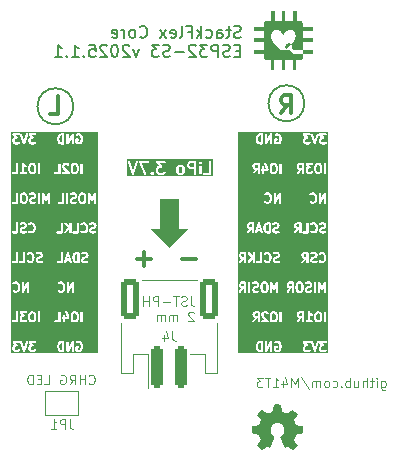
<source format=gbr>
%TF.GenerationSoftware,KiCad,Pcbnew,8.0.7*%
%TF.CreationDate,2024-12-29T21:09:01+01:00*%
%TF.ProjectId,stackflex_core,73746163-6b66-46c6-9578-5f636f72652e,2025.1.1*%
%TF.SameCoordinates,Original*%
%TF.FileFunction,Legend,Bot*%
%TF.FilePolarity,Positive*%
%FSLAX46Y46*%
G04 Gerber Fmt 4.6, Leading zero omitted, Abs format (unit mm)*
G04 Created by KiCad (PCBNEW 8.0.7) date 2024-12-29 21:09:01*
%MOMM*%
%LPD*%
G01*
G04 APERTURE LIST*
G04 Aperture macros list*
%AMRoundRect*
0 Rectangle with rounded corners*
0 $1 Rounding radius*
0 $2 $3 $4 $5 $6 $7 $8 $9 X,Y pos of 4 corners*
0 Add a 4 corners polygon primitive as box body*
4,1,4,$2,$3,$4,$5,$6,$7,$8,$9,$2,$3,0*
0 Add four circle primitives for the rounded corners*
1,1,$1+$1,$2,$3*
1,1,$1+$1,$4,$5*
1,1,$1+$1,$6,$7*
1,1,$1+$1,$8,$9*
0 Add four rect primitives between the rounded corners*
20,1,$1+$1,$2,$3,$4,$5,0*
20,1,$1+$1,$4,$5,$6,$7,0*
20,1,$1+$1,$6,$7,$8,$9,0*
20,1,$1+$1,$8,$9,$2,$3,0*%
%AMFreePoly0*
4,1,6,1.000000,0.000000,0.500000,-0.750000,-0.500000,-0.750000,-0.500000,0.750000,0.500000,0.750000,1.000000,0.000000,1.000000,0.000000,$1*%
%AMFreePoly1*
4,1,6,0.500000,-0.750000,-0.650000,-0.750000,-0.150000,0.000000,-0.650000,0.750000,0.500000,0.750000,0.500000,-0.750000,0.500000,-0.750000,$1*%
G04 Aperture macros list end*
%ADD10C,0.150000*%
%ADD11C,0.050000*%
%ADD12C,0.300000*%
%ADD13C,0.100000*%
%ADD14C,0.200000*%
%ADD15C,0.187500*%
%ADD16C,0.120000*%
%ADD17C,0.000000*%
%ADD18R,1.700000X1.700000*%
%ADD19O,1.700000X1.700000*%
%ADD20C,5.600000*%
%ADD21C,0.650000*%
%ADD22O,1.000000X2.100000*%
%ADD23O,1.000000X1.800000*%
%ADD24C,1.000000*%
%ADD25FreePoly0,0.000000*%
%ADD26FreePoly1,0.000000*%
%ADD27RoundRect,0.250000X-0.250000X-1.500000X0.250000X-1.500000X0.250000X1.500000X-0.250000X1.500000X0*%
%ADD28RoundRect,0.250001X-0.499999X-1.449999X0.499999X-1.449999X0.499999X1.449999X-0.499999X1.449999X0*%
G04 APERTURE END LIST*
D10*
X-8128000Y11430000D02*
G75*
G02*
X-11176000Y11430000I-1524000J0D01*
G01*
X-11176000Y11430000D02*
G75*
G02*
X-8128000Y11430000I1524000J0D01*
G01*
D11*
X762000Y1016000D02*
X1524000Y1016000D01*
X0Y-508000D01*
X-1524000Y1016000D01*
X-762000Y1016000D01*
X-762000Y3556000D01*
X762000Y3556000D01*
X762000Y1016000D01*
G36*
X762000Y1016000D02*
G01*
X1524000Y1016000D01*
X0Y-508000D01*
X-1524000Y1016000D01*
X-762000Y1016000D01*
X-762000Y3556000D01*
X762000Y3556000D01*
X762000Y1016000D01*
G37*
D10*
X11430000Y11684000D02*
G75*
G02*
X8382000Y11684000I-1524000J0D01*
G01*
X8382000Y11684000D02*
G75*
G02*
X11430000Y11684000I1524000J0D01*
G01*
D12*
X9441714Y10867172D02*
X9941714Y11581458D01*
X10298857Y10867172D02*
X10298857Y12367172D01*
X10298857Y12367172D02*
X9727428Y12367172D01*
X9727428Y12367172D02*
X9584571Y12295743D01*
X9584571Y12295743D02*
X9513142Y12224315D01*
X9513142Y12224315D02*
X9441714Y12081458D01*
X9441714Y12081458D02*
X9441714Y11867172D01*
X9441714Y11867172D02*
X9513142Y11724315D01*
X9513142Y11724315D02*
X9584571Y11652886D01*
X9584571Y11652886D02*
X9727428Y11581458D01*
X9727428Y11581458D02*
X10298857Y11581458D01*
D13*
X17942877Y-11809561D02*
X17942877Y-12457180D01*
X17942877Y-12457180D02*
X17980972Y-12533371D01*
X17980972Y-12533371D02*
X18019068Y-12571466D01*
X18019068Y-12571466D02*
X18095258Y-12609561D01*
X18095258Y-12609561D02*
X18209544Y-12609561D01*
X18209544Y-12609561D02*
X18285734Y-12571466D01*
X17942877Y-12304800D02*
X18019068Y-12342895D01*
X18019068Y-12342895D02*
X18171449Y-12342895D01*
X18171449Y-12342895D02*
X18247639Y-12304800D01*
X18247639Y-12304800D02*
X18285734Y-12266704D01*
X18285734Y-12266704D02*
X18323830Y-12190514D01*
X18323830Y-12190514D02*
X18323830Y-11961942D01*
X18323830Y-11961942D02*
X18285734Y-11885752D01*
X18285734Y-11885752D02*
X18247639Y-11847657D01*
X18247639Y-11847657D02*
X18171449Y-11809561D01*
X18171449Y-11809561D02*
X18019068Y-11809561D01*
X18019068Y-11809561D02*
X17942877Y-11847657D01*
X17561924Y-12342895D02*
X17561924Y-11809561D01*
X17561924Y-11542895D02*
X17600020Y-11580990D01*
X17600020Y-11580990D02*
X17561924Y-11619085D01*
X17561924Y-11619085D02*
X17523829Y-11580990D01*
X17523829Y-11580990D02*
X17561924Y-11542895D01*
X17561924Y-11542895D02*
X17561924Y-11619085D01*
X17295258Y-11809561D02*
X16990496Y-11809561D01*
X17180972Y-11542895D02*
X17180972Y-12228609D01*
X17180972Y-12228609D02*
X17142877Y-12304800D01*
X17142877Y-12304800D02*
X17066687Y-12342895D01*
X17066687Y-12342895D02*
X16990496Y-12342895D01*
X16723829Y-12342895D02*
X16723829Y-11542895D01*
X16380972Y-12342895D02*
X16380972Y-11923847D01*
X16380972Y-11923847D02*
X16419067Y-11847657D01*
X16419067Y-11847657D02*
X16495258Y-11809561D01*
X16495258Y-11809561D02*
X16609544Y-11809561D01*
X16609544Y-11809561D02*
X16685734Y-11847657D01*
X16685734Y-11847657D02*
X16723829Y-11885752D01*
X15657162Y-11809561D02*
X15657162Y-12342895D01*
X16000019Y-11809561D02*
X16000019Y-12228609D01*
X16000019Y-12228609D02*
X15961924Y-12304800D01*
X15961924Y-12304800D02*
X15885734Y-12342895D01*
X15885734Y-12342895D02*
X15771448Y-12342895D01*
X15771448Y-12342895D02*
X15695257Y-12304800D01*
X15695257Y-12304800D02*
X15657162Y-12266704D01*
X15276209Y-12342895D02*
X15276209Y-11542895D01*
X15276209Y-11847657D02*
X15200019Y-11809561D01*
X15200019Y-11809561D02*
X15047638Y-11809561D01*
X15047638Y-11809561D02*
X14971447Y-11847657D01*
X14971447Y-11847657D02*
X14933352Y-11885752D01*
X14933352Y-11885752D02*
X14895257Y-11961942D01*
X14895257Y-11961942D02*
X14895257Y-12190514D01*
X14895257Y-12190514D02*
X14933352Y-12266704D01*
X14933352Y-12266704D02*
X14971447Y-12304800D01*
X14971447Y-12304800D02*
X15047638Y-12342895D01*
X15047638Y-12342895D02*
X15200019Y-12342895D01*
X15200019Y-12342895D02*
X15276209Y-12304800D01*
X14552399Y-12266704D02*
X14514304Y-12304800D01*
X14514304Y-12304800D02*
X14552399Y-12342895D01*
X14552399Y-12342895D02*
X14590495Y-12304800D01*
X14590495Y-12304800D02*
X14552399Y-12266704D01*
X14552399Y-12266704D02*
X14552399Y-12342895D01*
X13828590Y-12304800D02*
X13904781Y-12342895D01*
X13904781Y-12342895D02*
X14057162Y-12342895D01*
X14057162Y-12342895D02*
X14133352Y-12304800D01*
X14133352Y-12304800D02*
X14171447Y-12266704D01*
X14171447Y-12266704D02*
X14209543Y-12190514D01*
X14209543Y-12190514D02*
X14209543Y-11961942D01*
X14209543Y-11961942D02*
X14171447Y-11885752D01*
X14171447Y-11885752D02*
X14133352Y-11847657D01*
X14133352Y-11847657D02*
X14057162Y-11809561D01*
X14057162Y-11809561D02*
X13904781Y-11809561D01*
X13904781Y-11809561D02*
X13828590Y-11847657D01*
X13371448Y-12342895D02*
X13447638Y-12304800D01*
X13447638Y-12304800D02*
X13485733Y-12266704D01*
X13485733Y-12266704D02*
X13523829Y-12190514D01*
X13523829Y-12190514D02*
X13523829Y-11961942D01*
X13523829Y-11961942D02*
X13485733Y-11885752D01*
X13485733Y-11885752D02*
X13447638Y-11847657D01*
X13447638Y-11847657D02*
X13371448Y-11809561D01*
X13371448Y-11809561D02*
X13257162Y-11809561D01*
X13257162Y-11809561D02*
X13180971Y-11847657D01*
X13180971Y-11847657D02*
X13142876Y-11885752D01*
X13142876Y-11885752D02*
X13104781Y-11961942D01*
X13104781Y-11961942D02*
X13104781Y-12190514D01*
X13104781Y-12190514D02*
X13142876Y-12266704D01*
X13142876Y-12266704D02*
X13180971Y-12304800D01*
X13180971Y-12304800D02*
X13257162Y-12342895D01*
X13257162Y-12342895D02*
X13371448Y-12342895D01*
X12761923Y-12342895D02*
X12761923Y-11809561D01*
X12761923Y-11885752D02*
X12723828Y-11847657D01*
X12723828Y-11847657D02*
X12647638Y-11809561D01*
X12647638Y-11809561D02*
X12533352Y-11809561D01*
X12533352Y-11809561D02*
X12457161Y-11847657D01*
X12457161Y-11847657D02*
X12419066Y-11923847D01*
X12419066Y-11923847D02*
X12419066Y-12342895D01*
X12419066Y-11923847D02*
X12380971Y-11847657D01*
X12380971Y-11847657D02*
X12304780Y-11809561D01*
X12304780Y-11809561D02*
X12190495Y-11809561D01*
X12190495Y-11809561D02*
X12114304Y-11847657D01*
X12114304Y-11847657D02*
X12076209Y-11923847D01*
X12076209Y-11923847D02*
X12076209Y-12342895D01*
X11123828Y-11504800D02*
X11809542Y-12533371D01*
X10857161Y-12342895D02*
X10857161Y-11542895D01*
X10857161Y-11542895D02*
X10590495Y-12114323D01*
X10590495Y-12114323D02*
X10323828Y-11542895D01*
X10323828Y-11542895D02*
X10323828Y-12342895D01*
X9600018Y-11809561D02*
X9600018Y-12342895D01*
X9790494Y-11504800D02*
X9980971Y-12076228D01*
X9980971Y-12076228D02*
X9485732Y-12076228D01*
X8761923Y-12342895D02*
X9219066Y-12342895D01*
X8990494Y-12342895D02*
X8990494Y-11542895D01*
X8990494Y-11542895D02*
X9066685Y-11657180D01*
X9066685Y-11657180D02*
X9142875Y-11733371D01*
X9142875Y-11733371D02*
X9219066Y-11771466D01*
X8533351Y-11542895D02*
X8076208Y-11542895D01*
X8304780Y-12342895D02*
X8304780Y-11542895D01*
X7885732Y-11542895D02*
X7390494Y-11542895D01*
X7390494Y-11542895D02*
X7657160Y-11847657D01*
X7657160Y-11847657D02*
X7542875Y-11847657D01*
X7542875Y-11847657D02*
X7466684Y-11885752D01*
X7466684Y-11885752D02*
X7428589Y-11923847D01*
X7428589Y-11923847D02*
X7390494Y-12000038D01*
X7390494Y-12000038D02*
X7390494Y-12190514D01*
X7390494Y-12190514D02*
X7428589Y-12266704D01*
X7428589Y-12266704D02*
X7466684Y-12304800D01*
X7466684Y-12304800D02*
X7542875Y-12342895D01*
X7542875Y-12342895D02*
X7771446Y-12342895D01*
X7771446Y-12342895D02*
X7847637Y-12304800D01*
X7847637Y-12304800D02*
X7885732Y-12266704D01*
X-6809409Y-12012704D02*
X-6771313Y-12050800D01*
X-6771313Y-12050800D02*
X-6657028Y-12088895D01*
X-6657028Y-12088895D02*
X-6580837Y-12088895D01*
X-6580837Y-12088895D02*
X-6466551Y-12050800D01*
X-6466551Y-12050800D02*
X-6390361Y-11974609D01*
X-6390361Y-11974609D02*
X-6352266Y-11898419D01*
X-6352266Y-11898419D02*
X-6314170Y-11746038D01*
X-6314170Y-11746038D02*
X-6314170Y-11631752D01*
X-6314170Y-11631752D02*
X-6352266Y-11479371D01*
X-6352266Y-11479371D02*
X-6390361Y-11403180D01*
X-6390361Y-11403180D02*
X-6466551Y-11326990D01*
X-6466551Y-11326990D02*
X-6580837Y-11288895D01*
X-6580837Y-11288895D02*
X-6657028Y-11288895D01*
X-6657028Y-11288895D02*
X-6771313Y-11326990D01*
X-6771313Y-11326990D02*
X-6809409Y-11365085D01*
X-7152266Y-12088895D02*
X-7152266Y-11288895D01*
X-7152266Y-11669847D02*
X-7609409Y-11669847D01*
X-7609409Y-12088895D02*
X-7609409Y-11288895D01*
X-8447504Y-12088895D02*
X-8180837Y-11707942D01*
X-7990361Y-12088895D02*
X-7990361Y-11288895D01*
X-7990361Y-11288895D02*
X-8295123Y-11288895D01*
X-8295123Y-11288895D02*
X-8371313Y-11326990D01*
X-8371313Y-11326990D02*
X-8409408Y-11365085D01*
X-8409408Y-11365085D02*
X-8447504Y-11441276D01*
X-8447504Y-11441276D02*
X-8447504Y-11555561D01*
X-8447504Y-11555561D02*
X-8409408Y-11631752D01*
X-8409408Y-11631752D02*
X-8371313Y-11669847D01*
X-8371313Y-11669847D02*
X-8295123Y-11707942D01*
X-8295123Y-11707942D02*
X-7990361Y-11707942D01*
X-9209408Y-11326990D02*
X-9133218Y-11288895D01*
X-9133218Y-11288895D02*
X-9018932Y-11288895D01*
X-9018932Y-11288895D02*
X-8904646Y-11326990D01*
X-8904646Y-11326990D02*
X-8828456Y-11403180D01*
X-8828456Y-11403180D02*
X-8790361Y-11479371D01*
X-8790361Y-11479371D02*
X-8752265Y-11631752D01*
X-8752265Y-11631752D02*
X-8752265Y-11746038D01*
X-8752265Y-11746038D02*
X-8790361Y-11898419D01*
X-8790361Y-11898419D02*
X-8828456Y-11974609D01*
X-8828456Y-11974609D02*
X-8904646Y-12050800D01*
X-8904646Y-12050800D02*
X-9018932Y-12088895D01*
X-9018932Y-12088895D02*
X-9095123Y-12088895D01*
X-9095123Y-12088895D02*
X-9209408Y-12050800D01*
X-9209408Y-12050800D02*
X-9247504Y-12012704D01*
X-9247504Y-12012704D02*
X-9247504Y-11746038D01*
X-9247504Y-11746038D02*
X-9095123Y-11746038D01*
X-10580837Y-12088895D02*
X-10199885Y-12088895D01*
X-10199885Y-12088895D02*
X-10199885Y-11288895D01*
X-10847504Y-11669847D02*
X-11114170Y-11669847D01*
X-11228456Y-12088895D02*
X-10847504Y-12088895D01*
X-10847504Y-12088895D02*
X-10847504Y-11288895D01*
X-10847504Y-11288895D02*
X-11228456Y-11288895D01*
X-11571314Y-12088895D02*
X-11571314Y-11288895D01*
X-11571314Y-11288895D02*
X-11761790Y-11288895D01*
X-11761790Y-11288895D02*
X-11876076Y-11326990D01*
X-11876076Y-11326990D02*
X-11952266Y-11403180D01*
X-11952266Y-11403180D02*
X-11990361Y-11479371D01*
X-11990361Y-11479371D02*
X-12028457Y-11631752D01*
X-12028457Y-11631752D02*
X-12028457Y-11746038D01*
X-12028457Y-11746038D02*
X-11990361Y-11898419D01*
X-11990361Y-11898419D02*
X-11952266Y-11974609D01*
X-11952266Y-11974609D02*
X-11876076Y-12050800D01*
X-11876076Y-12050800D02*
X-11761790Y-12088895D01*
X-11761790Y-12088895D02*
X-11571314Y-12088895D01*
D14*
X6027945Y17284344D02*
X5885088Y17236725D01*
X5885088Y17236725D02*
X5646993Y17236725D01*
X5646993Y17236725D02*
X5551755Y17284344D01*
X5551755Y17284344D02*
X5504136Y17331964D01*
X5504136Y17331964D02*
X5456517Y17427202D01*
X5456517Y17427202D02*
X5456517Y17522440D01*
X5456517Y17522440D02*
X5504136Y17617678D01*
X5504136Y17617678D02*
X5551755Y17665297D01*
X5551755Y17665297D02*
X5646993Y17712916D01*
X5646993Y17712916D02*
X5837469Y17760535D01*
X5837469Y17760535D02*
X5932707Y17808154D01*
X5932707Y17808154D02*
X5980326Y17855773D01*
X5980326Y17855773D02*
X6027945Y17951011D01*
X6027945Y17951011D02*
X6027945Y18046249D01*
X6027945Y18046249D02*
X5980326Y18141487D01*
X5980326Y18141487D02*
X5932707Y18189106D01*
X5932707Y18189106D02*
X5837469Y18236725D01*
X5837469Y18236725D02*
X5599374Y18236725D01*
X5599374Y18236725D02*
X5456517Y18189106D01*
X5170802Y17903392D02*
X4789850Y17903392D01*
X5027945Y18236725D02*
X5027945Y17379583D01*
X5027945Y17379583D02*
X4980326Y17284344D01*
X4980326Y17284344D02*
X4885088Y17236725D01*
X4885088Y17236725D02*
X4789850Y17236725D01*
X4027945Y17236725D02*
X4027945Y17760535D01*
X4027945Y17760535D02*
X4075564Y17855773D01*
X4075564Y17855773D02*
X4170802Y17903392D01*
X4170802Y17903392D02*
X4361278Y17903392D01*
X4361278Y17903392D02*
X4456516Y17855773D01*
X4027945Y17284344D02*
X4123183Y17236725D01*
X4123183Y17236725D02*
X4361278Y17236725D01*
X4361278Y17236725D02*
X4456516Y17284344D01*
X4456516Y17284344D02*
X4504135Y17379583D01*
X4504135Y17379583D02*
X4504135Y17474821D01*
X4504135Y17474821D02*
X4456516Y17570059D01*
X4456516Y17570059D02*
X4361278Y17617678D01*
X4361278Y17617678D02*
X4123183Y17617678D01*
X4123183Y17617678D02*
X4027945Y17665297D01*
X3123183Y17284344D02*
X3218421Y17236725D01*
X3218421Y17236725D02*
X3408897Y17236725D01*
X3408897Y17236725D02*
X3504135Y17284344D01*
X3504135Y17284344D02*
X3551754Y17331964D01*
X3551754Y17331964D02*
X3599373Y17427202D01*
X3599373Y17427202D02*
X3599373Y17712916D01*
X3599373Y17712916D02*
X3551754Y17808154D01*
X3551754Y17808154D02*
X3504135Y17855773D01*
X3504135Y17855773D02*
X3408897Y17903392D01*
X3408897Y17903392D02*
X3218421Y17903392D01*
X3218421Y17903392D02*
X3123183Y17855773D01*
X2694611Y17236725D02*
X2694611Y18236725D01*
X2599373Y17617678D02*
X2313659Y17236725D01*
X2313659Y17903392D02*
X2694611Y17522440D01*
X1551754Y17760535D02*
X1885087Y17760535D01*
X1885087Y17236725D02*
X1885087Y18236725D01*
X1885087Y18236725D02*
X1408897Y18236725D01*
X885087Y17236725D02*
X980325Y17284344D01*
X980325Y17284344D02*
X1027944Y17379583D01*
X1027944Y17379583D02*
X1027944Y18236725D01*
X123182Y17284344D02*
X218420Y17236725D01*
X218420Y17236725D02*
X408896Y17236725D01*
X408896Y17236725D02*
X504134Y17284344D01*
X504134Y17284344D02*
X551753Y17379583D01*
X551753Y17379583D02*
X551753Y17760535D01*
X551753Y17760535D02*
X504134Y17855773D01*
X504134Y17855773D02*
X408896Y17903392D01*
X408896Y17903392D02*
X218420Y17903392D01*
X218420Y17903392D02*
X123182Y17855773D01*
X123182Y17855773D02*
X75563Y17760535D01*
X75563Y17760535D02*
X75563Y17665297D01*
X75563Y17665297D02*
X551753Y17570059D01*
X-257771Y17236725D02*
X-781580Y17903392D01*
X-257771Y17903392D02*
X-781580Y17236725D01*
X-2495866Y17331964D02*
X-2448247Y17284344D01*
X-2448247Y17284344D02*
X-2305390Y17236725D01*
X-2305390Y17236725D02*
X-2210152Y17236725D01*
X-2210152Y17236725D02*
X-2067295Y17284344D01*
X-2067295Y17284344D02*
X-1972057Y17379583D01*
X-1972057Y17379583D02*
X-1924438Y17474821D01*
X-1924438Y17474821D02*
X-1876819Y17665297D01*
X-1876819Y17665297D02*
X-1876819Y17808154D01*
X-1876819Y17808154D02*
X-1924438Y17998630D01*
X-1924438Y17998630D02*
X-1972057Y18093868D01*
X-1972057Y18093868D02*
X-2067295Y18189106D01*
X-2067295Y18189106D02*
X-2210152Y18236725D01*
X-2210152Y18236725D02*
X-2305390Y18236725D01*
X-2305390Y18236725D02*
X-2448247Y18189106D01*
X-2448247Y18189106D02*
X-2495866Y18141487D01*
X-3067295Y17236725D02*
X-2972057Y17284344D01*
X-2972057Y17284344D02*
X-2924438Y17331964D01*
X-2924438Y17331964D02*
X-2876819Y17427202D01*
X-2876819Y17427202D02*
X-2876819Y17712916D01*
X-2876819Y17712916D02*
X-2924438Y17808154D01*
X-2924438Y17808154D02*
X-2972057Y17855773D01*
X-2972057Y17855773D02*
X-3067295Y17903392D01*
X-3067295Y17903392D02*
X-3210152Y17903392D01*
X-3210152Y17903392D02*
X-3305390Y17855773D01*
X-3305390Y17855773D02*
X-3353009Y17808154D01*
X-3353009Y17808154D02*
X-3400628Y17712916D01*
X-3400628Y17712916D02*
X-3400628Y17427202D01*
X-3400628Y17427202D02*
X-3353009Y17331964D01*
X-3353009Y17331964D02*
X-3305390Y17284344D01*
X-3305390Y17284344D02*
X-3210152Y17236725D01*
X-3210152Y17236725D02*
X-3067295Y17236725D01*
X-3829200Y17236725D02*
X-3829200Y17903392D01*
X-3829200Y17712916D02*
X-3876819Y17808154D01*
X-3876819Y17808154D02*
X-3924438Y17855773D01*
X-3924438Y17855773D02*
X-4019676Y17903392D01*
X-4019676Y17903392D02*
X-4114914Y17903392D01*
X-4829200Y17284344D02*
X-4733962Y17236725D01*
X-4733962Y17236725D02*
X-4543486Y17236725D01*
X-4543486Y17236725D02*
X-4448248Y17284344D01*
X-4448248Y17284344D02*
X-4400629Y17379583D01*
X-4400629Y17379583D02*
X-4400629Y17760535D01*
X-4400629Y17760535D02*
X-4448248Y17855773D01*
X-4448248Y17855773D02*
X-4543486Y17903392D01*
X-4543486Y17903392D02*
X-4733962Y17903392D01*
X-4733962Y17903392D02*
X-4829200Y17855773D01*
X-4829200Y17855773D02*
X-4876819Y17760535D01*
X-4876819Y17760535D02*
X-4876819Y17665297D01*
X-4876819Y17665297D02*
X-4400629Y17570059D01*
X5980326Y16150591D02*
X5646993Y16150591D01*
X5504136Y15626781D02*
X5980326Y15626781D01*
X5980326Y15626781D02*
X5980326Y16626781D01*
X5980326Y16626781D02*
X5504136Y16626781D01*
X5123183Y15674400D02*
X4980326Y15626781D01*
X4980326Y15626781D02*
X4742231Y15626781D01*
X4742231Y15626781D02*
X4646993Y15674400D01*
X4646993Y15674400D02*
X4599374Y15722020D01*
X4599374Y15722020D02*
X4551755Y15817258D01*
X4551755Y15817258D02*
X4551755Y15912496D01*
X4551755Y15912496D02*
X4599374Y16007734D01*
X4599374Y16007734D02*
X4646993Y16055353D01*
X4646993Y16055353D02*
X4742231Y16102972D01*
X4742231Y16102972D02*
X4932707Y16150591D01*
X4932707Y16150591D02*
X5027945Y16198210D01*
X5027945Y16198210D02*
X5075564Y16245829D01*
X5075564Y16245829D02*
X5123183Y16341067D01*
X5123183Y16341067D02*
X5123183Y16436305D01*
X5123183Y16436305D02*
X5075564Y16531543D01*
X5075564Y16531543D02*
X5027945Y16579162D01*
X5027945Y16579162D02*
X4932707Y16626781D01*
X4932707Y16626781D02*
X4694612Y16626781D01*
X4694612Y16626781D02*
X4551755Y16579162D01*
X4123183Y15626781D02*
X4123183Y16626781D01*
X4123183Y16626781D02*
X3742231Y16626781D01*
X3742231Y16626781D02*
X3646993Y16579162D01*
X3646993Y16579162D02*
X3599374Y16531543D01*
X3599374Y16531543D02*
X3551755Y16436305D01*
X3551755Y16436305D02*
X3551755Y16293448D01*
X3551755Y16293448D02*
X3599374Y16198210D01*
X3599374Y16198210D02*
X3646993Y16150591D01*
X3646993Y16150591D02*
X3742231Y16102972D01*
X3742231Y16102972D02*
X4123183Y16102972D01*
X3218421Y16626781D02*
X2599374Y16626781D01*
X2599374Y16626781D02*
X2932707Y16245829D01*
X2932707Y16245829D02*
X2789850Y16245829D01*
X2789850Y16245829D02*
X2694612Y16198210D01*
X2694612Y16198210D02*
X2646993Y16150591D01*
X2646993Y16150591D02*
X2599374Y16055353D01*
X2599374Y16055353D02*
X2599374Y15817258D01*
X2599374Y15817258D02*
X2646993Y15722020D01*
X2646993Y15722020D02*
X2694612Y15674400D01*
X2694612Y15674400D02*
X2789850Y15626781D01*
X2789850Y15626781D02*
X3075564Y15626781D01*
X3075564Y15626781D02*
X3170802Y15674400D01*
X3170802Y15674400D02*
X3218421Y15722020D01*
X2218421Y16531543D02*
X2170802Y16579162D01*
X2170802Y16579162D02*
X2075564Y16626781D01*
X2075564Y16626781D02*
X1837469Y16626781D01*
X1837469Y16626781D02*
X1742231Y16579162D01*
X1742231Y16579162D02*
X1694612Y16531543D01*
X1694612Y16531543D02*
X1646993Y16436305D01*
X1646993Y16436305D02*
X1646993Y16341067D01*
X1646993Y16341067D02*
X1694612Y16198210D01*
X1694612Y16198210D02*
X2266040Y15626781D01*
X2266040Y15626781D02*
X1646993Y15626781D01*
X1218421Y16007734D02*
X456517Y16007734D01*
X27945Y15674400D02*
X-114912Y15626781D01*
X-114912Y15626781D02*
X-353007Y15626781D01*
X-353007Y15626781D02*
X-448245Y15674400D01*
X-448245Y15674400D02*
X-495864Y15722020D01*
X-495864Y15722020D02*
X-543483Y15817258D01*
X-543483Y15817258D02*
X-543483Y15912496D01*
X-543483Y15912496D02*
X-495864Y16007734D01*
X-495864Y16007734D02*
X-448245Y16055353D01*
X-448245Y16055353D02*
X-353007Y16102972D01*
X-353007Y16102972D02*
X-162531Y16150591D01*
X-162531Y16150591D02*
X-67293Y16198210D01*
X-67293Y16198210D02*
X-19674Y16245829D01*
X-19674Y16245829D02*
X27945Y16341067D01*
X27945Y16341067D02*
X27945Y16436305D01*
X27945Y16436305D02*
X-19674Y16531543D01*
X-19674Y16531543D02*
X-67293Y16579162D01*
X-67293Y16579162D02*
X-162531Y16626781D01*
X-162531Y16626781D02*
X-400626Y16626781D01*
X-400626Y16626781D02*
X-543483Y16579162D01*
X-876817Y16626781D02*
X-1495864Y16626781D01*
X-1495864Y16626781D02*
X-1162531Y16245829D01*
X-1162531Y16245829D02*
X-1305388Y16245829D01*
X-1305388Y16245829D02*
X-1400626Y16198210D01*
X-1400626Y16198210D02*
X-1448245Y16150591D01*
X-1448245Y16150591D02*
X-1495864Y16055353D01*
X-1495864Y16055353D02*
X-1495864Y15817258D01*
X-1495864Y15817258D02*
X-1448245Y15722020D01*
X-1448245Y15722020D02*
X-1400626Y15674400D01*
X-1400626Y15674400D02*
X-1305388Y15626781D01*
X-1305388Y15626781D02*
X-1019674Y15626781D01*
X-1019674Y15626781D02*
X-924436Y15674400D01*
X-924436Y15674400D02*
X-876817Y15722020D01*
X-2591103Y16293448D02*
X-2829198Y15626781D01*
X-2829198Y15626781D02*
X-3067293Y16293448D01*
X-3400627Y16531543D02*
X-3448246Y16579162D01*
X-3448246Y16579162D02*
X-3543484Y16626781D01*
X-3543484Y16626781D02*
X-3781579Y16626781D01*
X-3781579Y16626781D02*
X-3876817Y16579162D01*
X-3876817Y16579162D02*
X-3924436Y16531543D01*
X-3924436Y16531543D02*
X-3972055Y16436305D01*
X-3972055Y16436305D02*
X-3972055Y16341067D01*
X-3972055Y16341067D02*
X-3924436Y16198210D01*
X-3924436Y16198210D02*
X-3353008Y15626781D01*
X-3353008Y15626781D02*
X-3972055Y15626781D01*
X-4591103Y16626781D02*
X-4686341Y16626781D01*
X-4686341Y16626781D02*
X-4781579Y16579162D01*
X-4781579Y16579162D02*
X-4829198Y16531543D01*
X-4829198Y16531543D02*
X-4876817Y16436305D01*
X-4876817Y16436305D02*
X-4924436Y16245829D01*
X-4924436Y16245829D02*
X-4924436Y16007734D01*
X-4924436Y16007734D02*
X-4876817Y15817258D01*
X-4876817Y15817258D02*
X-4829198Y15722020D01*
X-4829198Y15722020D02*
X-4781579Y15674400D01*
X-4781579Y15674400D02*
X-4686341Y15626781D01*
X-4686341Y15626781D02*
X-4591103Y15626781D01*
X-4591103Y15626781D02*
X-4495865Y15674400D01*
X-4495865Y15674400D02*
X-4448246Y15722020D01*
X-4448246Y15722020D02*
X-4400627Y15817258D01*
X-4400627Y15817258D02*
X-4353008Y16007734D01*
X-4353008Y16007734D02*
X-4353008Y16245829D01*
X-4353008Y16245829D02*
X-4400627Y16436305D01*
X-4400627Y16436305D02*
X-4448246Y16531543D01*
X-4448246Y16531543D02*
X-4495865Y16579162D01*
X-4495865Y16579162D02*
X-4591103Y16626781D01*
X-5305389Y16531543D02*
X-5353008Y16579162D01*
X-5353008Y16579162D02*
X-5448246Y16626781D01*
X-5448246Y16626781D02*
X-5686341Y16626781D01*
X-5686341Y16626781D02*
X-5781579Y16579162D01*
X-5781579Y16579162D02*
X-5829198Y16531543D01*
X-5829198Y16531543D02*
X-5876817Y16436305D01*
X-5876817Y16436305D02*
X-5876817Y16341067D01*
X-5876817Y16341067D02*
X-5829198Y16198210D01*
X-5829198Y16198210D02*
X-5257770Y15626781D01*
X-5257770Y15626781D02*
X-5876817Y15626781D01*
X-6781579Y16626781D02*
X-6305389Y16626781D01*
X-6305389Y16626781D02*
X-6257770Y16150591D01*
X-6257770Y16150591D02*
X-6305389Y16198210D01*
X-6305389Y16198210D02*
X-6400627Y16245829D01*
X-6400627Y16245829D02*
X-6638722Y16245829D01*
X-6638722Y16245829D02*
X-6733960Y16198210D01*
X-6733960Y16198210D02*
X-6781579Y16150591D01*
X-6781579Y16150591D02*
X-6829198Y16055353D01*
X-6829198Y16055353D02*
X-6829198Y15817258D01*
X-6829198Y15817258D02*
X-6781579Y15722020D01*
X-6781579Y15722020D02*
X-6733960Y15674400D01*
X-6733960Y15674400D02*
X-6638722Y15626781D01*
X-6638722Y15626781D02*
X-6400627Y15626781D01*
X-6400627Y15626781D02*
X-6305389Y15674400D01*
X-6305389Y15674400D02*
X-6257770Y15722020D01*
X-7257770Y15722020D02*
X-7305389Y15674400D01*
X-7305389Y15674400D02*
X-7257770Y15626781D01*
X-7257770Y15626781D02*
X-7210151Y15674400D01*
X-7210151Y15674400D02*
X-7257770Y15722020D01*
X-7257770Y15722020D02*
X-7257770Y15626781D01*
X-8257769Y15626781D02*
X-7686341Y15626781D01*
X-7972055Y15626781D02*
X-7972055Y16626781D01*
X-7972055Y16626781D02*
X-7876817Y16483924D01*
X-7876817Y16483924D02*
X-7781579Y16388686D01*
X-7781579Y16388686D02*
X-7686341Y16341067D01*
X-8686341Y15722020D02*
X-8733960Y15674400D01*
X-8733960Y15674400D02*
X-8686341Y15626781D01*
X-8686341Y15626781D02*
X-8638722Y15674400D01*
X-8638722Y15674400D02*
X-8686341Y15722020D01*
X-8686341Y15722020D02*
X-8686341Y15626781D01*
X-9686340Y15626781D02*
X-9114912Y15626781D01*
X-9400626Y15626781D02*
X-9400626Y16626781D01*
X-9400626Y16626781D02*
X-9305388Y16483924D01*
X-9305388Y16483924D02*
X-9210150Y16388686D01*
X-9210150Y16388686D02*
X-9114912Y16341067D01*
D15*
G36*
X7744893Y-9199042D02*
G01*
X7675861Y-9199042D01*
X7604903Y-9174443D01*
X7559486Y-9127210D01*
X7534604Y-9075453D01*
X7503822Y-8947398D01*
X7503822Y-8858186D01*
X7534604Y-8730131D01*
X7559486Y-8678374D01*
X7604905Y-8631139D01*
X7675861Y-8606542D01*
X7744893Y-8606542D01*
X7744893Y-9199042D01*
G37*
G36*
X8924592Y-6114498D02*
G01*
X8967721Y-6159352D01*
X8994893Y-6272388D01*
X8994893Y-6510172D01*
X8967721Y-6623208D01*
X8924591Y-6668063D01*
X8887155Y-6687530D01*
X8790133Y-6687530D01*
X8752694Y-6668062D01*
X8709566Y-6623208D01*
X8682393Y-6510171D01*
X8682393Y-6272388D01*
X8709565Y-6159352D01*
X8752694Y-6114498D01*
X8790134Y-6095030D01*
X8887153Y-6095030D01*
X8924592Y-6114498D01*
G37*
G36*
X12674593Y-6114498D02*
G01*
X12717722Y-6159352D01*
X12744894Y-6272388D01*
X12744894Y-6510172D01*
X12717722Y-6623208D01*
X12674592Y-6668063D01*
X12637156Y-6687530D01*
X12540134Y-6687530D01*
X12502695Y-6668062D01*
X12459567Y-6623208D01*
X12432394Y-6510171D01*
X12432394Y-6272388D01*
X12459566Y-6159352D01*
X12502695Y-6114498D01*
X12540135Y-6095030D01*
X12637154Y-6095030D01*
X12674593Y-6114498D01*
G37*
G36*
X7459179Y-6316102D02*
G01*
X7290134Y-6316102D01*
X7252694Y-6296633D01*
X7238059Y-6281412D01*
X7218108Y-6239913D01*
X7218108Y-6171218D01*
X7238059Y-6129719D01*
X7252694Y-6114498D01*
X7290134Y-6095030D01*
X7459179Y-6095030D01*
X7459179Y-6316102D01*
G37*
G36*
X11209180Y-6316102D02*
G01*
X11040135Y-6316102D01*
X11002695Y-6296633D01*
X10988060Y-6281412D01*
X10968109Y-6239913D01*
X10968109Y-6171218D01*
X10988060Y-6129719D01*
X11002695Y-6114498D01*
X11040135Y-6095030D01*
X11209180Y-6095030D01*
X11209180Y-6316102D01*
G37*
G36*
X8138878Y-3602986D02*
G01*
X8182007Y-3647840D01*
X8209179Y-3760876D01*
X8209179Y-3998660D01*
X8182007Y-4111696D01*
X8138877Y-4156551D01*
X8101441Y-4176018D01*
X8004419Y-4176018D01*
X7966980Y-4156550D01*
X7923852Y-4111696D01*
X7896679Y-3998659D01*
X7896679Y-3760876D01*
X7923851Y-3647840D01*
X7966980Y-3602986D01*
X8004420Y-3583518D01*
X8101439Y-3583518D01*
X8138878Y-3602986D01*
G37*
G36*
X11103164Y-3602986D02*
G01*
X11146293Y-3647840D01*
X11173465Y-3760876D01*
X11173465Y-3998660D01*
X11146293Y-4111696D01*
X11103163Y-4156551D01*
X11065727Y-4176018D01*
X10968705Y-4176018D01*
X10931266Y-4156550D01*
X10888138Y-4111696D01*
X10860965Y-3998659D01*
X10860965Y-3760876D01*
X10888137Y-3647840D01*
X10931266Y-3602986D01*
X10968706Y-3583518D01*
X11065725Y-3583518D01*
X11103164Y-3602986D01*
G37*
G36*
X6316322Y-3804590D02*
G01*
X6147277Y-3804590D01*
X6109837Y-3785121D01*
X6095202Y-3769900D01*
X6075251Y-3728401D01*
X6075251Y-3659706D01*
X6095202Y-3618207D01*
X6109837Y-3602986D01*
X6147277Y-3583518D01*
X6316322Y-3583518D01*
X6316322Y-3804590D01*
G37*
G36*
X10352037Y-3804590D02*
G01*
X10182992Y-3804590D01*
X10145552Y-3785121D01*
X10130917Y-3769900D01*
X10110966Y-3728401D01*
X10110966Y-3659706D01*
X10130917Y-3618207D01*
X10145552Y-3602986D01*
X10182992Y-3583518D01*
X10352037Y-3583518D01*
X10352037Y-3804590D01*
G37*
G36*
X6316321Y-1293078D02*
G01*
X6147276Y-1293078D01*
X6109836Y-1273609D01*
X6095201Y-1258388D01*
X6075250Y-1216889D01*
X6075250Y-1148194D01*
X6095201Y-1106695D01*
X6109836Y-1091474D01*
X6147276Y-1072006D01*
X6316321Y-1072006D01*
X6316321Y-1293078D01*
G37*
G36*
X11602037Y-1293078D02*
G01*
X11432992Y-1293078D01*
X11395552Y-1273609D01*
X11380917Y-1258388D01*
X11360966Y-1216889D01*
X11360966Y-1148194D01*
X11380917Y-1106695D01*
X11395552Y-1091474D01*
X11432992Y-1072006D01*
X11602037Y-1072006D01*
X11602037Y-1293078D01*
G37*
G36*
X8387750Y847006D02*
G01*
X8318718Y847006D01*
X8247760Y871605D01*
X8202343Y918838D01*
X8177461Y970595D01*
X8146679Y1098650D01*
X8146679Y1187862D01*
X8177461Y1315917D01*
X8202343Y1367674D01*
X8247762Y1414909D01*
X8318718Y1439506D01*
X8387750Y1439506D01*
X8387750Y847006D01*
G37*
G36*
X6994893Y1218434D02*
G01*
X6825848Y1218434D01*
X6788408Y1237903D01*
X6773773Y1253124D01*
X6753822Y1294623D01*
X6753822Y1363318D01*
X6773773Y1404817D01*
X6788408Y1420038D01*
X6825848Y1439506D01*
X6994893Y1439506D01*
X6994893Y1218434D01*
G37*
G36*
X10994894Y1218434D02*
G01*
X10825849Y1218434D01*
X10788409Y1237903D01*
X10773774Y1253124D01*
X10753823Y1294623D01*
X10753823Y1363318D01*
X10773774Y1404817D01*
X10788409Y1420038D01*
X10825849Y1439506D01*
X10994894Y1439506D01*
X10994894Y1218434D01*
G37*
G36*
X7638719Y1069863D02*
G01*
X7538567Y1069863D01*
X7588643Y1226100D01*
X7638719Y1069863D01*
G37*
G36*
X8924592Y6443062D02*
G01*
X8967721Y6398208D01*
X8994893Y6285172D01*
X8994893Y6047388D01*
X8967721Y5934352D01*
X8924591Y5889497D01*
X8887155Y5870030D01*
X8790133Y5870030D01*
X8752694Y5889498D01*
X8709566Y5934352D01*
X8682393Y6047389D01*
X8682393Y6285172D01*
X8709565Y6398208D01*
X8752694Y6443062D01*
X8790134Y6462530D01*
X8887153Y6462530D01*
X8924592Y6443062D01*
G37*
G36*
X12674593Y6443062D02*
G01*
X12717722Y6398208D01*
X12744894Y6285172D01*
X12744894Y6047388D01*
X12717722Y5934352D01*
X12674592Y5889497D01*
X12637156Y5870030D01*
X12540134Y5870030D01*
X12502695Y5889498D01*
X12459567Y5934352D01*
X12432394Y6047389D01*
X12432394Y6285172D01*
X12459566Y6398208D01*
X12502695Y6443062D01*
X12540135Y6462530D01*
X12637154Y6462530D01*
X12674593Y6443062D01*
G37*
G36*
X7459179Y6241458D02*
G01*
X7290134Y6241458D01*
X7252694Y6260927D01*
X7238059Y6276148D01*
X7218108Y6317647D01*
X7218108Y6386342D01*
X7238059Y6427841D01*
X7252694Y6443062D01*
X7290134Y6462530D01*
X7459179Y6462530D01*
X7459179Y6241458D01*
G37*
G36*
X11209180Y6241458D02*
G01*
X11040135Y6241458D01*
X11002695Y6260927D01*
X10988060Y6276148D01*
X10968109Y6317647D01*
X10968109Y6386342D01*
X10988060Y6427841D01*
X11002695Y6443062D01*
X11040135Y6462530D01*
X11209180Y6462530D01*
X11209180Y6241458D01*
G37*
G36*
X7744893Y8381542D02*
G01*
X7675861Y8381542D01*
X7604903Y8406141D01*
X7559486Y8453374D01*
X7534604Y8505131D01*
X7503822Y8633186D01*
X7503822Y8722398D01*
X7534604Y8850453D01*
X7559486Y8902210D01*
X7604905Y8949445D01*
X7675861Y8974042D01*
X7744893Y8974042D01*
X7744893Y8381542D01*
G37*
G36*
X13417541Y-9480292D02*
G01*
X5794000Y-9480292D01*
X5794000Y-8847078D01*
X7316322Y-8847078D01*
X7316322Y-8958507D01*
X7316574Y-8961075D01*
X7316395Y-8962214D01*
X7317402Y-8969482D01*
X7318123Y-8976797D01*
X7318564Y-8977863D01*
X7318919Y-8980419D01*
X7354633Y-9128990D01*
X7354964Y-9129946D01*
X7354992Y-9130435D01*
X7357898Y-9138397D01*
X7360659Y-9146352D01*
X7360944Y-9146745D01*
X7361293Y-9147699D01*
X7397007Y-9221985D01*
X7401640Y-9229606D01*
X7402543Y-9231911D01*
X7404725Y-9234678D01*
X7406555Y-9237688D01*
X7408398Y-9239337D01*
X7413922Y-9246343D01*
X7485351Y-9320629D01*
X7499326Y-9332565D01*
X7502744Y-9334060D01*
X7505531Y-9336536D01*
X7522222Y-9344229D01*
X7629365Y-9381371D01*
X7639543Y-9383813D01*
X7641782Y-9384741D01*
X7644537Y-9385012D01*
X7647236Y-9385660D01*
X7649660Y-9385516D01*
X7660072Y-9386542D01*
X7838643Y-9386542D01*
X7856933Y-9384741D01*
X7890728Y-9370742D01*
X7916593Y-9344877D01*
X7930592Y-9311082D01*
X7932393Y-9292792D01*
X7932393Y-8512792D01*
X8102036Y-8512792D01*
X8102036Y-9292792D01*
X8102623Y-9298762D01*
X8102388Y-9300904D01*
X8103063Y-9303227D01*
X8103837Y-9311082D01*
X8108905Y-9323317D01*
X8112601Y-9336027D01*
X8115848Y-9340078D01*
X8117836Y-9344877D01*
X8127196Y-9354237D01*
X8135478Y-9364570D01*
X8140030Y-9367071D01*
X8143701Y-9370742D01*
X8155933Y-9375809D01*
X8167538Y-9382185D01*
X8172697Y-9382753D01*
X8177496Y-9384741D01*
X8190743Y-9384741D01*
X8203898Y-9386190D01*
X8208881Y-9384741D01*
X8214076Y-9384741D01*
X8226311Y-9379672D01*
X8239021Y-9375977D01*
X8243072Y-9372729D01*
X8247871Y-9370742D01*
X8257231Y-9361381D01*
X8267564Y-9353100D01*
X8272023Y-9346589D01*
X8273736Y-9344877D01*
X8274561Y-9342883D01*
X8277950Y-9337937D01*
X8530607Y-8878100D01*
X8530607Y-9292792D01*
X8532408Y-9311082D01*
X8546407Y-9344877D01*
X8572272Y-9370742D01*
X8606067Y-9384741D01*
X8642647Y-9384741D01*
X8676442Y-9370742D01*
X8702307Y-9344877D01*
X8716306Y-9311082D01*
X8718107Y-9292792D01*
X8718107Y-8958507D01*
X8852036Y-8958507D01*
X8852036Y-9218507D01*
X8853523Y-9233609D01*
X8853496Y-9234990D01*
X8853713Y-9235546D01*
X8853837Y-9236797D01*
X8860488Y-9252854D01*
X8866829Y-9269053D01*
X8867607Y-9270040D01*
X8867836Y-9270592D01*
X8868811Y-9271567D01*
X8878208Y-9283486D01*
X8913922Y-9320629D01*
X8927897Y-9332565D01*
X8931315Y-9334060D01*
X8934102Y-9336536D01*
X8950793Y-9344229D01*
X9057936Y-9381371D01*
X9068114Y-9383813D01*
X9070353Y-9384741D01*
X9073108Y-9385012D01*
X9075807Y-9385660D01*
X9078231Y-9385516D01*
X9088643Y-9386542D01*
X9160071Y-9386542D01*
X9170482Y-9385516D01*
X9172907Y-9385660D01*
X9175605Y-9385012D01*
X9178361Y-9384741D01*
X9180599Y-9383813D01*
X9190778Y-9381371D01*
X9297920Y-9344229D01*
X9314612Y-9336536D01*
X9317399Y-9334059D01*
X9320817Y-9332565D01*
X9334792Y-9320629D01*
X9406221Y-9246343D01*
X9411741Y-9239340D01*
X9413588Y-9237689D01*
X9415419Y-9234676D01*
X9417600Y-9231911D01*
X9418501Y-9229607D01*
X9423136Y-9221985D01*
X9458850Y-9147699D01*
X9459198Y-9146745D01*
X9459484Y-9146352D01*
X9462244Y-9138397D01*
X9465151Y-9130435D01*
X9465178Y-9129946D01*
X9465510Y-9128990D01*
X9501224Y-8980419D01*
X9501578Y-8977863D01*
X9502020Y-8976797D01*
X9502740Y-8969485D01*
X9503748Y-8962215D01*
X9503567Y-8961076D01*
X9503821Y-8958507D01*
X11316323Y-8958507D01*
X11316323Y-9144221D01*
X11318124Y-9162511D01*
X11319132Y-9164946D01*
X11319279Y-9167578D01*
X11325580Y-9184842D01*
X11361294Y-9259128D01*
X11365930Y-9266753D01*
X11366831Y-9269054D01*
X11369009Y-9271817D01*
X11370842Y-9274831D01*
X11372687Y-9276482D01*
X11378209Y-9283486D01*
X11413924Y-9320629D01*
X11421263Y-9326897D01*
X11422854Y-9328791D01*
X11425501Y-9330516D01*
X11427900Y-9332565D01*
X11430161Y-9333553D01*
X11438251Y-9338827D01*
X11509679Y-9375969D01*
X11526737Y-9382809D01*
X11530837Y-9383165D01*
X11534640Y-9384741D01*
X11552930Y-9386542D01*
X11767216Y-9386542D01*
X11785506Y-9384741D01*
X11789308Y-9383165D01*
X11793409Y-9382809D01*
X11810467Y-9375969D01*
X11881896Y-9338827D01*
X11889986Y-9333553D01*
X11892246Y-9332565D01*
X11894643Y-9330517D01*
X11897292Y-9328791D01*
X11898882Y-9326897D01*
X11906222Y-9320629D01*
X11941936Y-9283487D01*
X11953315Y-9269054D01*
X11966648Y-9234991D01*
X11965931Y-9198420D01*
X11951274Y-9164905D01*
X11924906Y-9139551D01*
X11890843Y-9126218D01*
X11854271Y-9126935D01*
X11820757Y-9141592D01*
X11806781Y-9153528D01*
X11781735Y-9179574D01*
X11744298Y-9199042D01*
X11575849Y-9199042D01*
X11538410Y-9179574D01*
X11523773Y-9164353D01*
X11503823Y-9122854D01*
X11503823Y-8979873D01*
X11523773Y-8938374D01*
X11538411Y-8923151D01*
X11575848Y-8903685D01*
X11660073Y-8903685D01*
X11667985Y-8902905D01*
X11670402Y-8903114D01*
X11672445Y-8902466D01*
X11678363Y-8901884D01*
X11691608Y-8896397D01*
X11705274Y-8892069D01*
X11708393Y-8889444D01*
X11712158Y-8887885D01*
X11722291Y-8877751D01*
X11733265Y-8868519D01*
X11735142Y-8864900D01*
X11738023Y-8862020D01*
X11743509Y-8848774D01*
X11750112Y-8836050D01*
X11750461Y-8831991D01*
X11752022Y-8828225D01*
X11752022Y-8813881D01*
X11753252Y-8799606D01*
X11752022Y-8795722D01*
X11752022Y-8791645D01*
X11746535Y-8778399D01*
X11742207Y-8764734D01*
X11738844Y-8759831D01*
X11738023Y-8757850D01*
X11736307Y-8756134D01*
X11731810Y-8749579D01*
X11611466Y-8606542D01*
X11874359Y-8606542D01*
X11892649Y-8604741D01*
X11926444Y-8590742D01*
X11952309Y-8564877D01*
X11963099Y-8538828D01*
X11963654Y-8541406D01*
X12213654Y-9321406D01*
X12220951Y-9338274D01*
X12225981Y-9344211D01*
X12229539Y-9351125D01*
X12237688Y-9358029D01*
X12244597Y-9366184D01*
X12251513Y-9369742D01*
X12257448Y-9374771D01*
X12267622Y-9378032D01*
X12277122Y-9382920D01*
X12284874Y-9383561D01*
X12292283Y-9385936D01*
X12302930Y-9385055D01*
X12313577Y-9385936D01*
X12320985Y-9383561D01*
X12328738Y-9382920D01*
X12338235Y-9378032D01*
X12348412Y-9374771D01*
X12354348Y-9369740D01*
X12361263Y-9366183D01*
X12368169Y-9358031D01*
X12376321Y-9351125D01*
X12379878Y-9344210D01*
X12384909Y-9338274D01*
X12392206Y-9321406D01*
X12508520Y-8958507D01*
X12673466Y-8958507D01*
X12673466Y-9144221D01*
X12675267Y-9162511D01*
X12676275Y-9164946D01*
X12676422Y-9167578D01*
X12682723Y-9184842D01*
X12718437Y-9259128D01*
X12723073Y-9266753D01*
X12723974Y-9269054D01*
X12726152Y-9271817D01*
X12727985Y-9274831D01*
X12729830Y-9276482D01*
X12735352Y-9283486D01*
X12771067Y-9320629D01*
X12778406Y-9326897D01*
X12779997Y-9328791D01*
X12782644Y-9330516D01*
X12785043Y-9332565D01*
X12787304Y-9333553D01*
X12795394Y-9338827D01*
X12866822Y-9375969D01*
X12883880Y-9382809D01*
X12887980Y-9383165D01*
X12891783Y-9384741D01*
X12910073Y-9386542D01*
X13124359Y-9386542D01*
X13142649Y-9384741D01*
X13146451Y-9383165D01*
X13150552Y-9382809D01*
X13167610Y-9375969D01*
X13239039Y-9338827D01*
X13247129Y-9333553D01*
X13249389Y-9332565D01*
X13251786Y-9330517D01*
X13254435Y-9328791D01*
X13256025Y-9326897D01*
X13263365Y-9320629D01*
X13299079Y-9283487D01*
X13310458Y-9269054D01*
X13323791Y-9234991D01*
X13323074Y-9198420D01*
X13308417Y-9164905D01*
X13282049Y-9139551D01*
X13247986Y-9126218D01*
X13211414Y-9126935D01*
X13177900Y-9141592D01*
X13163924Y-9153528D01*
X13138878Y-9179574D01*
X13101441Y-9199042D01*
X12932992Y-9199042D01*
X12895553Y-9179574D01*
X12880916Y-9164353D01*
X12860966Y-9122854D01*
X12860966Y-8979873D01*
X12880916Y-8938374D01*
X12895554Y-8923151D01*
X12932991Y-8903685D01*
X13017216Y-8903685D01*
X13025128Y-8902905D01*
X13027545Y-8903114D01*
X13029588Y-8902466D01*
X13035506Y-8901884D01*
X13048751Y-8896397D01*
X13062417Y-8892069D01*
X13065536Y-8889444D01*
X13069301Y-8887885D01*
X13079434Y-8877751D01*
X13090408Y-8868519D01*
X13092285Y-8864900D01*
X13095166Y-8862020D01*
X13100652Y-8848774D01*
X13107255Y-8836050D01*
X13107604Y-8831991D01*
X13109165Y-8828225D01*
X13109165Y-8813881D01*
X13110395Y-8799606D01*
X13109165Y-8795722D01*
X13109165Y-8791645D01*
X13103678Y-8778399D01*
X13099350Y-8764734D01*
X13095987Y-8759831D01*
X13095166Y-8757850D01*
X13093450Y-8756134D01*
X13088953Y-8749579D01*
X12968609Y-8606542D01*
X13231502Y-8606542D01*
X13249792Y-8604741D01*
X13283587Y-8590742D01*
X13309452Y-8564877D01*
X13323451Y-8531082D01*
X13323451Y-8494502D01*
X13309452Y-8460707D01*
X13283587Y-8434842D01*
X13249792Y-8420843D01*
X13231502Y-8419042D01*
X12767216Y-8419042D01*
X12759303Y-8419821D01*
X12756887Y-8419613D01*
X12754843Y-8420260D01*
X12748926Y-8420843D01*
X12735680Y-8426329D01*
X12722015Y-8430658D01*
X12718895Y-8433282D01*
X12715131Y-8434842D01*
X12704997Y-8444975D01*
X12694024Y-8454208D01*
X12692146Y-8457826D01*
X12689266Y-8460707D01*
X12683779Y-8473952D01*
X12677177Y-8486677D01*
X12676827Y-8490735D01*
X12675267Y-8494502D01*
X12675267Y-8508845D01*
X12674037Y-8523121D01*
X12675267Y-8527004D01*
X12675267Y-8531082D01*
X12680753Y-8544327D01*
X12685082Y-8557993D01*
X12688444Y-8562895D01*
X12689266Y-8564877D01*
X12690981Y-8566592D01*
X12695479Y-8573148D01*
X12837532Y-8741989D01*
X12795393Y-8763902D01*
X12787307Y-8769172D01*
X12785043Y-8770163D01*
X12782640Y-8772214D01*
X12779997Y-8773938D01*
X12778409Y-8775828D01*
X12771067Y-8782099D01*
X12735352Y-8819242D01*
X12729830Y-8826245D01*
X12727985Y-8827897D01*
X12726152Y-8830910D01*
X12723974Y-8833674D01*
X12723073Y-8835974D01*
X12718437Y-8843600D01*
X12682723Y-8917886D01*
X12676422Y-8935150D01*
X12676275Y-8937781D01*
X12675267Y-8940217D01*
X12673466Y-8958507D01*
X12508520Y-8958507D01*
X12642207Y-8541406D01*
X12646074Y-8523439D01*
X12643058Y-8486984D01*
X12626321Y-8454459D01*
X12598412Y-8430813D01*
X12563577Y-8419648D01*
X12527122Y-8422664D01*
X12494597Y-8439400D01*
X12470951Y-8467310D01*
X12463654Y-8484178D01*
X12302930Y-8985635D01*
X12142206Y-8484178D01*
X12134909Y-8467310D01*
X12111263Y-8439401D01*
X12078738Y-8422664D01*
X12042283Y-8419648D01*
X12007448Y-8430813D01*
X11979539Y-8454459D01*
X11963019Y-8486562D01*
X11952309Y-8460707D01*
X11926444Y-8434842D01*
X11892649Y-8420843D01*
X11874359Y-8419042D01*
X11410073Y-8419042D01*
X11402160Y-8419821D01*
X11399744Y-8419613D01*
X11397700Y-8420260D01*
X11391783Y-8420843D01*
X11378537Y-8426329D01*
X11364872Y-8430658D01*
X11361752Y-8433282D01*
X11357988Y-8434842D01*
X11347854Y-8444975D01*
X11336881Y-8454208D01*
X11335003Y-8457826D01*
X11332123Y-8460707D01*
X11326636Y-8473952D01*
X11320034Y-8486677D01*
X11319684Y-8490735D01*
X11318124Y-8494502D01*
X11318124Y-8508845D01*
X11316894Y-8523121D01*
X11318124Y-8527004D01*
X11318124Y-8531082D01*
X11323610Y-8544327D01*
X11327939Y-8557993D01*
X11331301Y-8562895D01*
X11332123Y-8564877D01*
X11333838Y-8566592D01*
X11338336Y-8573148D01*
X11480389Y-8741989D01*
X11438250Y-8763902D01*
X11430164Y-8769172D01*
X11427900Y-8770163D01*
X11425497Y-8772214D01*
X11422854Y-8773938D01*
X11421266Y-8775828D01*
X11413924Y-8782099D01*
X11378209Y-8819242D01*
X11372687Y-8826245D01*
X11370842Y-8827897D01*
X11369009Y-8830910D01*
X11366831Y-8833674D01*
X11365930Y-8835974D01*
X11361294Y-8843600D01*
X11325580Y-8917886D01*
X11319279Y-8935150D01*
X11319132Y-8937781D01*
X11318124Y-8940217D01*
X11316323Y-8958507D01*
X9503821Y-8958507D01*
X9503821Y-8847078D01*
X9503567Y-8844508D01*
X9503748Y-8843370D01*
X9502740Y-8836099D01*
X9502020Y-8828788D01*
X9501578Y-8827721D01*
X9501224Y-8825166D01*
X9465510Y-8676595D01*
X9465178Y-8675638D01*
X9465151Y-8675150D01*
X9462244Y-8667187D01*
X9459484Y-8659233D01*
X9459198Y-8658839D01*
X9458850Y-8657886D01*
X9423136Y-8583600D01*
X9418501Y-8575977D01*
X9417600Y-8573674D01*
X9415419Y-8570908D01*
X9413588Y-8567896D01*
X9411741Y-8566244D01*
X9406221Y-8559242D01*
X9334792Y-8484956D01*
X9320817Y-8473020D01*
X9317400Y-8471526D01*
X9314613Y-8469049D01*
X9297922Y-8461357D01*
X9190778Y-8424214D01*
X9180604Y-8421772D01*
X9178361Y-8420843D01*
X9175598Y-8420570D01*
X9172907Y-8419925D01*
X9170488Y-8420067D01*
X9160071Y-8419042D01*
X9052929Y-8419042D01*
X9034639Y-8420843D01*
X9030836Y-8422418D01*
X9026735Y-8422775D01*
X9009677Y-8429615D01*
X8938248Y-8466758D01*
X8922852Y-8476794D01*
X8899327Y-8504806D01*
X8888312Y-8539687D01*
X8891483Y-8576129D01*
X8908359Y-8608583D01*
X8936371Y-8632108D01*
X8971252Y-8643123D01*
X9007694Y-8639952D01*
X9024752Y-8633112D01*
X9075848Y-8606542D01*
X9144283Y-8606542D01*
X9215238Y-8631140D01*
X9260656Y-8678374D01*
X9285538Y-8730131D01*
X9316321Y-8858186D01*
X9316321Y-8947398D01*
X9285538Y-9075453D01*
X9260656Y-9127210D01*
X9215239Y-9174443D01*
X9144281Y-9199042D01*
X9104432Y-9199042D01*
X9039536Y-9176544D01*
X9039536Y-9052257D01*
X9088643Y-9052257D01*
X9106933Y-9050456D01*
X9140728Y-9036457D01*
X9166593Y-9010592D01*
X9180592Y-8976797D01*
X9180592Y-8940217D01*
X9166593Y-8906422D01*
X9140728Y-8880557D01*
X9106933Y-8866558D01*
X9088643Y-8864757D01*
X8945786Y-8864757D01*
X8927496Y-8866558D01*
X8893701Y-8880557D01*
X8867836Y-8906422D01*
X8853837Y-8940217D01*
X8852036Y-8958507D01*
X8718107Y-8958507D01*
X8718107Y-8512792D01*
X8717519Y-8506821D01*
X8717755Y-8504680D01*
X8717079Y-8502356D01*
X8716306Y-8494502D01*
X8711238Y-8482267D01*
X8707542Y-8469556D01*
X8704293Y-8465503D01*
X8702307Y-8460707D01*
X8692947Y-8451347D01*
X8684665Y-8441014D01*
X8680112Y-8438512D01*
X8676442Y-8434842D01*
X8664213Y-8429776D01*
X8652605Y-8423398D01*
X8647442Y-8422829D01*
X8642647Y-8420843D01*
X8629403Y-8420843D01*
X8616245Y-8419394D01*
X8611262Y-8420843D01*
X8606067Y-8420843D01*
X8593831Y-8425911D01*
X8581122Y-8429607D01*
X8577070Y-8432854D01*
X8572272Y-8434842D01*
X8562911Y-8444202D01*
X8552579Y-8452484D01*
X8548119Y-8458994D01*
X8546407Y-8460707D01*
X8545581Y-8462700D01*
X8542193Y-8467647D01*
X8289536Y-8927483D01*
X8289536Y-8512792D01*
X8287735Y-8494502D01*
X8273736Y-8460707D01*
X8247871Y-8434842D01*
X8214076Y-8420843D01*
X8177496Y-8420843D01*
X8143701Y-8434842D01*
X8117836Y-8460707D01*
X8103837Y-8494502D01*
X8102036Y-8512792D01*
X7932393Y-8512792D01*
X7930592Y-8494502D01*
X7916593Y-8460707D01*
X7890728Y-8434842D01*
X7856933Y-8420843D01*
X7838643Y-8419042D01*
X7660072Y-8419042D01*
X7649660Y-8420067D01*
X7647236Y-8419924D01*
X7644537Y-8420571D01*
X7641782Y-8420843D01*
X7639543Y-8421770D01*
X7629365Y-8424213D01*
X7522222Y-8461357D01*
X7505531Y-8469049D01*
X7502744Y-8471525D01*
X7499326Y-8473020D01*
X7485351Y-8484956D01*
X7413922Y-8559242D01*
X7408398Y-8566247D01*
X7406555Y-8567897D01*
X7404725Y-8570906D01*
X7402543Y-8573674D01*
X7401640Y-8575978D01*
X7397007Y-8583600D01*
X7361293Y-8657886D01*
X7360944Y-8658839D01*
X7360659Y-8659233D01*
X7357898Y-8667187D01*
X7354992Y-8675150D01*
X7354964Y-8675638D01*
X7354633Y-8676595D01*
X7318919Y-8825166D01*
X7318564Y-8827721D01*
X7318123Y-8828788D01*
X7317402Y-8836102D01*
X7316395Y-8843371D01*
X7316574Y-8844509D01*
X7316322Y-8847078D01*
X5794000Y-8847078D01*
X5794000Y-6149852D01*
X7030608Y-6149852D01*
X7030608Y-6261280D01*
X7032409Y-6279570D01*
X7033417Y-6282005D01*
X7033564Y-6284637D01*
X7039865Y-6301901D01*
X7075579Y-6376187D01*
X7080213Y-6383809D01*
X7081115Y-6386112D01*
X7083295Y-6388877D01*
X7085127Y-6391890D01*
X7086972Y-6393540D01*
X7092494Y-6400545D01*
X7128208Y-6437688D01*
X7135548Y-6443957D01*
X7137138Y-6445850D01*
X7139782Y-6447574D01*
X7142183Y-6449624D01*
X7144445Y-6450613D01*
X7152534Y-6455886D01*
X7210186Y-6485865D01*
X7046584Y-6728932D01*
X7037866Y-6745111D01*
X7030609Y-6780964D01*
X7037623Y-6816863D01*
X7057843Y-6847347D01*
X7088189Y-6867772D01*
X7124042Y-6875029D01*
X7159941Y-6868015D01*
X7190425Y-6847795D01*
X7202132Y-6833628D01*
X7424265Y-6503602D01*
X7459179Y-6503602D01*
X7459179Y-6781280D01*
X7460980Y-6799570D01*
X7474979Y-6833365D01*
X7500844Y-6859230D01*
X7534639Y-6873229D01*
X7571219Y-6873229D01*
X7605014Y-6859230D01*
X7630879Y-6833365D01*
X7644878Y-6799570D01*
X7646679Y-6781280D01*
X7646679Y-6149852D01*
X7780608Y-6149852D01*
X7780608Y-6224138D01*
X7781415Y-6232343D01*
X7781214Y-6234785D01*
X7782029Y-6238572D01*
X7782409Y-6242428D01*
X7783346Y-6244691D01*
X7785082Y-6252752D01*
X7820795Y-6364180D01*
X7828093Y-6381047D01*
X7830024Y-6383326D01*
X7831115Y-6386113D01*
X7842494Y-6400545D01*
X8118442Y-6687530D01*
X7874358Y-6687530D01*
X7856068Y-6689331D01*
X7822273Y-6703330D01*
X7796408Y-6729195D01*
X7782409Y-6762990D01*
X7782409Y-6799570D01*
X7796408Y-6833365D01*
X7822273Y-6859230D01*
X7856068Y-6873229D01*
X7874358Y-6875030D01*
X8338644Y-6875030D01*
X8353754Y-6873542D01*
X8355127Y-6873569D01*
X8355680Y-6873352D01*
X8356934Y-6873229D01*
X8373012Y-6866568D01*
X8389190Y-6860237D01*
X8389865Y-6859587D01*
X8390729Y-6859230D01*
X8403024Y-6846934D01*
X8415558Y-6834883D01*
X8415932Y-6834026D01*
X8416594Y-6833365D01*
X8423259Y-6817273D01*
X8430216Y-6801368D01*
X8430234Y-6800436D01*
X8430593Y-6799570D01*
X8430593Y-6782138D01*
X8430933Y-6764796D01*
X8430593Y-6763927D01*
X8430593Y-6762990D01*
X8423939Y-6746928D01*
X8417601Y-6730733D01*
X8416821Y-6729744D01*
X8416594Y-6729195D01*
X8415621Y-6728222D01*
X8406222Y-6716301D01*
X7992714Y-6286253D01*
X7984710Y-6261280D01*
X8494893Y-6261280D01*
X8494893Y-6521280D01*
X8495146Y-6523849D01*
X8494966Y-6524988D01*
X8495973Y-6532258D01*
X8496694Y-6539570D01*
X8497135Y-6540636D01*
X8497490Y-6543192D01*
X8533205Y-6691764D01*
X8539231Y-6709126D01*
X8543039Y-6714364D01*
X8545401Y-6720398D01*
X8556780Y-6734831D01*
X8628207Y-6809116D01*
X8635550Y-6815387D01*
X8637139Y-6817279D01*
X8639783Y-6819003D01*
X8642183Y-6821052D01*
X8644444Y-6822041D01*
X8652535Y-6827315D01*
X8723965Y-6864457D01*
X8741023Y-6871297D01*
X8745122Y-6871653D01*
X8748925Y-6873229D01*
X8767215Y-6875030D01*
X8910072Y-6875030D01*
X8928362Y-6873229D01*
X8932164Y-6871653D01*
X8936265Y-6871297D01*
X8953323Y-6864457D01*
X9024752Y-6827315D01*
X9032844Y-6822040D01*
X9035104Y-6821052D01*
X9037500Y-6819005D01*
X9040149Y-6817279D01*
X9041739Y-6815384D01*
X9049079Y-6809117D01*
X9120507Y-6734831D01*
X9131886Y-6720398D01*
X9134247Y-6714365D01*
X9138056Y-6709126D01*
X9144082Y-6691764D01*
X9179796Y-6543192D01*
X9180150Y-6540636D01*
X9180592Y-6539570D01*
X9181312Y-6532255D01*
X9182320Y-6524987D01*
X9182140Y-6523848D01*
X9182393Y-6521280D01*
X9182393Y-6261280D01*
X9182139Y-6258710D01*
X9182320Y-6257572D01*
X9181312Y-6250301D01*
X9180592Y-6242990D01*
X9180150Y-6241923D01*
X9179796Y-6239368D01*
X9144082Y-6090797D01*
X9138056Y-6073435D01*
X9134247Y-6068196D01*
X9131886Y-6062163D01*
X9120507Y-6047730D01*
X9075844Y-6001280D01*
X9316322Y-6001280D01*
X9316322Y-6781280D01*
X9318123Y-6799570D01*
X9332122Y-6833365D01*
X9357987Y-6859230D01*
X9391782Y-6873229D01*
X9428362Y-6873229D01*
X9462157Y-6859230D01*
X9488022Y-6833365D01*
X9502021Y-6799570D01*
X9503822Y-6781280D01*
X9503822Y-6149852D01*
X10780609Y-6149852D01*
X10780609Y-6261280D01*
X10782410Y-6279570D01*
X10783418Y-6282005D01*
X10783565Y-6284637D01*
X10789866Y-6301901D01*
X10825580Y-6376187D01*
X10830214Y-6383809D01*
X10831116Y-6386112D01*
X10833296Y-6388877D01*
X10835128Y-6391890D01*
X10836973Y-6393540D01*
X10842495Y-6400545D01*
X10878209Y-6437688D01*
X10885549Y-6443957D01*
X10887139Y-6445850D01*
X10889783Y-6447574D01*
X10892184Y-6449624D01*
X10894446Y-6450613D01*
X10902535Y-6455886D01*
X10960187Y-6485865D01*
X10796585Y-6728932D01*
X10787867Y-6745111D01*
X10780610Y-6780964D01*
X10787624Y-6816863D01*
X10807844Y-6847347D01*
X10838190Y-6867772D01*
X10874043Y-6875029D01*
X10909942Y-6868015D01*
X10940426Y-6847795D01*
X10952133Y-6833628D01*
X11174266Y-6503602D01*
X11209180Y-6503602D01*
X11209180Y-6781280D01*
X11210981Y-6799570D01*
X11224980Y-6833365D01*
X11250845Y-6859230D01*
X11284640Y-6873229D01*
X11321220Y-6873229D01*
X11355015Y-6859230D01*
X11380880Y-6833365D01*
X11394879Y-6799570D01*
X11396680Y-6781280D01*
X11396680Y-6762990D01*
X11532410Y-6762990D01*
X11532410Y-6799570D01*
X11546409Y-6833365D01*
X11572274Y-6859230D01*
X11606069Y-6873229D01*
X11624359Y-6875030D01*
X12052930Y-6875030D01*
X12071220Y-6873229D01*
X12105015Y-6859230D01*
X12130880Y-6833365D01*
X12144879Y-6799570D01*
X12144879Y-6762990D01*
X12130880Y-6729195D01*
X12105015Y-6703330D01*
X12071220Y-6689331D01*
X12052930Y-6687530D01*
X11932395Y-6687530D01*
X11932395Y-6266354D01*
X11938250Y-6270171D01*
X12009678Y-6307314D01*
X12026736Y-6314155D01*
X12063178Y-6317326D01*
X12098058Y-6306311D01*
X12126070Y-6282786D01*
X12137254Y-6261280D01*
X12244894Y-6261280D01*
X12244894Y-6521280D01*
X12245147Y-6523849D01*
X12244967Y-6524988D01*
X12245974Y-6532258D01*
X12246695Y-6539570D01*
X12247136Y-6540636D01*
X12247491Y-6543192D01*
X12283206Y-6691764D01*
X12289232Y-6709126D01*
X12293040Y-6714364D01*
X12295402Y-6720398D01*
X12306781Y-6734831D01*
X12378208Y-6809116D01*
X12385551Y-6815387D01*
X12387140Y-6817279D01*
X12389784Y-6819003D01*
X12392184Y-6821052D01*
X12394445Y-6822041D01*
X12402536Y-6827315D01*
X12473966Y-6864457D01*
X12491024Y-6871297D01*
X12495123Y-6871653D01*
X12498926Y-6873229D01*
X12517216Y-6875030D01*
X12660073Y-6875030D01*
X12678363Y-6873229D01*
X12682165Y-6871653D01*
X12686266Y-6871297D01*
X12703324Y-6864457D01*
X12774753Y-6827315D01*
X12782845Y-6822040D01*
X12785105Y-6821052D01*
X12787501Y-6819005D01*
X12790150Y-6817279D01*
X12791740Y-6815384D01*
X12799080Y-6809117D01*
X12870508Y-6734831D01*
X12881887Y-6720398D01*
X12884248Y-6714365D01*
X12888057Y-6709126D01*
X12894083Y-6691764D01*
X12929797Y-6543192D01*
X12930151Y-6540636D01*
X12930593Y-6539570D01*
X12931313Y-6532255D01*
X12932321Y-6524987D01*
X12932141Y-6523848D01*
X12932394Y-6521280D01*
X12932394Y-6261280D01*
X12932140Y-6258710D01*
X12932321Y-6257572D01*
X12931313Y-6250301D01*
X12930593Y-6242990D01*
X12930151Y-6241923D01*
X12929797Y-6239368D01*
X12894083Y-6090797D01*
X12888057Y-6073435D01*
X12884248Y-6068196D01*
X12881887Y-6062163D01*
X12870508Y-6047730D01*
X12825845Y-6001280D01*
X13066323Y-6001280D01*
X13066323Y-6781280D01*
X13068124Y-6799570D01*
X13082123Y-6833365D01*
X13107988Y-6859230D01*
X13141783Y-6873229D01*
X13178363Y-6873229D01*
X13212158Y-6859230D01*
X13238023Y-6833365D01*
X13252022Y-6799570D01*
X13253823Y-6781280D01*
X13253823Y-6001280D01*
X13252022Y-5982990D01*
X13238023Y-5949195D01*
X13212158Y-5923330D01*
X13178363Y-5909331D01*
X13141783Y-5909331D01*
X13107988Y-5923330D01*
X13082123Y-5949195D01*
X13068124Y-5982990D01*
X13066323Y-6001280D01*
X12825845Y-6001280D01*
X12799080Y-5973444D01*
X12791740Y-5967175D01*
X12790150Y-5965282D01*
X12787500Y-5963555D01*
X12785105Y-5961509D01*
X12782846Y-5960521D01*
X12774754Y-5955246D01*
X12703325Y-5918103D01*
X12686267Y-5911263D01*
X12682165Y-5910906D01*
X12678363Y-5909331D01*
X12660073Y-5907530D01*
X12517216Y-5907530D01*
X12498926Y-5909331D01*
X12495123Y-5910906D01*
X12491022Y-5911263D01*
X12473964Y-5918103D01*
X12402535Y-5955246D01*
X12394442Y-5960521D01*
X12392184Y-5961509D01*
X12389788Y-5963555D01*
X12387139Y-5965282D01*
X12385548Y-5967176D01*
X12378208Y-5973445D01*
X12306781Y-6047730D01*
X12295402Y-6062163D01*
X12293040Y-6068196D01*
X12289232Y-6073435D01*
X12283206Y-6090797D01*
X12247491Y-6239368D01*
X12247136Y-6241923D01*
X12246695Y-6242990D01*
X12245974Y-6250301D01*
X12244967Y-6257572D01*
X12245147Y-6258710D01*
X12244894Y-6261280D01*
X12137254Y-6261280D01*
X12142947Y-6250332D01*
X12146118Y-6213890D01*
X12135103Y-6179009D01*
X12111578Y-6150998D01*
X12096182Y-6140962D01*
X12038411Y-6110921D01*
X11984029Y-6054363D01*
X11917571Y-5950687D01*
X11916817Y-5949732D01*
X11916595Y-5949195D01*
X11915638Y-5948238D01*
X11906185Y-5936261D01*
X11897882Y-5930482D01*
X11890730Y-5923330D01*
X11883014Y-5920133D01*
X11876161Y-5915364D01*
X11866282Y-5913202D01*
X11856935Y-5909331D01*
X11848583Y-5909331D01*
X11840428Y-5907547D01*
X11830472Y-5909331D01*
X11820355Y-5909331D01*
X11812641Y-5912526D01*
X11804422Y-5913999D01*
X11795903Y-5919459D01*
X11786560Y-5923330D01*
X11780657Y-5929232D01*
X11773626Y-5933740D01*
X11767847Y-5942042D01*
X11760695Y-5949195D01*
X11757498Y-5956910D01*
X11752729Y-5963764D01*
X11750567Y-5973642D01*
X11746696Y-5982990D01*
X11745200Y-5998178D01*
X11744912Y-5999497D01*
X11745014Y-6000068D01*
X11744895Y-6001280D01*
X11744895Y-6687530D01*
X11624359Y-6687530D01*
X11606069Y-6689331D01*
X11572274Y-6703330D01*
X11546409Y-6729195D01*
X11532410Y-6762990D01*
X11396680Y-6762990D01*
X11396680Y-6001280D01*
X11394879Y-5982990D01*
X11380880Y-5949195D01*
X11355015Y-5923330D01*
X11321220Y-5909331D01*
X11302930Y-5907530D01*
X11017216Y-5907530D01*
X10998926Y-5909331D01*
X10995123Y-5910906D01*
X10991022Y-5911263D01*
X10973964Y-5918103D01*
X10902535Y-5955246D01*
X10894446Y-5960518D01*
X10892184Y-5961508D01*
X10889783Y-5963557D01*
X10887139Y-5965282D01*
X10885549Y-5967174D01*
X10878209Y-5973444D01*
X10842495Y-6010587D01*
X10836973Y-6017591D01*
X10835128Y-6019242D01*
X10833296Y-6022254D01*
X10831116Y-6025020D01*
X10830214Y-6027322D01*
X10825580Y-6034945D01*
X10789866Y-6109231D01*
X10783565Y-6126495D01*
X10783418Y-6129126D01*
X10782410Y-6131562D01*
X10780609Y-6149852D01*
X9503822Y-6149852D01*
X9503822Y-6001280D01*
X9502021Y-5982990D01*
X9488022Y-5949195D01*
X9462157Y-5923330D01*
X9428362Y-5909331D01*
X9391782Y-5909331D01*
X9357987Y-5923330D01*
X9332122Y-5949195D01*
X9318123Y-5982990D01*
X9316322Y-6001280D01*
X9075844Y-6001280D01*
X9049079Y-5973444D01*
X9041739Y-5967175D01*
X9040149Y-5965282D01*
X9037499Y-5963555D01*
X9035104Y-5961509D01*
X9032845Y-5960521D01*
X9024753Y-5955246D01*
X8953324Y-5918103D01*
X8936266Y-5911263D01*
X8932164Y-5910906D01*
X8928362Y-5909331D01*
X8910072Y-5907530D01*
X8767215Y-5907530D01*
X8748925Y-5909331D01*
X8745122Y-5910906D01*
X8741021Y-5911263D01*
X8723963Y-5918103D01*
X8652534Y-5955246D01*
X8644441Y-5960521D01*
X8642183Y-5961509D01*
X8639787Y-5963555D01*
X8637138Y-5965282D01*
X8635547Y-5967176D01*
X8628207Y-5973445D01*
X8556780Y-6047730D01*
X8545401Y-6062163D01*
X8543039Y-6068196D01*
X8539231Y-6073435D01*
X8533205Y-6090797D01*
X8497490Y-6239368D01*
X8497135Y-6241923D01*
X8496694Y-6242990D01*
X8495973Y-6250301D01*
X8494966Y-6257572D01*
X8495146Y-6258710D01*
X8494893Y-6261280D01*
X7984710Y-6261280D01*
X7968108Y-6209482D01*
X7968108Y-6171218D01*
X7988058Y-6129719D01*
X8002696Y-6114496D01*
X8040133Y-6095030D01*
X8172869Y-6095030D01*
X8210304Y-6114496D01*
X8235351Y-6140545D01*
X8249326Y-6152481D01*
X8282840Y-6167139D01*
X8319412Y-6167856D01*
X8353475Y-6154523D01*
X8379844Y-6129170D01*
X8394502Y-6095655D01*
X8395219Y-6059084D01*
X8381886Y-6025020D01*
X8370508Y-6010588D01*
X8334793Y-5973444D01*
X8327450Y-5967173D01*
X8325863Y-5965283D01*
X8323218Y-5963559D01*
X8320818Y-5961509D01*
X8318555Y-5960519D01*
X8310467Y-5955247D01*
X8239039Y-5918104D01*
X8221981Y-5911263D01*
X8217879Y-5910906D01*
X8214077Y-5909331D01*
X8195787Y-5907530D01*
X8017215Y-5907530D01*
X7998925Y-5909331D01*
X7995122Y-5910906D01*
X7991021Y-5911263D01*
X7973963Y-5918104D01*
X7902535Y-5955247D01*
X7894449Y-5960517D01*
X7892185Y-5961508D01*
X7889782Y-5963559D01*
X7887139Y-5965283D01*
X7885551Y-5967173D01*
X7878209Y-5973444D01*
X7842494Y-6010587D01*
X7836972Y-6017590D01*
X7835127Y-6019242D01*
X7833294Y-6022255D01*
X7831116Y-6025019D01*
X7830215Y-6027319D01*
X7825579Y-6034945D01*
X7789865Y-6109231D01*
X7783564Y-6126495D01*
X7783417Y-6129126D01*
X7782409Y-6131562D01*
X7780608Y-6149852D01*
X7646679Y-6149852D01*
X7646679Y-6001280D01*
X7644878Y-5982990D01*
X7630879Y-5949195D01*
X7605014Y-5923330D01*
X7571219Y-5909331D01*
X7552929Y-5907530D01*
X7267215Y-5907530D01*
X7248925Y-5909331D01*
X7245122Y-5910906D01*
X7241021Y-5911263D01*
X7223963Y-5918103D01*
X7152534Y-5955246D01*
X7144445Y-5960518D01*
X7142183Y-5961508D01*
X7139782Y-5963557D01*
X7137138Y-5965282D01*
X7135548Y-5967174D01*
X7128208Y-5973444D01*
X7092494Y-6010587D01*
X7086972Y-6017591D01*
X7085127Y-6019242D01*
X7083295Y-6022254D01*
X7081115Y-6025020D01*
X7080213Y-6027322D01*
X7075579Y-6034945D01*
X7039865Y-6109231D01*
X7033564Y-6126495D01*
X7033417Y-6129126D01*
X7032409Y-6131562D01*
X7030608Y-6149852D01*
X5794000Y-6149852D01*
X5794000Y-3638340D01*
X5887751Y-3638340D01*
X5887751Y-3749768D01*
X5889552Y-3768058D01*
X5890560Y-3770493D01*
X5890707Y-3773125D01*
X5897008Y-3790389D01*
X5932722Y-3864675D01*
X5937356Y-3872297D01*
X5938258Y-3874600D01*
X5940438Y-3877365D01*
X5942270Y-3880378D01*
X5944115Y-3882028D01*
X5949637Y-3889033D01*
X5985351Y-3926176D01*
X5992691Y-3932445D01*
X5994281Y-3934338D01*
X5996925Y-3936062D01*
X5999326Y-3938112D01*
X6001588Y-3939101D01*
X6009677Y-3944374D01*
X6067329Y-3974353D01*
X5903727Y-4217420D01*
X5895009Y-4233599D01*
X5887752Y-4269452D01*
X5894766Y-4305351D01*
X5914986Y-4335835D01*
X5945332Y-4356260D01*
X5981185Y-4363517D01*
X6017084Y-4356503D01*
X6047568Y-4336283D01*
X6059275Y-4322116D01*
X6281408Y-3992090D01*
X6316322Y-3992090D01*
X6316322Y-4269768D01*
X6318123Y-4288058D01*
X6332122Y-4321853D01*
X6357987Y-4347718D01*
X6391782Y-4361717D01*
X6428362Y-4361717D01*
X6462157Y-4347718D01*
X6488022Y-4321853D01*
X6502021Y-4288058D01*
X6503822Y-4269768D01*
X6503822Y-3489768D01*
X6673465Y-3489768D01*
X6673465Y-4269768D01*
X6675266Y-4288058D01*
X6689265Y-4321853D01*
X6715130Y-4347718D01*
X6748925Y-4361717D01*
X6785505Y-4361717D01*
X6819300Y-4347718D01*
X6845165Y-4321853D01*
X6859164Y-4288058D01*
X6860965Y-4269768D01*
X6860965Y-4046911D01*
X6994894Y-4046911D01*
X6994894Y-4121197D01*
X6996695Y-4139487D01*
X6997703Y-4141922D01*
X6997850Y-4144554D01*
X7004151Y-4161818D01*
X7039865Y-4236104D01*
X7044501Y-4243729D01*
X7045402Y-4246030D01*
X7047580Y-4248793D01*
X7049413Y-4251807D01*
X7051258Y-4253458D01*
X7056780Y-4260462D01*
X7092495Y-4297605D01*
X7099834Y-4303873D01*
X7101425Y-4305767D01*
X7104072Y-4307492D01*
X7106471Y-4309541D01*
X7108732Y-4310529D01*
X7116822Y-4315803D01*
X7188250Y-4352945D01*
X7205308Y-4359785D01*
X7209408Y-4360141D01*
X7213211Y-4361717D01*
X7231501Y-4363518D01*
X7410073Y-4363518D01*
X7420484Y-4362492D01*
X7422909Y-4362636D01*
X7425607Y-4361988D01*
X7428363Y-4361717D01*
X7430601Y-4360789D01*
X7440780Y-4358347D01*
X7547922Y-4321205D01*
X7564613Y-4313512D01*
X7591958Y-4289216D01*
X7607925Y-4256306D01*
X7610082Y-4219790D01*
X7598101Y-4185228D01*
X7573805Y-4157883D01*
X7540895Y-4141916D01*
X7504379Y-4139759D01*
X7486508Y-4144048D01*
X7394283Y-4176018D01*
X7254420Y-4176018D01*
X7216981Y-4156550D01*
X7202344Y-4141329D01*
X7182394Y-4099830D01*
X7182394Y-4068275D01*
X7202343Y-4026781D01*
X7216982Y-4011556D01*
X7265348Y-3986406D01*
X7397949Y-3951930D01*
X7399691Y-3951288D01*
X7400552Y-3951214D01*
X7407846Y-3948289D01*
X7415197Y-3945585D01*
X7415883Y-3945066D01*
X7417610Y-3944374D01*
X7489039Y-3907231D01*
X7497131Y-3901955D01*
X7499390Y-3900968D01*
X7501785Y-3898921D01*
X7504435Y-3897195D01*
X7506025Y-3895301D01*
X7513365Y-3889033D01*
X7549080Y-3851889D01*
X7554601Y-3844885D01*
X7556445Y-3843236D01*
X7558275Y-3840225D01*
X7560458Y-3837457D01*
X7561360Y-3835151D01*
X7565993Y-3827532D01*
X7601707Y-3753248D01*
X7602977Y-3749768D01*
X7709179Y-3749768D01*
X7709179Y-4009768D01*
X7709432Y-4012337D01*
X7709252Y-4013476D01*
X7710259Y-4020746D01*
X7710980Y-4028058D01*
X7711421Y-4029124D01*
X7711776Y-4031680D01*
X7747491Y-4180252D01*
X7753517Y-4197614D01*
X7757325Y-4202852D01*
X7759687Y-4208886D01*
X7771066Y-4223319D01*
X7842493Y-4297604D01*
X7849836Y-4303875D01*
X7851425Y-4305767D01*
X7854069Y-4307491D01*
X7856469Y-4309540D01*
X7858730Y-4310529D01*
X7866821Y-4315803D01*
X7938251Y-4352945D01*
X7955309Y-4359785D01*
X7959408Y-4360141D01*
X7963211Y-4361717D01*
X7981501Y-4363518D01*
X8124358Y-4363518D01*
X8142648Y-4361717D01*
X8146450Y-4360141D01*
X8150551Y-4359785D01*
X8167609Y-4352945D01*
X8239038Y-4315803D01*
X8247130Y-4310528D01*
X8249390Y-4309540D01*
X8251786Y-4307493D01*
X8254435Y-4305767D01*
X8256025Y-4303872D01*
X8263365Y-4297605D01*
X8334793Y-4223319D01*
X8346172Y-4208886D01*
X8348533Y-4202853D01*
X8352342Y-4197614D01*
X8358368Y-4180252D01*
X8394082Y-4031680D01*
X8394436Y-4029124D01*
X8394878Y-4028058D01*
X8395598Y-4020743D01*
X8396606Y-4013475D01*
X8396426Y-4012336D01*
X8396679Y-4009768D01*
X8396679Y-3749768D01*
X8396425Y-3747198D01*
X8396606Y-3746060D01*
X8395598Y-3738789D01*
X8394878Y-3731478D01*
X8394436Y-3730411D01*
X8394082Y-3727856D01*
X8358368Y-3579285D01*
X8352342Y-3561923D01*
X8348533Y-3556684D01*
X8346172Y-3550651D01*
X8334793Y-3536218D01*
X8290130Y-3489768D01*
X8530608Y-3489768D01*
X8530608Y-4269768D01*
X8532409Y-4288058D01*
X8546408Y-4321853D01*
X8572273Y-4347718D01*
X8606068Y-4361717D01*
X8642648Y-4361717D01*
X8676443Y-4347718D01*
X8702308Y-4321853D01*
X8716307Y-4288058D01*
X8718108Y-4269768D01*
X8718108Y-3927695D01*
X8788824Y-4085291D01*
X8794067Y-4094450D01*
X8794926Y-4096706D01*
X8796026Y-4097872D01*
X8797955Y-4101241D01*
X8809312Y-4111956D01*
X8820028Y-4123314D01*
X8822553Y-4124447D01*
X8824563Y-4126343D01*
X8839144Y-4131891D01*
X8853402Y-4138289D01*
X8856168Y-4138369D01*
X8858750Y-4139352D01*
X8874348Y-4138898D01*
X8889966Y-4139353D01*
X8892550Y-4138369D01*
X8895314Y-4138289D01*
X8909565Y-4131894D01*
X8924153Y-4126343D01*
X8926162Y-4124447D01*
X8928688Y-4123314D01*
X8939403Y-4111956D01*
X8950761Y-4101241D01*
X8952689Y-4097872D01*
X8953790Y-4096706D01*
X8954648Y-4094451D01*
X8959892Y-4085291D01*
X9030608Y-3927695D01*
X9030608Y-4269768D01*
X9032409Y-4288058D01*
X9046408Y-4321853D01*
X9072273Y-4347718D01*
X9106068Y-4361717D01*
X9142648Y-4361717D01*
X9176443Y-4347718D01*
X9202308Y-4321853D01*
X9216307Y-4288058D01*
X9218108Y-4269768D01*
X9218108Y-3638340D01*
X9923466Y-3638340D01*
X9923466Y-3749768D01*
X9925267Y-3768058D01*
X9926275Y-3770493D01*
X9926422Y-3773125D01*
X9932723Y-3790389D01*
X9968437Y-3864675D01*
X9973071Y-3872297D01*
X9973973Y-3874600D01*
X9976153Y-3877365D01*
X9977985Y-3880378D01*
X9979830Y-3882028D01*
X9985352Y-3889033D01*
X10021066Y-3926176D01*
X10028406Y-3932445D01*
X10029996Y-3934338D01*
X10032640Y-3936062D01*
X10035041Y-3938112D01*
X10037303Y-3939101D01*
X10045392Y-3944374D01*
X10103044Y-3974353D01*
X9939442Y-4217420D01*
X9930724Y-4233599D01*
X9923467Y-4269452D01*
X9930481Y-4305351D01*
X9950701Y-4335835D01*
X9981047Y-4356260D01*
X10016900Y-4363517D01*
X10052799Y-4356503D01*
X10083283Y-4336283D01*
X10094990Y-4322116D01*
X10317123Y-3992090D01*
X10352037Y-3992090D01*
X10352037Y-4269768D01*
X10353838Y-4288058D01*
X10367837Y-4321853D01*
X10393702Y-4347718D01*
X10427497Y-4361717D01*
X10464077Y-4361717D01*
X10497872Y-4347718D01*
X10523737Y-4321853D01*
X10537736Y-4288058D01*
X10539537Y-4269768D01*
X10539537Y-3749768D01*
X10673465Y-3749768D01*
X10673465Y-4009768D01*
X10673718Y-4012337D01*
X10673538Y-4013476D01*
X10674545Y-4020746D01*
X10675266Y-4028058D01*
X10675707Y-4029124D01*
X10676062Y-4031680D01*
X10711777Y-4180252D01*
X10717803Y-4197614D01*
X10721611Y-4202852D01*
X10723973Y-4208886D01*
X10735352Y-4223319D01*
X10806779Y-4297604D01*
X10814122Y-4303875D01*
X10815711Y-4305767D01*
X10818355Y-4307491D01*
X10820755Y-4309540D01*
X10823016Y-4310529D01*
X10831107Y-4315803D01*
X10902537Y-4352945D01*
X10919595Y-4359785D01*
X10923694Y-4360141D01*
X10927497Y-4361717D01*
X10945787Y-4363518D01*
X11088644Y-4363518D01*
X11106934Y-4361717D01*
X11110736Y-4360141D01*
X11114837Y-4359785D01*
X11131895Y-4352945D01*
X11203324Y-4315803D01*
X11211416Y-4310528D01*
X11213676Y-4309540D01*
X11216072Y-4307493D01*
X11218721Y-4305767D01*
X11220311Y-4303872D01*
X11227651Y-4297605D01*
X11299079Y-4223319D01*
X11310458Y-4208886D01*
X11312819Y-4202853D01*
X11316628Y-4197614D01*
X11322654Y-4180252D01*
X11354707Y-4046911D01*
X11459180Y-4046911D01*
X11459180Y-4121197D01*
X11460981Y-4139487D01*
X11461989Y-4141922D01*
X11462136Y-4144554D01*
X11468437Y-4161818D01*
X11504151Y-4236104D01*
X11508787Y-4243729D01*
X11509688Y-4246030D01*
X11511866Y-4248793D01*
X11513699Y-4251807D01*
X11515544Y-4253458D01*
X11521066Y-4260462D01*
X11556781Y-4297605D01*
X11564120Y-4303873D01*
X11565711Y-4305767D01*
X11568358Y-4307492D01*
X11570757Y-4309541D01*
X11573018Y-4310529D01*
X11581108Y-4315803D01*
X11652536Y-4352945D01*
X11669594Y-4359785D01*
X11673694Y-4360141D01*
X11677497Y-4361717D01*
X11695787Y-4363518D01*
X11874359Y-4363518D01*
X11884770Y-4362492D01*
X11887195Y-4362636D01*
X11889893Y-4361988D01*
X11892649Y-4361717D01*
X11894887Y-4360789D01*
X11905066Y-4358347D01*
X12012208Y-4321205D01*
X12028899Y-4313512D01*
X12056244Y-4289216D01*
X12072211Y-4256306D01*
X12074368Y-4219790D01*
X12062387Y-4185228D01*
X12038091Y-4157883D01*
X12005181Y-4141916D01*
X11968665Y-4139759D01*
X11950794Y-4144048D01*
X11858569Y-4176018D01*
X11718706Y-4176018D01*
X11681267Y-4156550D01*
X11666630Y-4141329D01*
X11646680Y-4099830D01*
X11646680Y-4068275D01*
X11666629Y-4026781D01*
X11681268Y-4011556D01*
X11729634Y-3986406D01*
X11862235Y-3951930D01*
X11863977Y-3951288D01*
X11864838Y-3951214D01*
X11872132Y-3948289D01*
X11879483Y-3945585D01*
X11880169Y-3945066D01*
X11881896Y-3944374D01*
X11953325Y-3907231D01*
X11961417Y-3901955D01*
X11963676Y-3900968D01*
X11966071Y-3898921D01*
X11968721Y-3897195D01*
X11970311Y-3895301D01*
X11977651Y-3889033D01*
X12013366Y-3851889D01*
X12018887Y-3844885D01*
X12020731Y-3843236D01*
X12022561Y-3840225D01*
X12024744Y-3837457D01*
X12025646Y-3835151D01*
X12030279Y-3827532D01*
X12065993Y-3753248D01*
X12072295Y-3735983D01*
X12072441Y-3733351D01*
X12073450Y-3730916D01*
X12075251Y-3712626D01*
X12075251Y-3638340D01*
X12073450Y-3620050D01*
X12072441Y-3617614D01*
X12072295Y-3614983D01*
X12065994Y-3597719D01*
X12030280Y-3523433D01*
X12025644Y-3515809D01*
X12024744Y-3513508D01*
X12022565Y-3510745D01*
X12020732Y-3507729D01*
X12018884Y-3506076D01*
X12013366Y-3499076D01*
X12004416Y-3489768D01*
X12209180Y-3489768D01*
X12209180Y-4269768D01*
X12210981Y-4288058D01*
X12224980Y-4321853D01*
X12250845Y-4347718D01*
X12284640Y-4361717D01*
X12321220Y-4361717D01*
X12355015Y-4347718D01*
X12380880Y-4321853D01*
X12394879Y-4288058D01*
X12396680Y-4269768D01*
X12396680Y-3489768D01*
X12566323Y-3489768D01*
X12566323Y-4269768D01*
X12568124Y-4288058D01*
X12582123Y-4321853D01*
X12607988Y-4347718D01*
X12641783Y-4361717D01*
X12678363Y-4361717D01*
X12712158Y-4347718D01*
X12738023Y-4321853D01*
X12752022Y-4288058D01*
X12753823Y-4269768D01*
X12753823Y-3927695D01*
X12824539Y-4085291D01*
X12829782Y-4094450D01*
X12830641Y-4096706D01*
X12831741Y-4097872D01*
X12833670Y-4101241D01*
X12845027Y-4111956D01*
X12855743Y-4123314D01*
X12858268Y-4124447D01*
X12860278Y-4126343D01*
X12874859Y-4131891D01*
X12889117Y-4138289D01*
X12891883Y-4138369D01*
X12894465Y-4139352D01*
X12910063Y-4138898D01*
X12925681Y-4139353D01*
X12928265Y-4138369D01*
X12931029Y-4138289D01*
X12945280Y-4131894D01*
X12959868Y-4126343D01*
X12961877Y-4124447D01*
X12964403Y-4123314D01*
X12975118Y-4111956D01*
X12986476Y-4101241D01*
X12988404Y-4097872D01*
X12989505Y-4096706D01*
X12990363Y-4094451D01*
X12995607Y-4085291D01*
X13066323Y-3927695D01*
X13066323Y-4269768D01*
X13068124Y-4288058D01*
X13082123Y-4321853D01*
X13107988Y-4347718D01*
X13141783Y-4361717D01*
X13178363Y-4361717D01*
X13212158Y-4347718D01*
X13238023Y-4321853D01*
X13252022Y-4288058D01*
X13253823Y-4269768D01*
X13253823Y-3489768D01*
X13252462Y-3475946D01*
X13252514Y-3474160D01*
X13252206Y-3473351D01*
X13252022Y-3471478D01*
X13245526Y-3455797D01*
X13239505Y-3439973D01*
X13238554Y-3438964D01*
X13238023Y-3437683D01*
X13226037Y-3425697D01*
X13214403Y-3413365D01*
X13213136Y-3412796D01*
X13212158Y-3411818D01*
X13196501Y-3405332D01*
X13181029Y-3398390D01*
X13179644Y-3398349D01*
X13178363Y-3397819D01*
X13161388Y-3397819D01*
X13144465Y-3397327D01*
X13143172Y-3397819D01*
X13141783Y-3397819D01*
X13126102Y-3404314D01*
X13110278Y-3410336D01*
X13109269Y-3411286D01*
X13107988Y-3411818D01*
X13096002Y-3423803D01*
X13083670Y-3435438D01*
X13082735Y-3437070D01*
X13082123Y-3437683D01*
X13081437Y-3439337D01*
X13074539Y-3451388D01*
X12910073Y-3817911D01*
X12745607Y-3451388D01*
X12738708Y-3439337D01*
X12738023Y-3437683D01*
X12737410Y-3437070D01*
X12736476Y-3435438D01*
X12724143Y-3423803D01*
X12712158Y-3411818D01*
X12710876Y-3411286D01*
X12709868Y-3410336D01*
X12694029Y-3404308D01*
X12678363Y-3397819D01*
X12676976Y-3397819D01*
X12675681Y-3397326D01*
X12658739Y-3397819D01*
X12641783Y-3397819D01*
X12640501Y-3398349D01*
X12639117Y-3398390D01*
X12623644Y-3405332D01*
X12607988Y-3411818D01*
X12607009Y-3412796D01*
X12605743Y-3413365D01*
X12594108Y-3425697D01*
X12582123Y-3437683D01*
X12581591Y-3438964D01*
X12580641Y-3439973D01*
X12574613Y-3455811D01*
X12568124Y-3471478D01*
X12567939Y-3473348D01*
X12567631Y-3474160D01*
X12567683Y-3475954D01*
X12566323Y-3489768D01*
X12396680Y-3489768D01*
X12394879Y-3471478D01*
X12380880Y-3437683D01*
X12355015Y-3411818D01*
X12321220Y-3397819D01*
X12284640Y-3397819D01*
X12250845Y-3411818D01*
X12224980Y-3437683D01*
X12210981Y-3471478D01*
X12209180Y-3489768D01*
X12004416Y-3489768D01*
X11977651Y-3461932D01*
X11970311Y-3455663D01*
X11968721Y-3453770D01*
X11966071Y-3452043D01*
X11963676Y-3449997D01*
X11961417Y-3449009D01*
X11953325Y-3443734D01*
X11881896Y-3406591D01*
X11864838Y-3399751D01*
X11860736Y-3399394D01*
X11856934Y-3397819D01*
X11838644Y-3396018D01*
X11660073Y-3396018D01*
X11649661Y-3397043D01*
X11647237Y-3396900D01*
X11644538Y-3397547D01*
X11641783Y-3397819D01*
X11639544Y-3398746D01*
X11629366Y-3401189D01*
X11522223Y-3438333D01*
X11505532Y-3446025D01*
X11478186Y-3470321D01*
X11462220Y-3503231D01*
X11460063Y-3539747D01*
X11472044Y-3574309D01*
X11496340Y-3601655D01*
X11529250Y-3617621D01*
X11565766Y-3619778D01*
X11583637Y-3615489D01*
X11675862Y-3583518D01*
X11815725Y-3583518D01*
X11853164Y-3602986D01*
X11867799Y-3618207D01*
X11887751Y-3659706D01*
X11887751Y-3691261D01*
X11867802Y-3732755D01*
X11853164Y-3747978D01*
X11804791Y-3773132D01*
X11672196Y-3807607D01*
X11670453Y-3808248D01*
X11669593Y-3808323D01*
X11662311Y-3811243D01*
X11654948Y-3813952D01*
X11654259Y-3814472D01*
X11652535Y-3815164D01*
X11581107Y-3852307D01*
X11573021Y-3857577D01*
X11570757Y-3858568D01*
X11568354Y-3860619D01*
X11565711Y-3862343D01*
X11564123Y-3864233D01*
X11556781Y-3870504D01*
X11521066Y-3907647D01*
X11515544Y-3914650D01*
X11513700Y-3916301D01*
X11511868Y-3919312D01*
X11509688Y-3922079D01*
X11508786Y-3924382D01*
X11504152Y-3932005D01*
X11468438Y-4006290D01*
X11462136Y-4023554D01*
X11461989Y-4026185D01*
X11460981Y-4028621D01*
X11459180Y-4046911D01*
X11354707Y-4046911D01*
X11358368Y-4031680D01*
X11358722Y-4029124D01*
X11359164Y-4028058D01*
X11359884Y-4020743D01*
X11360892Y-4013475D01*
X11360712Y-4012336D01*
X11360965Y-4009768D01*
X11360965Y-3749768D01*
X11360711Y-3747198D01*
X11360892Y-3746060D01*
X11359884Y-3738789D01*
X11359164Y-3731478D01*
X11358722Y-3730411D01*
X11358368Y-3727856D01*
X11322654Y-3579285D01*
X11316628Y-3561923D01*
X11312819Y-3556684D01*
X11310458Y-3550651D01*
X11299079Y-3536218D01*
X11227651Y-3461932D01*
X11220311Y-3455663D01*
X11218721Y-3453770D01*
X11216071Y-3452043D01*
X11213676Y-3449997D01*
X11211417Y-3449009D01*
X11203325Y-3443734D01*
X11131896Y-3406591D01*
X11114838Y-3399751D01*
X11110736Y-3399394D01*
X11106934Y-3397819D01*
X11088644Y-3396018D01*
X10945787Y-3396018D01*
X10927497Y-3397819D01*
X10923694Y-3399394D01*
X10919593Y-3399751D01*
X10902535Y-3406591D01*
X10831106Y-3443734D01*
X10823013Y-3449009D01*
X10820755Y-3449997D01*
X10818359Y-3452043D01*
X10815710Y-3453770D01*
X10814119Y-3455664D01*
X10806779Y-3461933D01*
X10735352Y-3536218D01*
X10723973Y-3550651D01*
X10721611Y-3556684D01*
X10717803Y-3561923D01*
X10711777Y-3579285D01*
X10676062Y-3727856D01*
X10675707Y-3730411D01*
X10675266Y-3731478D01*
X10674545Y-3738789D01*
X10673538Y-3746060D01*
X10673718Y-3747198D01*
X10673465Y-3749768D01*
X10539537Y-3749768D01*
X10539537Y-3489768D01*
X10537736Y-3471478D01*
X10523737Y-3437683D01*
X10497872Y-3411818D01*
X10464077Y-3397819D01*
X10445787Y-3396018D01*
X10160073Y-3396018D01*
X10141783Y-3397819D01*
X10137980Y-3399394D01*
X10133879Y-3399751D01*
X10116821Y-3406591D01*
X10045392Y-3443734D01*
X10037303Y-3449006D01*
X10035041Y-3449996D01*
X10032640Y-3452045D01*
X10029996Y-3453770D01*
X10028406Y-3455662D01*
X10021066Y-3461932D01*
X9985352Y-3499075D01*
X9979830Y-3506079D01*
X9977985Y-3507730D01*
X9976153Y-3510742D01*
X9973973Y-3513508D01*
X9973071Y-3515810D01*
X9968437Y-3523433D01*
X9932723Y-3597719D01*
X9926422Y-3614983D01*
X9926275Y-3617614D01*
X9925267Y-3620050D01*
X9923466Y-3638340D01*
X9218108Y-3638340D01*
X9218108Y-3489768D01*
X9216747Y-3475946D01*
X9216799Y-3474160D01*
X9216491Y-3473351D01*
X9216307Y-3471478D01*
X9209811Y-3455797D01*
X9203790Y-3439973D01*
X9202839Y-3438964D01*
X9202308Y-3437683D01*
X9190322Y-3425697D01*
X9178688Y-3413365D01*
X9177421Y-3412796D01*
X9176443Y-3411818D01*
X9160786Y-3405332D01*
X9145314Y-3398390D01*
X9143929Y-3398349D01*
X9142648Y-3397819D01*
X9125673Y-3397819D01*
X9108750Y-3397327D01*
X9107457Y-3397819D01*
X9106068Y-3397819D01*
X9090387Y-3404314D01*
X9074563Y-3410336D01*
X9073554Y-3411286D01*
X9072273Y-3411818D01*
X9060287Y-3423803D01*
X9047955Y-3435438D01*
X9047020Y-3437070D01*
X9046408Y-3437683D01*
X9045722Y-3439337D01*
X9038824Y-3451388D01*
X8874358Y-3817911D01*
X8709892Y-3451388D01*
X8702993Y-3439337D01*
X8702308Y-3437683D01*
X8701695Y-3437070D01*
X8700761Y-3435438D01*
X8688428Y-3423803D01*
X8676443Y-3411818D01*
X8675161Y-3411286D01*
X8674153Y-3410336D01*
X8658314Y-3404308D01*
X8642648Y-3397819D01*
X8641261Y-3397819D01*
X8639966Y-3397326D01*
X8623024Y-3397819D01*
X8606068Y-3397819D01*
X8604786Y-3398349D01*
X8603402Y-3398390D01*
X8587929Y-3405332D01*
X8572273Y-3411818D01*
X8571294Y-3412796D01*
X8570028Y-3413365D01*
X8558393Y-3425697D01*
X8546408Y-3437683D01*
X8545876Y-3438964D01*
X8544926Y-3439973D01*
X8538898Y-3455811D01*
X8532409Y-3471478D01*
X8532224Y-3473348D01*
X8531916Y-3474160D01*
X8531968Y-3475954D01*
X8530608Y-3489768D01*
X8290130Y-3489768D01*
X8263365Y-3461932D01*
X8256025Y-3455663D01*
X8254435Y-3453770D01*
X8251785Y-3452043D01*
X8249390Y-3449997D01*
X8247131Y-3449009D01*
X8239039Y-3443734D01*
X8167610Y-3406591D01*
X8150552Y-3399751D01*
X8146450Y-3399394D01*
X8142648Y-3397819D01*
X8124358Y-3396018D01*
X7981501Y-3396018D01*
X7963211Y-3397819D01*
X7959408Y-3399394D01*
X7955307Y-3399751D01*
X7938249Y-3406591D01*
X7866820Y-3443734D01*
X7858727Y-3449009D01*
X7856469Y-3449997D01*
X7854073Y-3452043D01*
X7851424Y-3453770D01*
X7849833Y-3455664D01*
X7842493Y-3461933D01*
X7771066Y-3536218D01*
X7759687Y-3550651D01*
X7757325Y-3556684D01*
X7753517Y-3561923D01*
X7747491Y-3579285D01*
X7711776Y-3727856D01*
X7711421Y-3730411D01*
X7710980Y-3731478D01*
X7710259Y-3738789D01*
X7709252Y-3746060D01*
X7709432Y-3747198D01*
X7709179Y-3749768D01*
X7602977Y-3749768D01*
X7608009Y-3735983D01*
X7608155Y-3733351D01*
X7609164Y-3730916D01*
X7610965Y-3712626D01*
X7610965Y-3638340D01*
X7609164Y-3620050D01*
X7608155Y-3617614D01*
X7608009Y-3614983D01*
X7601708Y-3597719D01*
X7565994Y-3523433D01*
X7561358Y-3515809D01*
X7560458Y-3513508D01*
X7558279Y-3510745D01*
X7556446Y-3507729D01*
X7554598Y-3506076D01*
X7549080Y-3499076D01*
X7513365Y-3461932D01*
X7506025Y-3455663D01*
X7504435Y-3453770D01*
X7501785Y-3452043D01*
X7499390Y-3449997D01*
X7497131Y-3449009D01*
X7489039Y-3443734D01*
X7417610Y-3406591D01*
X7400552Y-3399751D01*
X7396450Y-3399394D01*
X7392648Y-3397819D01*
X7374358Y-3396018D01*
X7195787Y-3396018D01*
X7185375Y-3397043D01*
X7182951Y-3396900D01*
X7180252Y-3397547D01*
X7177497Y-3397819D01*
X7175258Y-3398746D01*
X7165080Y-3401189D01*
X7057937Y-3438333D01*
X7041246Y-3446025D01*
X7013900Y-3470321D01*
X6997934Y-3503231D01*
X6995777Y-3539747D01*
X7007758Y-3574309D01*
X7032054Y-3601655D01*
X7064964Y-3617621D01*
X7101480Y-3619778D01*
X7119351Y-3615489D01*
X7211576Y-3583518D01*
X7351439Y-3583518D01*
X7388878Y-3602986D01*
X7403513Y-3618207D01*
X7423465Y-3659706D01*
X7423465Y-3691261D01*
X7403516Y-3732755D01*
X7388878Y-3747978D01*
X7340505Y-3773132D01*
X7207910Y-3807607D01*
X7206167Y-3808248D01*
X7205307Y-3808323D01*
X7198025Y-3811243D01*
X7190662Y-3813952D01*
X7189973Y-3814472D01*
X7188249Y-3815164D01*
X7116821Y-3852307D01*
X7108735Y-3857577D01*
X7106471Y-3858568D01*
X7104068Y-3860619D01*
X7101425Y-3862343D01*
X7099837Y-3864233D01*
X7092495Y-3870504D01*
X7056780Y-3907647D01*
X7051258Y-3914650D01*
X7049414Y-3916301D01*
X7047582Y-3919312D01*
X7045402Y-3922079D01*
X7044500Y-3924382D01*
X7039866Y-3932005D01*
X7004152Y-4006290D01*
X6997850Y-4023554D01*
X6997703Y-4026185D01*
X6996695Y-4028621D01*
X6994894Y-4046911D01*
X6860965Y-4046911D01*
X6860965Y-3489768D01*
X6859164Y-3471478D01*
X6845165Y-3437683D01*
X6819300Y-3411818D01*
X6785505Y-3397819D01*
X6748925Y-3397819D01*
X6715130Y-3411818D01*
X6689265Y-3437683D01*
X6675266Y-3471478D01*
X6673465Y-3489768D01*
X6503822Y-3489768D01*
X6502021Y-3471478D01*
X6488022Y-3437683D01*
X6462157Y-3411818D01*
X6428362Y-3397819D01*
X6410072Y-3396018D01*
X6124358Y-3396018D01*
X6106068Y-3397819D01*
X6102265Y-3399394D01*
X6098164Y-3399751D01*
X6081106Y-3406591D01*
X6009677Y-3443734D01*
X6001588Y-3449006D01*
X5999326Y-3449996D01*
X5996925Y-3452045D01*
X5994281Y-3453770D01*
X5992691Y-3455662D01*
X5985351Y-3461932D01*
X5949637Y-3499075D01*
X5944115Y-3506079D01*
X5942270Y-3507730D01*
X5940438Y-3510742D01*
X5938258Y-3513508D01*
X5937356Y-3515810D01*
X5932722Y-3523433D01*
X5897008Y-3597719D01*
X5890707Y-3614983D01*
X5890560Y-3617614D01*
X5889552Y-3620050D01*
X5887751Y-3638340D01*
X5794000Y-3638340D01*
X5794000Y-1126828D01*
X5887750Y-1126828D01*
X5887750Y-1238256D01*
X5889551Y-1256546D01*
X5890559Y-1258981D01*
X5890706Y-1261613D01*
X5897007Y-1278877D01*
X5932721Y-1353163D01*
X5937355Y-1360785D01*
X5938257Y-1363088D01*
X5940437Y-1365853D01*
X5942269Y-1368866D01*
X5944114Y-1370516D01*
X5949636Y-1377521D01*
X5985350Y-1414664D01*
X5992690Y-1420933D01*
X5994280Y-1422826D01*
X5996924Y-1424550D01*
X5999325Y-1426600D01*
X6001587Y-1427589D01*
X6009676Y-1432862D01*
X6067328Y-1462841D01*
X5903726Y-1705908D01*
X5895008Y-1722087D01*
X5887751Y-1757940D01*
X5894765Y-1793839D01*
X5914985Y-1824323D01*
X5945331Y-1844748D01*
X5981184Y-1852005D01*
X6017083Y-1844991D01*
X6047567Y-1824771D01*
X6059274Y-1810604D01*
X6281407Y-1480578D01*
X6316321Y-1480578D01*
X6316321Y-1758256D01*
X6318122Y-1776546D01*
X6332121Y-1810341D01*
X6357986Y-1836206D01*
X6391781Y-1850205D01*
X6428361Y-1850205D01*
X6462156Y-1836206D01*
X6488021Y-1810341D01*
X6502020Y-1776546D01*
X6503821Y-1758256D01*
X6503821Y-1754907D01*
X6637810Y-1754907D01*
X6643660Y-1791015D01*
X6662882Y-1822137D01*
X6692552Y-1843533D01*
X6728151Y-1851946D01*
X6764259Y-1846096D01*
X6795381Y-1826874D01*
X6807540Y-1813092D01*
X7063237Y-1458524D01*
X7066321Y-1461731D01*
X7066321Y-1758256D01*
X7068122Y-1776546D01*
X7082121Y-1810341D01*
X7107986Y-1836206D01*
X7141781Y-1850205D01*
X7178361Y-1850205D01*
X7212156Y-1836206D01*
X7238021Y-1810341D01*
X7252020Y-1776546D01*
X7253821Y-1758256D01*
X7253821Y-1739966D01*
X7318122Y-1739966D01*
X7318122Y-1776546D01*
X7332121Y-1810341D01*
X7357986Y-1836206D01*
X7391781Y-1850205D01*
X7410071Y-1852006D01*
X7767214Y-1852006D01*
X7785504Y-1850205D01*
X7819299Y-1836206D01*
X7845164Y-1810341D01*
X7859163Y-1776546D01*
X7860964Y-1758256D01*
X7860964Y-1036059D01*
X7996353Y-1036059D01*
X7997071Y-1072631D01*
X8011729Y-1106145D01*
X8038097Y-1131499D01*
X8072160Y-1144832D01*
X8108732Y-1144114D01*
X8142246Y-1129456D01*
X8156221Y-1117521D01*
X8176333Y-1096603D01*
X8247289Y-1072006D01*
X8287140Y-1072006D01*
X8358095Y-1096604D01*
X8403513Y-1143838D01*
X8428395Y-1195595D01*
X8459178Y-1323650D01*
X8459178Y-1412862D01*
X8428395Y-1540917D01*
X8403513Y-1592674D01*
X8358096Y-1639907D01*
X8287138Y-1664506D01*
X8247289Y-1664506D01*
X8176332Y-1639907D01*
X8156221Y-1618992D01*
X8142246Y-1607057D01*
X8108732Y-1592399D01*
X8072160Y-1591681D01*
X8038097Y-1605014D01*
X8011729Y-1630368D01*
X7997071Y-1663882D01*
X7996353Y-1700454D01*
X8009686Y-1734517D01*
X8021065Y-1748950D01*
X8056779Y-1786093D01*
X8070754Y-1798029D01*
X8074172Y-1799524D01*
X8076959Y-1802000D01*
X8093650Y-1809693D01*
X8200793Y-1846835D01*
X8210971Y-1849277D01*
X8213210Y-1850205D01*
X8215965Y-1850476D01*
X8218664Y-1851124D01*
X8221088Y-1850980D01*
X8231500Y-1852006D01*
X8302928Y-1852006D01*
X8313339Y-1850980D01*
X8315764Y-1851124D01*
X8318462Y-1850476D01*
X8321218Y-1850205D01*
X8323456Y-1849277D01*
X8333635Y-1846835D01*
X8440777Y-1809693D01*
X8457469Y-1802000D01*
X8460256Y-1799523D01*
X8463674Y-1798029D01*
X8477649Y-1786093D01*
X8549078Y-1711807D01*
X8554598Y-1704804D01*
X8556445Y-1703153D01*
X8558276Y-1700140D01*
X8560457Y-1697375D01*
X8561358Y-1695071D01*
X8565993Y-1687449D01*
X8601707Y-1613163D01*
X8602055Y-1612209D01*
X8602341Y-1611816D01*
X8605101Y-1603861D01*
X8608008Y-1595899D01*
X8608035Y-1595410D01*
X8608367Y-1594454D01*
X8622563Y-1535399D01*
X8744893Y-1535399D01*
X8744893Y-1609685D01*
X8746694Y-1627975D01*
X8747702Y-1630410D01*
X8747849Y-1633042D01*
X8754150Y-1650306D01*
X8789864Y-1724592D01*
X8794500Y-1732217D01*
X8795401Y-1734518D01*
X8797579Y-1737281D01*
X8799412Y-1740295D01*
X8801257Y-1741946D01*
X8806779Y-1748950D01*
X8842494Y-1786093D01*
X8849833Y-1792361D01*
X8851424Y-1794255D01*
X8854071Y-1795980D01*
X8856470Y-1798029D01*
X8858731Y-1799017D01*
X8866821Y-1804291D01*
X8938249Y-1841433D01*
X8955307Y-1848273D01*
X8959407Y-1848629D01*
X8963210Y-1850205D01*
X8981500Y-1852006D01*
X9160072Y-1852006D01*
X9170483Y-1850980D01*
X9172908Y-1851124D01*
X9175606Y-1850476D01*
X9178362Y-1850205D01*
X9180600Y-1849277D01*
X9190779Y-1846835D01*
X9297921Y-1809693D01*
X9314612Y-1802000D01*
X9341957Y-1777704D01*
X9357924Y-1744794D01*
X9360081Y-1708278D01*
X9348100Y-1673716D01*
X9323804Y-1646371D01*
X9290894Y-1630404D01*
X9254378Y-1628247D01*
X9236507Y-1632536D01*
X9144282Y-1664506D01*
X9004419Y-1664506D01*
X8966980Y-1645038D01*
X8952343Y-1629817D01*
X8932393Y-1588318D01*
X8932393Y-1556763D01*
X8952342Y-1515269D01*
X8966981Y-1500044D01*
X9015347Y-1474894D01*
X9147948Y-1440418D01*
X9149690Y-1439776D01*
X9150551Y-1439702D01*
X9157845Y-1436777D01*
X9165196Y-1434073D01*
X9165882Y-1433554D01*
X9167609Y-1432862D01*
X9239038Y-1395719D01*
X9247130Y-1390443D01*
X9249389Y-1389456D01*
X9251784Y-1387409D01*
X9254434Y-1385683D01*
X9256024Y-1383789D01*
X9263364Y-1377521D01*
X9299079Y-1340377D01*
X9304600Y-1333373D01*
X9306444Y-1331724D01*
X9308274Y-1328713D01*
X9310457Y-1325945D01*
X9311359Y-1323639D01*
X9315992Y-1316020D01*
X9351706Y-1241736D01*
X9358008Y-1224471D01*
X9358154Y-1221839D01*
X9359163Y-1219404D01*
X9360964Y-1201114D01*
X9360964Y-1126828D01*
X11173466Y-1126828D01*
X11173466Y-1238256D01*
X11175267Y-1256546D01*
X11176275Y-1258981D01*
X11176422Y-1261613D01*
X11182723Y-1278877D01*
X11218437Y-1353163D01*
X11223071Y-1360785D01*
X11223973Y-1363088D01*
X11226153Y-1365853D01*
X11227985Y-1368866D01*
X11229830Y-1370516D01*
X11235352Y-1377521D01*
X11271066Y-1414664D01*
X11278406Y-1420933D01*
X11279996Y-1422826D01*
X11282640Y-1424550D01*
X11285041Y-1426600D01*
X11287303Y-1427589D01*
X11295392Y-1432862D01*
X11353044Y-1462841D01*
X11189442Y-1705908D01*
X11180724Y-1722087D01*
X11173467Y-1757940D01*
X11180481Y-1793839D01*
X11200701Y-1824323D01*
X11231047Y-1844748D01*
X11266900Y-1852005D01*
X11302799Y-1844991D01*
X11333283Y-1824771D01*
X11344990Y-1810604D01*
X11567123Y-1480578D01*
X11602037Y-1480578D01*
X11602037Y-1758256D01*
X11603838Y-1776546D01*
X11617837Y-1810341D01*
X11643702Y-1836206D01*
X11677497Y-1850205D01*
X11714077Y-1850205D01*
X11747872Y-1836206D01*
X11773737Y-1810341D01*
X11787736Y-1776546D01*
X11789537Y-1758256D01*
X11789537Y-1535399D01*
X11923466Y-1535399D01*
X11923466Y-1609685D01*
X11925267Y-1627975D01*
X11926275Y-1630410D01*
X11926422Y-1633042D01*
X11932723Y-1650306D01*
X11968437Y-1724592D01*
X11973073Y-1732217D01*
X11973974Y-1734518D01*
X11976152Y-1737281D01*
X11977985Y-1740295D01*
X11979830Y-1741946D01*
X11985352Y-1748950D01*
X12021067Y-1786093D01*
X12028406Y-1792361D01*
X12029997Y-1794255D01*
X12032644Y-1795980D01*
X12035043Y-1798029D01*
X12037304Y-1799017D01*
X12045394Y-1804291D01*
X12116822Y-1841433D01*
X12133880Y-1848273D01*
X12137980Y-1848629D01*
X12141783Y-1850205D01*
X12160073Y-1852006D01*
X12338645Y-1852006D01*
X12349056Y-1850980D01*
X12351481Y-1851124D01*
X12354179Y-1850476D01*
X12356935Y-1850205D01*
X12359173Y-1849277D01*
X12369352Y-1846835D01*
X12476494Y-1809693D01*
X12493185Y-1802000D01*
X12520530Y-1777704D01*
X12536497Y-1744794D01*
X12538654Y-1708278D01*
X12526673Y-1673716D01*
X12502377Y-1646371D01*
X12469467Y-1630404D01*
X12432951Y-1628247D01*
X12415080Y-1632536D01*
X12322855Y-1664506D01*
X12182992Y-1664506D01*
X12145553Y-1645038D01*
X12130916Y-1629817D01*
X12110966Y-1588318D01*
X12110966Y-1556763D01*
X12130915Y-1515269D01*
X12145554Y-1500044D01*
X12193920Y-1474894D01*
X12326521Y-1440418D01*
X12328263Y-1439776D01*
X12329124Y-1439702D01*
X12336418Y-1436777D01*
X12343769Y-1434073D01*
X12344455Y-1433554D01*
X12346182Y-1432862D01*
X12417611Y-1395719D01*
X12425703Y-1390443D01*
X12427962Y-1389456D01*
X12430357Y-1387409D01*
X12433007Y-1385683D01*
X12434597Y-1383789D01*
X12441937Y-1377521D01*
X12477652Y-1340377D01*
X12483173Y-1333373D01*
X12485017Y-1331724D01*
X12486847Y-1328713D01*
X12489030Y-1325945D01*
X12489932Y-1323639D01*
X12494565Y-1316020D01*
X12530279Y-1241736D01*
X12536581Y-1224471D01*
X12536727Y-1221839D01*
X12537736Y-1219404D01*
X12539537Y-1201114D01*
X12539537Y-1126828D01*
X12537736Y-1108538D01*
X12536727Y-1106102D01*
X12536581Y-1103471D01*
X12530280Y-1086207D01*
X12506171Y-1036059D01*
X12639212Y-1036059D01*
X12639930Y-1072631D01*
X12654588Y-1106145D01*
X12680956Y-1131499D01*
X12715019Y-1144832D01*
X12751591Y-1144114D01*
X12785105Y-1129456D01*
X12799080Y-1117521D01*
X12819192Y-1096603D01*
X12890148Y-1072006D01*
X12929999Y-1072006D01*
X13000954Y-1096604D01*
X13046372Y-1143838D01*
X13071254Y-1195595D01*
X13102037Y-1323650D01*
X13102037Y-1412862D01*
X13071254Y-1540917D01*
X13046372Y-1592674D01*
X13000955Y-1639907D01*
X12929997Y-1664506D01*
X12890148Y-1664506D01*
X12819191Y-1639907D01*
X12799080Y-1618992D01*
X12785105Y-1607057D01*
X12751591Y-1592399D01*
X12715019Y-1591681D01*
X12680956Y-1605014D01*
X12654588Y-1630368D01*
X12639930Y-1663882D01*
X12639212Y-1700454D01*
X12652545Y-1734517D01*
X12663924Y-1748950D01*
X12699638Y-1786093D01*
X12713613Y-1798029D01*
X12717031Y-1799524D01*
X12719818Y-1802000D01*
X12736509Y-1809693D01*
X12843652Y-1846835D01*
X12853830Y-1849277D01*
X12856069Y-1850205D01*
X12858824Y-1850476D01*
X12861523Y-1851124D01*
X12863947Y-1850980D01*
X12874359Y-1852006D01*
X12945787Y-1852006D01*
X12956198Y-1850980D01*
X12958623Y-1851124D01*
X12961321Y-1850476D01*
X12964077Y-1850205D01*
X12966315Y-1849277D01*
X12976494Y-1846835D01*
X13083636Y-1809693D01*
X13100328Y-1802000D01*
X13103115Y-1799523D01*
X13106533Y-1798029D01*
X13120508Y-1786093D01*
X13191937Y-1711807D01*
X13197457Y-1704804D01*
X13199304Y-1703153D01*
X13201135Y-1700140D01*
X13203316Y-1697375D01*
X13204217Y-1695071D01*
X13208852Y-1687449D01*
X13244566Y-1613163D01*
X13244914Y-1612209D01*
X13245200Y-1611816D01*
X13247960Y-1603861D01*
X13250867Y-1595899D01*
X13250894Y-1595410D01*
X13251226Y-1594454D01*
X13286940Y-1445883D01*
X13287294Y-1443327D01*
X13287736Y-1442261D01*
X13288456Y-1434949D01*
X13289464Y-1427679D01*
X13289283Y-1426540D01*
X13289537Y-1423971D01*
X13289537Y-1312542D01*
X13289283Y-1309972D01*
X13289464Y-1308834D01*
X13288456Y-1301563D01*
X13287736Y-1294252D01*
X13287294Y-1293185D01*
X13286940Y-1290630D01*
X13251226Y-1142059D01*
X13250894Y-1141102D01*
X13250867Y-1140614D01*
X13247960Y-1132651D01*
X13245200Y-1124697D01*
X13244914Y-1124303D01*
X13244566Y-1123350D01*
X13208852Y-1049064D01*
X13204217Y-1041441D01*
X13203316Y-1039138D01*
X13201135Y-1036372D01*
X13199304Y-1033360D01*
X13197457Y-1031708D01*
X13191937Y-1024706D01*
X13120508Y-950420D01*
X13106533Y-938484D01*
X13103116Y-936990D01*
X13100329Y-934513D01*
X13083638Y-926821D01*
X12976494Y-889678D01*
X12966320Y-887236D01*
X12964077Y-886307D01*
X12961314Y-886034D01*
X12958623Y-885389D01*
X12956204Y-885531D01*
X12945787Y-884506D01*
X12874359Y-884506D01*
X12863947Y-885531D01*
X12861523Y-885388D01*
X12858824Y-886035D01*
X12856069Y-886307D01*
X12853830Y-887234D01*
X12843652Y-889677D01*
X12736509Y-926821D01*
X12719818Y-934513D01*
X12717031Y-936988D01*
X12713613Y-938484D01*
X12699638Y-950420D01*
X12663924Y-987563D01*
X12652545Y-1001996D01*
X12639212Y-1036059D01*
X12506171Y-1036059D01*
X12494566Y-1011921D01*
X12489930Y-1004297D01*
X12489030Y-1001996D01*
X12486851Y-999233D01*
X12485018Y-996217D01*
X12483170Y-994564D01*
X12477652Y-987564D01*
X12441937Y-950420D01*
X12434597Y-944151D01*
X12433007Y-942258D01*
X12430357Y-940531D01*
X12427962Y-938485D01*
X12425703Y-937497D01*
X12417611Y-932222D01*
X12346182Y-895079D01*
X12329124Y-888239D01*
X12325022Y-887882D01*
X12321220Y-886307D01*
X12302930Y-884506D01*
X12124359Y-884506D01*
X12113947Y-885531D01*
X12111523Y-885388D01*
X12108824Y-886035D01*
X12106069Y-886307D01*
X12103830Y-887234D01*
X12093652Y-889677D01*
X11986509Y-926821D01*
X11969818Y-934513D01*
X11942472Y-958809D01*
X11926506Y-991719D01*
X11924349Y-1028235D01*
X11936330Y-1062797D01*
X11960626Y-1090143D01*
X11993536Y-1106109D01*
X12030052Y-1108266D01*
X12047923Y-1103977D01*
X12140148Y-1072006D01*
X12280011Y-1072006D01*
X12317450Y-1091474D01*
X12332085Y-1106695D01*
X12352037Y-1148194D01*
X12352037Y-1179749D01*
X12332088Y-1221243D01*
X12317450Y-1236466D01*
X12269077Y-1261620D01*
X12136482Y-1296095D01*
X12134739Y-1296736D01*
X12133879Y-1296811D01*
X12126597Y-1299731D01*
X12119234Y-1302440D01*
X12118545Y-1302960D01*
X12116821Y-1303652D01*
X12045393Y-1340795D01*
X12037307Y-1346065D01*
X12035043Y-1347056D01*
X12032640Y-1349107D01*
X12029997Y-1350831D01*
X12028409Y-1352721D01*
X12021067Y-1358992D01*
X11985352Y-1396135D01*
X11979830Y-1403138D01*
X11977986Y-1404789D01*
X11976154Y-1407800D01*
X11973974Y-1410567D01*
X11973072Y-1412870D01*
X11968438Y-1420493D01*
X11932724Y-1494778D01*
X11926422Y-1512042D01*
X11926275Y-1514673D01*
X11925267Y-1517109D01*
X11923466Y-1535399D01*
X11789537Y-1535399D01*
X11789537Y-978256D01*
X11787736Y-959966D01*
X11773737Y-926171D01*
X11747872Y-900306D01*
X11714077Y-886307D01*
X11695787Y-884506D01*
X11410073Y-884506D01*
X11391783Y-886307D01*
X11387980Y-887882D01*
X11383879Y-888239D01*
X11366821Y-895079D01*
X11295392Y-932222D01*
X11287303Y-937494D01*
X11285041Y-938484D01*
X11282640Y-940533D01*
X11279996Y-942258D01*
X11278406Y-944150D01*
X11271066Y-950420D01*
X11235352Y-987563D01*
X11229830Y-994567D01*
X11227985Y-996218D01*
X11226153Y-999230D01*
X11223973Y-1001996D01*
X11223071Y-1004298D01*
X11218437Y-1011921D01*
X11182723Y-1086207D01*
X11176422Y-1103471D01*
X11176275Y-1106102D01*
X11175267Y-1108538D01*
X11173466Y-1126828D01*
X9360964Y-1126828D01*
X9359163Y-1108538D01*
X9358154Y-1106102D01*
X9358008Y-1103471D01*
X9351707Y-1086207D01*
X9315993Y-1011921D01*
X9311357Y-1004297D01*
X9310457Y-1001996D01*
X9308278Y-999233D01*
X9306445Y-996217D01*
X9304597Y-994564D01*
X9299079Y-987564D01*
X9263364Y-950420D01*
X9256024Y-944151D01*
X9254434Y-942258D01*
X9251784Y-940531D01*
X9249389Y-938485D01*
X9247130Y-937497D01*
X9239038Y-932222D01*
X9167609Y-895079D01*
X9150551Y-888239D01*
X9146449Y-887882D01*
X9142647Y-886307D01*
X9124357Y-884506D01*
X8945786Y-884506D01*
X8935374Y-885531D01*
X8932950Y-885388D01*
X8930251Y-886035D01*
X8927496Y-886307D01*
X8925257Y-887234D01*
X8915079Y-889677D01*
X8807936Y-926821D01*
X8791245Y-934513D01*
X8763899Y-958809D01*
X8747933Y-991719D01*
X8745776Y-1028235D01*
X8757757Y-1062797D01*
X8782053Y-1090143D01*
X8814963Y-1106109D01*
X8851479Y-1108266D01*
X8869350Y-1103977D01*
X8961575Y-1072006D01*
X9101438Y-1072006D01*
X9138877Y-1091474D01*
X9153512Y-1106695D01*
X9173464Y-1148194D01*
X9173464Y-1179749D01*
X9153515Y-1221243D01*
X9138877Y-1236466D01*
X9090504Y-1261620D01*
X8957909Y-1296095D01*
X8956166Y-1296736D01*
X8955306Y-1296811D01*
X8948024Y-1299731D01*
X8940661Y-1302440D01*
X8939972Y-1302960D01*
X8938248Y-1303652D01*
X8866820Y-1340795D01*
X8858734Y-1346065D01*
X8856470Y-1347056D01*
X8854067Y-1349107D01*
X8851424Y-1350831D01*
X8849836Y-1352721D01*
X8842494Y-1358992D01*
X8806779Y-1396135D01*
X8801257Y-1403138D01*
X8799413Y-1404789D01*
X8797581Y-1407800D01*
X8795401Y-1410567D01*
X8794499Y-1412870D01*
X8789865Y-1420493D01*
X8754151Y-1494778D01*
X8747849Y-1512042D01*
X8747702Y-1514673D01*
X8746694Y-1517109D01*
X8744893Y-1535399D01*
X8622563Y-1535399D01*
X8644081Y-1445883D01*
X8644435Y-1443327D01*
X8644877Y-1442261D01*
X8645597Y-1434949D01*
X8646605Y-1427679D01*
X8646424Y-1426540D01*
X8646678Y-1423971D01*
X8646678Y-1312542D01*
X8646424Y-1309972D01*
X8646605Y-1308834D01*
X8645597Y-1301563D01*
X8644877Y-1294252D01*
X8644435Y-1293185D01*
X8644081Y-1290630D01*
X8608367Y-1142059D01*
X8608035Y-1141102D01*
X8608008Y-1140614D01*
X8605101Y-1132651D01*
X8602341Y-1124697D01*
X8602055Y-1124303D01*
X8601707Y-1123350D01*
X8565993Y-1049064D01*
X8561358Y-1041441D01*
X8560457Y-1039138D01*
X8558276Y-1036372D01*
X8556445Y-1033360D01*
X8554598Y-1031708D01*
X8549078Y-1024706D01*
X8477649Y-950420D01*
X8463674Y-938484D01*
X8460257Y-936990D01*
X8457470Y-934513D01*
X8440779Y-926821D01*
X8333635Y-889678D01*
X8323461Y-887236D01*
X8321218Y-886307D01*
X8318455Y-886034D01*
X8315764Y-885389D01*
X8313345Y-885531D01*
X8302928Y-884506D01*
X8231500Y-884506D01*
X8221088Y-885531D01*
X8218664Y-885388D01*
X8215965Y-886035D01*
X8213210Y-886307D01*
X8210971Y-887234D01*
X8200793Y-889677D01*
X8093650Y-926821D01*
X8076959Y-934513D01*
X8074172Y-936988D01*
X8070754Y-938484D01*
X8056779Y-950420D01*
X8021065Y-987563D01*
X8009686Y-1001996D01*
X7996353Y-1036059D01*
X7860964Y-1036059D01*
X7860964Y-978256D01*
X7859163Y-959966D01*
X7845164Y-926171D01*
X7819299Y-900306D01*
X7785504Y-886307D01*
X7748924Y-886307D01*
X7715129Y-900306D01*
X7689264Y-926171D01*
X7675265Y-959966D01*
X7673464Y-978256D01*
X7673464Y-1664506D01*
X7410071Y-1664506D01*
X7391781Y-1666307D01*
X7357986Y-1680306D01*
X7332121Y-1706171D01*
X7318122Y-1739966D01*
X7253821Y-1739966D01*
X7253821Y-978256D01*
X7252020Y-959966D01*
X7238021Y-926171D01*
X7212156Y-900306D01*
X7178361Y-886307D01*
X7141781Y-886307D01*
X7107986Y-900306D01*
X7082121Y-926171D01*
X7068122Y-959966D01*
X7066321Y-978256D01*
X7066321Y-1191210D01*
X6799078Y-913277D01*
X6785103Y-901341D01*
X6751588Y-886684D01*
X6715017Y-885966D01*
X6680953Y-899299D01*
X6654585Y-924653D01*
X6639928Y-958168D01*
X6639210Y-994739D01*
X6652543Y-1028803D01*
X6663922Y-1043235D01*
X6931140Y-1321142D01*
X6655460Y-1703420D01*
X6646223Y-1719308D01*
X6637810Y-1754907D01*
X6503821Y-1754907D01*
X6503821Y-978256D01*
X6502020Y-959966D01*
X6488021Y-926171D01*
X6462156Y-900306D01*
X6428361Y-886307D01*
X6410071Y-884506D01*
X6124357Y-884506D01*
X6106067Y-886307D01*
X6102264Y-887882D01*
X6098163Y-888239D01*
X6081105Y-895079D01*
X6009676Y-932222D01*
X6001587Y-937494D01*
X5999325Y-938484D01*
X5996924Y-940533D01*
X5994280Y-942258D01*
X5992690Y-944150D01*
X5985350Y-950420D01*
X5949636Y-987563D01*
X5944114Y-994567D01*
X5942269Y-996218D01*
X5940437Y-999230D01*
X5938257Y-1001996D01*
X5937355Y-1004298D01*
X5932721Y-1011921D01*
X5897007Y-1086207D01*
X5890706Y-1103471D01*
X5890559Y-1106102D01*
X5889551Y-1108538D01*
X5887750Y-1126828D01*
X5794000Y-1126828D01*
X5794000Y1384684D01*
X6566322Y1384684D01*
X6566322Y1273256D01*
X6568123Y1254966D01*
X6569131Y1252531D01*
X6569278Y1249899D01*
X6575579Y1232635D01*
X6611293Y1158349D01*
X6615927Y1150727D01*
X6616829Y1148424D01*
X6619009Y1145659D01*
X6620841Y1142646D01*
X6622686Y1140996D01*
X6628208Y1133991D01*
X6663922Y1096848D01*
X6671262Y1090579D01*
X6672852Y1088686D01*
X6675496Y1086962D01*
X6677897Y1084912D01*
X6680159Y1083923D01*
X6688248Y1078650D01*
X6745900Y1048671D01*
X6582298Y805604D01*
X6573580Y789425D01*
X6566323Y753572D01*
X6573337Y717673D01*
X6593557Y687189D01*
X6623903Y666764D01*
X6659756Y659507D01*
X6695655Y666521D01*
X6726139Y686741D01*
X6737846Y700908D01*
X6959979Y1030934D01*
X6994893Y1030934D01*
X6994893Y753256D01*
X6996694Y734966D01*
X7010693Y701171D01*
X7036558Y675306D01*
X7070353Y661307D01*
X7106933Y661307D01*
X7140728Y675306D01*
X7166593Y701171D01*
X7180592Y734966D01*
X7182393Y753256D01*
X7182393Y763903D01*
X7245499Y763903D01*
X7248515Y727448D01*
X7265252Y694923D01*
X7293161Y671277D01*
X7327996Y660112D01*
X7364451Y663128D01*
X7396976Y679865D01*
X7420622Y707774D01*
X7427919Y724642D01*
X7478471Y882363D01*
X7698815Y882363D01*
X7749367Y724642D01*
X7756664Y707774D01*
X7780310Y679864D01*
X7812835Y663128D01*
X7849290Y660112D01*
X7884125Y671277D01*
X7912034Y694923D01*
X7928771Y727448D01*
X7931787Y763903D01*
X7927920Y781870D01*
X7794234Y1198970D01*
X7959179Y1198970D01*
X7959179Y1087541D01*
X7959431Y1084973D01*
X7959252Y1083834D01*
X7960259Y1076566D01*
X7960980Y1069251D01*
X7961421Y1068185D01*
X7961776Y1065629D01*
X7997490Y917058D01*
X7997821Y916102D01*
X7997849Y915613D01*
X8000755Y907651D01*
X8003516Y899696D01*
X8003801Y899303D01*
X8004150Y898349D01*
X8039864Y824063D01*
X8044497Y816442D01*
X8045400Y814137D01*
X8047582Y811370D01*
X8049412Y808360D01*
X8051255Y806711D01*
X8056779Y799705D01*
X8128208Y725419D01*
X8142183Y713483D01*
X8145601Y711988D01*
X8148388Y709512D01*
X8165079Y701819D01*
X8272222Y664677D01*
X8282400Y662235D01*
X8284639Y661307D01*
X8287394Y661036D01*
X8290093Y660388D01*
X8292517Y660532D01*
X8302929Y659506D01*
X8481500Y659506D01*
X8499790Y661307D01*
X8533585Y675306D01*
X8559450Y701171D01*
X8573449Y734966D01*
X8575250Y753256D01*
X8575250Y976113D01*
X8709179Y976113D01*
X8709179Y901827D01*
X8710980Y883537D01*
X8711988Y881102D01*
X8712135Y878470D01*
X8718436Y861206D01*
X8754150Y786920D01*
X8758786Y779295D01*
X8759687Y776994D01*
X8761865Y774231D01*
X8763698Y771217D01*
X8765543Y769566D01*
X8771065Y762562D01*
X8806780Y725419D01*
X8814119Y719151D01*
X8815710Y717257D01*
X8818357Y715532D01*
X8820756Y713483D01*
X8823017Y712495D01*
X8831107Y707221D01*
X8902535Y670079D01*
X8919593Y663239D01*
X8923693Y662883D01*
X8927496Y661307D01*
X8945786Y659506D01*
X9124358Y659506D01*
X9134769Y660532D01*
X9137194Y660388D01*
X9139892Y661036D01*
X9142648Y661307D01*
X9144886Y662235D01*
X9155065Y664677D01*
X9262207Y701819D01*
X9278898Y709512D01*
X9306243Y733808D01*
X9322210Y766718D01*
X9324367Y803234D01*
X9312386Y837796D01*
X9288090Y865141D01*
X9255180Y881108D01*
X9218664Y883265D01*
X9200793Y878976D01*
X9108568Y847006D01*
X8968705Y847006D01*
X8931266Y866474D01*
X8916629Y881695D01*
X8896679Y923194D01*
X8896679Y954749D01*
X8916628Y996243D01*
X8931267Y1011468D01*
X8979633Y1036618D01*
X9112234Y1071094D01*
X9113976Y1071736D01*
X9114837Y1071810D01*
X9122131Y1074735D01*
X9129482Y1077439D01*
X9130168Y1077958D01*
X9131895Y1078650D01*
X9203324Y1115793D01*
X9211416Y1121069D01*
X9213675Y1122056D01*
X9216070Y1124103D01*
X9218720Y1125829D01*
X9220310Y1127723D01*
X9227650Y1133991D01*
X9263365Y1171135D01*
X9268886Y1178139D01*
X9270730Y1179788D01*
X9272560Y1182799D01*
X9274743Y1185567D01*
X9275645Y1187873D01*
X9280278Y1195492D01*
X9315992Y1269776D01*
X9322294Y1287041D01*
X9322440Y1289673D01*
X9323449Y1292108D01*
X9325250Y1310398D01*
X9325250Y1384684D01*
X10566323Y1384684D01*
X10566323Y1273256D01*
X10568124Y1254966D01*
X10569132Y1252531D01*
X10569279Y1249899D01*
X10575580Y1232635D01*
X10611294Y1158349D01*
X10615928Y1150727D01*
X10616830Y1148424D01*
X10619010Y1145659D01*
X10620842Y1142646D01*
X10622687Y1140996D01*
X10628209Y1133991D01*
X10663923Y1096848D01*
X10671263Y1090579D01*
X10672853Y1088686D01*
X10675497Y1086962D01*
X10677898Y1084912D01*
X10680160Y1083923D01*
X10688249Y1078650D01*
X10745901Y1048671D01*
X10582299Y805604D01*
X10573581Y789425D01*
X10566324Y753572D01*
X10573338Y717673D01*
X10593558Y687189D01*
X10623904Y666764D01*
X10659757Y659507D01*
X10695656Y666521D01*
X10726140Y686741D01*
X10737847Y700908D01*
X10959980Y1030934D01*
X10994894Y1030934D01*
X10994894Y753256D01*
X10996695Y734966D01*
X11010694Y701171D01*
X11036559Y675306D01*
X11070354Y661307D01*
X11106934Y661307D01*
X11140729Y675306D01*
X11166594Y701171D01*
X11180593Y734966D01*
X11182394Y753256D01*
X11182394Y771546D01*
X11246695Y771546D01*
X11246695Y734966D01*
X11260694Y701171D01*
X11286559Y675306D01*
X11320354Y661307D01*
X11338644Y659506D01*
X11695787Y659506D01*
X11714077Y661307D01*
X11747872Y675306D01*
X11773737Y701171D01*
X11787736Y734966D01*
X11789537Y753256D01*
X11789537Y1475453D01*
X11924926Y1475453D01*
X11925644Y1438881D01*
X11940302Y1405367D01*
X11966670Y1380013D01*
X12000733Y1366680D01*
X12037305Y1367398D01*
X12070819Y1382056D01*
X12084794Y1393991D01*
X12104906Y1414909D01*
X12175862Y1439506D01*
X12215713Y1439506D01*
X12286668Y1414908D01*
X12332086Y1367674D01*
X12356968Y1315917D01*
X12387751Y1187862D01*
X12387751Y1098650D01*
X12356968Y970595D01*
X12332086Y918838D01*
X12286669Y871605D01*
X12215711Y847006D01*
X12175862Y847006D01*
X12104905Y871605D01*
X12084794Y892520D01*
X12070819Y904455D01*
X12037305Y919113D01*
X12000733Y919831D01*
X11966670Y906498D01*
X11940302Y881144D01*
X11925644Y847630D01*
X11924926Y811058D01*
X11938259Y776995D01*
X11949638Y762562D01*
X11985352Y725419D01*
X11999327Y713483D01*
X12002745Y711988D01*
X12005532Y709512D01*
X12022223Y701819D01*
X12129366Y664677D01*
X12139544Y662235D01*
X12141783Y661307D01*
X12144538Y661036D01*
X12147237Y660388D01*
X12149661Y660532D01*
X12160073Y659506D01*
X12231501Y659506D01*
X12241912Y660532D01*
X12244337Y660388D01*
X12247035Y661036D01*
X12249791Y661307D01*
X12252029Y662235D01*
X12262208Y664677D01*
X12369350Y701819D01*
X12386042Y709512D01*
X12388829Y711989D01*
X12392247Y713483D01*
X12406222Y725419D01*
X12477651Y799705D01*
X12483171Y806708D01*
X12485018Y808359D01*
X12486849Y811372D01*
X12489030Y814137D01*
X12489931Y816441D01*
X12494566Y824063D01*
X12530280Y898349D01*
X12530628Y899303D01*
X12530914Y899696D01*
X12533674Y907651D01*
X12536581Y915613D01*
X12536608Y916102D01*
X12536940Y917058D01*
X12551136Y976113D01*
X12673466Y976113D01*
X12673466Y901827D01*
X12675267Y883537D01*
X12676275Y881102D01*
X12676422Y878470D01*
X12682723Y861206D01*
X12718437Y786920D01*
X12723073Y779295D01*
X12723974Y776994D01*
X12726152Y774231D01*
X12727985Y771217D01*
X12729830Y769566D01*
X12735352Y762562D01*
X12771067Y725419D01*
X12778406Y719151D01*
X12779997Y717257D01*
X12782644Y715532D01*
X12785043Y713483D01*
X12787304Y712495D01*
X12795394Y707221D01*
X12866822Y670079D01*
X12883880Y663239D01*
X12887980Y662883D01*
X12891783Y661307D01*
X12910073Y659506D01*
X13088645Y659506D01*
X13099056Y660532D01*
X13101481Y660388D01*
X13104179Y661036D01*
X13106935Y661307D01*
X13109173Y662235D01*
X13119352Y664677D01*
X13226494Y701819D01*
X13243185Y709512D01*
X13270530Y733808D01*
X13286497Y766718D01*
X13288654Y803234D01*
X13276673Y837796D01*
X13252377Y865141D01*
X13219467Y881108D01*
X13182951Y883265D01*
X13165080Y878976D01*
X13072855Y847006D01*
X12932992Y847006D01*
X12895553Y866474D01*
X12880916Y881695D01*
X12860966Y923194D01*
X12860966Y954749D01*
X12880915Y996243D01*
X12895554Y1011468D01*
X12943920Y1036618D01*
X13076521Y1071094D01*
X13078263Y1071736D01*
X13079124Y1071810D01*
X13086418Y1074735D01*
X13093769Y1077439D01*
X13094455Y1077958D01*
X13096182Y1078650D01*
X13167611Y1115793D01*
X13175703Y1121069D01*
X13177962Y1122056D01*
X13180357Y1124103D01*
X13183007Y1125829D01*
X13184597Y1127723D01*
X13191937Y1133991D01*
X13227652Y1171135D01*
X13233173Y1178139D01*
X13235017Y1179788D01*
X13236847Y1182799D01*
X13239030Y1185567D01*
X13239932Y1187873D01*
X13244565Y1195492D01*
X13280279Y1269776D01*
X13286581Y1287041D01*
X13286727Y1289673D01*
X13287736Y1292108D01*
X13289537Y1310398D01*
X13289537Y1384684D01*
X13287736Y1402974D01*
X13286727Y1405410D01*
X13286581Y1408041D01*
X13280280Y1425305D01*
X13244566Y1499591D01*
X13239930Y1507215D01*
X13239030Y1509516D01*
X13236851Y1512279D01*
X13235018Y1515295D01*
X13233170Y1516948D01*
X13227652Y1523948D01*
X13191937Y1561092D01*
X13184597Y1567361D01*
X13183007Y1569254D01*
X13180357Y1570981D01*
X13177962Y1573027D01*
X13175703Y1574015D01*
X13167611Y1579290D01*
X13096182Y1616433D01*
X13079124Y1623273D01*
X13075022Y1623630D01*
X13071220Y1625205D01*
X13052930Y1627006D01*
X12874359Y1627006D01*
X12863947Y1625981D01*
X12861523Y1626124D01*
X12858824Y1625477D01*
X12856069Y1625205D01*
X12853830Y1624278D01*
X12843652Y1621835D01*
X12736509Y1584691D01*
X12719818Y1576999D01*
X12692472Y1552703D01*
X12676506Y1519793D01*
X12674349Y1483277D01*
X12686330Y1448715D01*
X12710626Y1421369D01*
X12743536Y1405403D01*
X12780052Y1403246D01*
X12797923Y1407535D01*
X12890148Y1439506D01*
X13030011Y1439506D01*
X13067450Y1420038D01*
X13082085Y1404817D01*
X13102037Y1363318D01*
X13102037Y1331763D01*
X13082088Y1290269D01*
X13067450Y1275046D01*
X13019077Y1249892D01*
X12886482Y1215417D01*
X12884739Y1214776D01*
X12883879Y1214701D01*
X12876597Y1211781D01*
X12869234Y1209072D01*
X12868545Y1208552D01*
X12866821Y1207860D01*
X12795393Y1170717D01*
X12787307Y1165447D01*
X12785043Y1164456D01*
X12782640Y1162405D01*
X12779997Y1160681D01*
X12778409Y1158791D01*
X12771067Y1152520D01*
X12735352Y1115377D01*
X12729830Y1108374D01*
X12727986Y1106723D01*
X12726154Y1103712D01*
X12723974Y1100945D01*
X12723072Y1098642D01*
X12718438Y1091019D01*
X12682724Y1016734D01*
X12676422Y999470D01*
X12676275Y996839D01*
X12675267Y994403D01*
X12673466Y976113D01*
X12551136Y976113D01*
X12572654Y1065629D01*
X12573008Y1068185D01*
X12573450Y1069251D01*
X12574170Y1076563D01*
X12575178Y1083833D01*
X12574997Y1084972D01*
X12575251Y1087541D01*
X12575251Y1198970D01*
X12574997Y1201540D01*
X12575178Y1202678D01*
X12574170Y1209949D01*
X12573450Y1217260D01*
X12573008Y1218327D01*
X12572654Y1220882D01*
X12536940Y1369453D01*
X12536608Y1370410D01*
X12536581Y1370898D01*
X12533674Y1378861D01*
X12530914Y1386815D01*
X12530628Y1387209D01*
X12530280Y1388162D01*
X12494566Y1462448D01*
X12489931Y1470071D01*
X12489030Y1472374D01*
X12486849Y1475140D01*
X12485018Y1478152D01*
X12483171Y1479804D01*
X12477651Y1486806D01*
X12406222Y1561092D01*
X12392247Y1573028D01*
X12388830Y1574522D01*
X12386043Y1576999D01*
X12369352Y1584691D01*
X12262208Y1621834D01*
X12252034Y1624276D01*
X12249791Y1625205D01*
X12247028Y1625478D01*
X12244337Y1626123D01*
X12241918Y1625981D01*
X12231501Y1627006D01*
X12160073Y1627006D01*
X12149661Y1625981D01*
X12147237Y1626124D01*
X12144538Y1625477D01*
X12141783Y1625205D01*
X12139544Y1624278D01*
X12129366Y1621835D01*
X12022223Y1584691D01*
X12005532Y1576999D01*
X12002745Y1574524D01*
X11999327Y1573028D01*
X11985352Y1561092D01*
X11949638Y1523949D01*
X11938259Y1509516D01*
X11924926Y1475453D01*
X11789537Y1475453D01*
X11789537Y1533256D01*
X11787736Y1551546D01*
X11773737Y1585341D01*
X11747872Y1611206D01*
X11714077Y1625205D01*
X11677497Y1625205D01*
X11643702Y1611206D01*
X11617837Y1585341D01*
X11603838Y1551546D01*
X11602037Y1533256D01*
X11602037Y847006D01*
X11338644Y847006D01*
X11320354Y845205D01*
X11286559Y831206D01*
X11260694Y805341D01*
X11246695Y771546D01*
X11182394Y771546D01*
X11182394Y1533256D01*
X11180593Y1551546D01*
X11166594Y1585341D01*
X11140729Y1611206D01*
X11106934Y1625205D01*
X11088644Y1627006D01*
X10802930Y1627006D01*
X10784640Y1625205D01*
X10780837Y1623630D01*
X10776736Y1623273D01*
X10759678Y1616433D01*
X10688249Y1579290D01*
X10680160Y1574018D01*
X10677898Y1573028D01*
X10675497Y1570979D01*
X10672853Y1569254D01*
X10671263Y1567362D01*
X10663923Y1561092D01*
X10628209Y1523949D01*
X10622687Y1516945D01*
X10620842Y1515294D01*
X10619010Y1512282D01*
X10616830Y1509516D01*
X10615928Y1507214D01*
X10611294Y1499591D01*
X10575580Y1425305D01*
X10569279Y1408041D01*
X10569132Y1405410D01*
X10568124Y1402974D01*
X10566323Y1384684D01*
X9325250Y1384684D01*
X9323449Y1402974D01*
X9322440Y1405410D01*
X9322294Y1408041D01*
X9315993Y1425305D01*
X9280279Y1499591D01*
X9275643Y1507215D01*
X9274743Y1509516D01*
X9272564Y1512279D01*
X9270731Y1515295D01*
X9268883Y1516948D01*
X9263365Y1523948D01*
X9227650Y1561092D01*
X9220310Y1567361D01*
X9218720Y1569254D01*
X9216070Y1570981D01*
X9213675Y1573027D01*
X9211416Y1574015D01*
X9203324Y1579290D01*
X9131895Y1616433D01*
X9114837Y1623273D01*
X9110735Y1623630D01*
X9106933Y1625205D01*
X9088643Y1627006D01*
X8910072Y1627006D01*
X8899660Y1625981D01*
X8897236Y1626124D01*
X8894537Y1625477D01*
X8891782Y1625205D01*
X8889543Y1624278D01*
X8879365Y1621835D01*
X8772222Y1584691D01*
X8755531Y1576999D01*
X8728185Y1552703D01*
X8712219Y1519793D01*
X8710062Y1483277D01*
X8722043Y1448715D01*
X8746339Y1421369D01*
X8779249Y1405403D01*
X8815765Y1403246D01*
X8833636Y1407535D01*
X8925861Y1439506D01*
X9065724Y1439506D01*
X9103163Y1420038D01*
X9117798Y1404817D01*
X9137750Y1363318D01*
X9137750Y1331763D01*
X9117801Y1290269D01*
X9103163Y1275046D01*
X9054790Y1249892D01*
X8922195Y1215417D01*
X8920452Y1214776D01*
X8919592Y1214701D01*
X8912310Y1211781D01*
X8904947Y1209072D01*
X8904258Y1208552D01*
X8902534Y1207860D01*
X8831106Y1170717D01*
X8823020Y1165447D01*
X8820756Y1164456D01*
X8818353Y1162405D01*
X8815710Y1160681D01*
X8814122Y1158791D01*
X8806780Y1152520D01*
X8771065Y1115377D01*
X8765543Y1108374D01*
X8763699Y1106723D01*
X8761867Y1103712D01*
X8759687Y1100945D01*
X8758785Y1098642D01*
X8754151Y1091019D01*
X8718437Y1016734D01*
X8712135Y999470D01*
X8711988Y996839D01*
X8710980Y994403D01*
X8709179Y976113D01*
X8575250Y976113D01*
X8575250Y1533256D01*
X8573449Y1551546D01*
X8559450Y1585341D01*
X8533585Y1611206D01*
X8499790Y1625205D01*
X8481500Y1627006D01*
X8302929Y1627006D01*
X8292517Y1625981D01*
X8290093Y1626124D01*
X8287394Y1625477D01*
X8284639Y1625205D01*
X8282400Y1624278D01*
X8272222Y1621835D01*
X8165079Y1584691D01*
X8148388Y1576999D01*
X8145601Y1574523D01*
X8142183Y1573028D01*
X8128208Y1561092D01*
X8056779Y1486806D01*
X8051255Y1479801D01*
X8049412Y1478151D01*
X8047582Y1475142D01*
X8045400Y1472374D01*
X8044497Y1470070D01*
X8039864Y1462448D01*
X8004150Y1388162D01*
X8003801Y1387209D01*
X8003516Y1386815D01*
X8000755Y1378861D01*
X7997849Y1370898D01*
X7997821Y1370410D01*
X7997490Y1369453D01*
X7961776Y1220882D01*
X7961421Y1218327D01*
X7960980Y1217260D01*
X7960259Y1209946D01*
X7959252Y1202677D01*
X7959431Y1201539D01*
X7959179Y1198970D01*
X7794234Y1198970D01*
X7677919Y1561870D01*
X7670622Y1578738D01*
X7665591Y1584675D01*
X7662034Y1591589D01*
X7653882Y1598496D01*
X7646976Y1606647D01*
X7640061Y1610205D01*
X7634125Y1615235D01*
X7623948Y1618497D01*
X7614451Y1623384D01*
X7606698Y1624026D01*
X7599290Y1626400D01*
X7588643Y1625520D01*
X7577996Y1626400D01*
X7570587Y1624026D01*
X7562835Y1623384D01*
X7553335Y1618497D01*
X7543161Y1615235D01*
X7537226Y1610207D01*
X7530310Y1606648D01*
X7523401Y1598494D01*
X7515252Y1591589D01*
X7511694Y1584676D01*
X7506664Y1578738D01*
X7499367Y1561870D01*
X7249367Y781870D01*
X7245499Y763903D01*
X7182393Y763903D01*
X7182393Y1533256D01*
X7180592Y1551546D01*
X7166593Y1585341D01*
X7140728Y1611206D01*
X7106933Y1625205D01*
X7088643Y1627006D01*
X6802929Y1627006D01*
X6784639Y1625205D01*
X6780836Y1623630D01*
X6776735Y1623273D01*
X6759677Y1616433D01*
X6688248Y1579290D01*
X6680159Y1574018D01*
X6677897Y1573028D01*
X6675496Y1570979D01*
X6672852Y1569254D01*
X6671262Y1567362D01*
X6663922Y1561092D01*
X6628208Y1523949D01*
X6622686Y1516945D01*
X6620841Y1515294D01*
X6619009Y1512282D01*
X6616829Y1509516D01*
X6615927Y1507214D01*
X6611293Y1499591D01*
X6575579Y1425305D01*
X6569278Y1408041D01*
X6569131Y1405410D01*
X6568123Y1402974D01*
X6566322Y1384684D01*
X5794000Y1384684D01*
X5794000Y3986965D01*
X8032068Y3986965D01*
X8032786Y3950393D01*
X8047444Y3916879D01*
X8073812Y3891525D01*
X8107875Y3878192D01*
X8144447Y3878910D01*
X8177961Y3893568D01*
X8191936Y3905503D01*
X8212048Y3926421D01*
X8283004Y3951018D01*
X8322855Y3951018D01*
X8393810Y3926420D01*
X8439228Y3879186D01*
X8464110Y3827429D01*
X8494893Y3699374D01*
X8494893Y3610162D01*
X8464110Y3482107D01*
X8439228Y3430350D01*
X8393811Y3383117D01*
X8322853Y3358518D01*
X8283004Y3358518D01*
X8212047Y3383117D01*
X8191936Y3404032D01*
X8177961Y3415967D01*
X8144447Y3430625D01*
X8107875Y3431343D01*
X8073812Y3418010D01*
X8047444Y3392656D01*
X8032786Y3359142D01*
X8032068Y3322570D01*
X8045401Y3288507D01*
X8056780Y3274074D01*
X8092494Y3236931D01*
X8106469Y3224995D01*
X8109887Y3223500D01*
X8112674Y3221024D01*
X8129365Y3213331D01*
X8236508Y3176189D01*
X8246686Y3173747D01*
X8248925Y3172819D01*
X8251680Y3172548D01*
X8254379Y3171900D01*
X8256803Y3172044D01*
X8267215Y3171018D01*
X8338643Y3171018D01*
X8349054Y3172044D01*
X8351479Y3171900D01*
X8354177Y3172548D01*
X8356933Y3172819D01*
X8359171Y3173747D01*
X8369350Y3176189D01*
X8476492Y3213331D01*
X8493184Y3221024D01*
X8495971Y3223501D01*
X8499389Y3224995D01*
X8513364Y3236931D01*
X8584793Y3311217D01*
X8590313Y3318220D01*
X8592160Y3319871D01*
X8593991Y3322884D01*
X8596172Y3325649D01*
X8597073Y3327953D01*
X8601708Y3335575D01*
X8637422Y3409861D01*
X8637770Y3410815D01*
X8638056Y3411208D01*
X8640816Y3419163D01*
X8643723Y3427125D01*
X8643750Y3427614D01*
X8644082Y3428570D01*
X8679796Y3577141D01*
X8680150Y3579697D01*
X8680592Y3580763D01*
X8681312Y3588075D01*
X8682320Y3595345D01*
X8682139Y3596484D01*
X8682393Y3599053D01*
X8682393Y3710482D01*
X8682139Y3713052D01*
X8682320Y3714190D01*
X8681312Y3721461D01*
X8680592Y3728772D01*
X8680150Y3729839D01*
X8679796Y3732394D01*
X8644082Y3880965D01*
X8643750Y3881922D01*
X8643723Y3882410D01*
X8640816Y3890373D01*
X8638056Y3898327D01*
X8637770Y3898721D01*
X8637422Y3899674D01*
X8601708Y3973960D01*
X8597073Y3981583D01*
X8596172Y3983886D01*
X8593991Y3986652D01*
X8592160Y3989664D01*
X8590313Y3991316D01*
X8584793Y3998318D01*
X8540129Y4044768D01*
X8816322Y4044768D01*
X8816322Y3264768D01*
X8816909Y3258798D01*
X8816674Y3256656D01*
X8817349Y3254333D01*
X8818123Y3246478D01*
X8823191Y3234243D01*
X8826887Y3221533D01*
X8830134Y3217482D01*
X8832122Y3212683D01*
X8841482Y3203323D01*
X8849764Y3192990D01*
X8854316Y3190489D01*
X8857987Y3186818D01*
X8870219Y3181751D01*
X8881824Y3175375D01*
X8886983Y3174807D01*
X8891782Y3172819D01*
X8905029Y3172819D01*
X8918184Y3171370D01*
X8923167Y3172819D01*
X8928362Y3172819D01*
X8940597Y3177888D01*
X8953307Y3181583D01*
X8957358Y3184831D01*
X8962157Y3186818D01*
X8971517Y3196179D01*
X8981850Y3204460D01*
X8986309Y3210971D01*
X8988022Y3212683D01*
X8988847Y3214677D01*
X8992236Y3219623D01*
X9244893Y3679460D01*
X9244893Y3264768D01*
X9246694Y3246478D01*
X9260693Y3212683D01*
X9286558Y3186818D01*
X9320353Y3172819D01*
X9356933Y3172819D01*
X9390728Y3186818D01*
X9416593Y3212683D01*
X9430592Y3246478D01*
X9432393Y3264768D01*
X9432393Y3986965D01*
X11853498Y3986965D01*
X11854216Y3950393D01*
X11868874Y3916879D01*
X11895242Y3891525D01*
X11929305Y3878192D01*
X11965877Y3878910D01*
X11999391Y3893568D01*
X12013366Y3905503D01*
X12033478Y3926421D01*
X12104434Y3951018D01*
X12144285Y3951018D01*
X12215240Y3926420D01*
X12260658Y3879186D01*
X12285540Y3827429D01*
X12316323Y3699374D01*
X12316323Y3610162D01*
X12285540Y3482107D01*
X12260658Y3430350D01*
X12215241Y3383117D01*
X12144283Y3358518D01*
X12104434Y3358518D01*
X12033477Y3383117D01*
X12013366Y3404032D01*
X11999391Y3415967D01*
X11965877Y3430625D01*
X11929305Y3431343D01*
X11895242Y3418010D01*
X11868874Y3392656D01*
X11854216Y3359142D01*
X11853498Y3322570D01*
X11866831Y3288507D01*
X11878210Y3274074D01*
X11913924Y3236931D01*
X11927899Y3224995D01*
X11931317Y3223500D01*
X11934104Y3221024D01*
X11950795Y3213331D01*
X12057938Y3176189D01*
X12068116Y3173747D01*
X12070355Y3172819D01*
X12073110Y3172548D01*
X12075809Y3171900D01*
X12078233Y3172044D01*
X12088645Y3171018D01*
X12160073Y3171018D01*
X12170484Y3172044D01*
X12172909Y3171900D01*
X12175607Y3172548D01*
X12178363Y3172819D01*
X12180601Y3173747D01*
X12190780Y3176189D01*
X12297922Y3213331D01*
X12314614Y3221024D01*
X12317401Y3223501D01*
X12320819Y3224995D01*
X12334794Y3236931D01*
X12406223Y3311217D01*
X12411743Y3318220D01*
X12413590Y3319871D01*
X12415421Y3322884D01*
X12417602Y3325649D01*
X12418503Y3327953D01*
X12423138Y3335575D01*
X12458852Y3409861D01*
X12459200Y3410815D01*
X12459486Y3411208D01*
X12462246Y3419163D01*
X12465153Y3427125D01*
X12465180Y3427614D01*
X12465512Y3428570D01*
X12501226Y3577141D01*
X12501580Y3579697D01*
X12502022Y3580763D01*
X12502742Y3588075D01*
X12503750Y3595345D01*
X12503569Y3596484D01*
X12503823Y3599053D01*
X12503823Y3710482D01*
X12503569Y3713052D01*
X12503750Y3714190D01*
X12502742Y3721461D01*
X12502022Y3728772D01*
X12501580Y3729839D01*
X12501226Y3732394D01*
X12465512Y3880965D01*
X12465180Y3881922D01*
X12465153Y3882410D01*
X12462246Y3890373D01*
X12459486Y3898327D01*
X12459200Y3898721D01*
X12458852Y3899674D01*
X12423138Y3973960D01*
X12418503Y3981583D01*
X12417602Y3983886D01*
X12415421Y3986652D01*
X12413590Y3989664D01*
X12411743Y3991316D01*
X12406223Y3998318D01*
X12361559Y4044768D01*
X12637752Y4044768D01*
X12637752Y3264768D01*
X12638339Y3258798D01*
X12638104Y3256656D01*
X12638779Y3254333D01*
X12639553Y3246478D01*
X12644621Y3234243D01*
X12648317Y3221533D01*
X12651564Y3217482D01*
X12653552Y3212683D01*
X12662912Y3203323D01*
X12671194Y3192990D01*
X12675746Y3190489D01*
X12679417Y3186818D01*
X12691649Y3181751D01*
X12703254Y3175375D01*
X12708413Y3174807D01*
X12713212Y3172819D01*
X12726459Y3172819D01*
X12739614Y3171370D01*
X12744597Y3172819D01*
X12749792Y3172819D01*
X12762027Y3177888D01*
X12774737Y3181583D01*
X12778788Y3184831D01*
X12783587Y3186818D01*
X12792947Y3196179D01*
X12803280Y3204460D01*
X12807739Y3210971D01*
X12809452Y3212683D01*
X12810277Y3214677D01*
X12813666Y3219623D01*
X13066323Y3679460D01*
X13066323Y3264768D01*
X13068124Y3246478D01*
X13082123Y3212683D01*
X13107988Y3186818D01*
X13141783Y3172819D01*
X13178363Y3172819D01*
X13212158Y3186818D01*
X13238023Y3212683D01*
X13252022Y3246478D01*
X13253823Y3264768D01*
X13253823Y4044768D01*
X13253235Y4050739D01*
X13253471Y4052880D01*
X13252795Y4055204D01*
X13252022Y4063058D01*
X13246954Y4075293D01*
X13243258Y4088004D01*
X13240009Y4092057D01*
X13238023Y4096853D01*
X13228663Y4106213D01*
X13220381Y4116546D01*
X13215828Y4119048D01*
X13212158Y4122718D01*
X13199929Y4127784D01*
X13188321Y4134162D01*
X13183158Y4134731D01*
X13178363Y4136717D01*
X13165119Y4136717D01*
X13151961Y4138166D01*
X13146978Y4136717D01*
X13141783Y4136717D01*
X13129547Y4131649D01*
X13116838Y4127953D01*
X13112786Y4124706D01*
X13107988Y4122718D01*
X13098627Y4113358D01*
X13088295Y4105076D01*
X13083835Y4098566D01*
X13082123Y4096853D01*
X13081297Y4094860D01*
X13077909Y4089913D01*
X12825252Y3630077D01*
X12825252Y4044768D01*
X12823451Y4063058D01*
X12809452Y4096853D01*
X12783587Y4122718D01*
X12749792Y4136717D01*
X12713212Y4136717D01*
X12679417Y4122718D01*
X12653552Y4096853D01*
X12639553Y4063058D01*
X12637752Y4044768D01*
X12361559Y4044768D01*
X12334794Y4072604D01*
X12320819Y4084540D01*
X12317402Y4086034D01*
X12314615Y4088511D01*
X12297924Y4096203D01*
X12190780Y4133346D01*
X12180606Y4135788D01*
X12178363Y4136717D01*
X12175600Y4136990D01*
X12172909Y4137635D01*
X12170490Y4137493D01*
X12160073Y4138518D01*
X12088645Y4138518D01*
X12078233Y4137493D01*
X12075809Y4137636D01*
X12073110Y4136989D01*
X12070355Y4136717D01*
X12068116Y4135790D01*
X12057938Y4133347D01*
X11950795Y4096203D01*
X11934104Y4088511D01*
X11931317Y4086036D01*
X11927899Y4084540D01*
X11913924Y4072604D01*
X11878210Y4035461D01*
X11866831Y4021028D01*
X11853498Y3986965D01*
X9432393Y3986965D01*
X9432393Y4044768D01*
X9431805Y4050739D01*
X9432041Y4052880D01*
X9431365Y4055204D01*
X9430592Y4063058D01*
X9425524Y4075293D01*
X9421828Y4088004D01*
X9418579Y4092057D01*
X9416593Y4096853D01*
X9407233Y4106213D01*
X9398951Y4116546D01*
X9394398Y4119048D01*
X9390728Y4122718D01*
X9378499Y4127784D01*
X9366891Y4134162D01*
X9361728Y4134731D01*
X9356933Y4136717D01*
X9343689Y4136717D01*
X9330531Y4138166D01*
X9325548Y4136717D01*
X9320353Y4136717D01*
X9308117Y4131649D01*
X9295408Y4127953D01*
X9291356Y4124706D01*
X9286558Y4122718D01*
X9277197Y4113358D01*
X9266865Y4105076D01*
X9262405Y4098566D01*
X9260693Y4096853D01*
X9259867Y4094860D01*
X9256479Y4089913D01*
X9003822Y3630077D01*
X9003822Y4044768D01*
X9002021Y4063058D01*
X8988022Y4096853D01*
X8962157Y4122718D01*
X8928362Y4136717D01*
X8891782Y4136717D01*
X8857987Y4122718D01*
X8832122Y4096853D01*
X8818123Y4063058D01*
X8816322Y4044768D01*
X8540129Y4044768D01*
X8513364Y4072604D01*
X8499389Y4084540D01*
X8495972Y4086034D01*
X8493185Y4088511D01*
X8476494Y4096203D01*
X8369350Y4133346D01*
X8359176Y4135788D01*
X8356933Y4136717D01*
X8354170Y4136990D01*
X8351479Y4137635D01*
X8349060Y4137493D01*
X8338643Y4138518D01*
X8267215Y4138518D01*
X8256803Y4137493D01*
X8254379Y4137636D01*
X8251680Y4136989D01*
X8248925Y4136717D01*
X8246686Y4135790D01*
X8236508Y4133347D01*
X8129365Y4096203D01*
X8112674Y4088511D01*
X8109887Y4086036D01*
X8106469Y4084540D01*
X8092494Y4072604D01*
X8056780Y4035461D01*
X8045401Y4021028D01*
X8032068Y3986965D01*
X5794000Y3986965D01*
X5794000Y6407708D01*
X7030608Y6407708D01*
X7030608Y6296280D01*
X7032409Y6277990D01*
X7033417Y6275555D01*
X7033564Y6272923D01*
X7039865Y6255659D01*
X7075579Y6181373D01*
X7080213Y6173751D01*
X7081115Y6171448D01*
X7083295Y6168683D01*
X7085127Y6165670D01*
X7086972Y6164020D01*
X7092494Y6157015D01*
X7128208Y6119872D01*
X7135548Y6113603D01*
X7137138Y6111710D01*
X7139782Y6109986D01*
X7142183Y6107936D01*
X7144445Y6106947D01*
X7152534Y6101674D01*
X7210186Y6071695D01*
X7046584Y5828628D01*
X7037866Y5812449D01*
X7030609Y5776596D01*
X7037623Y5740697D01*
X7057843Y5710213D01*
X7088189Y5689788D01*
X7124042Y5682531D01*
X7159941Y5689545D01*
X7190425Y5709765D01*
X7202132Y5723932D01*
X7424265Y6053958D01*
X7459179Y6053958D01*
X7459179Y5776280D01*
X7460980Y5757990D01*
X7474979Y5724195D01*
X7500844Y5698330D01*
X7534639Y5684331D01*
X7571219Y5684331D01*
X7605014Y5698330D01*
X7630879Y5724195D01*
X7644878Y5757990D01*
X7646679Y5776280D01*
X7646679Y6054570D01*
X7746695Y6054570D01*
X7746695Y6017990D01*
X7760694Y5984195D01*
X7786559Y5958330D01*
X7820354Y5944331D01*
X7838644Y5942530D01*
X7852037Y5942530D01*
X7852037Y5776280D01*
X7853838Y5757990D01*
X7867837Y5724195D01*
X7893702Y5698330D01*
X7927497Y5684331D01*
X7964077Y5684331D01*
X7997872Y5698330D01*
X8023737Y5724195D01*
X8037736Y5757990D01*
X8039537Y5776280D01*
X8039537Y5942530D01*
X8302929Y5942530D01*
X8311134Y5943338D01*
X8313576Y5943136D01*
X8315568Y5943775D01*
X8321219Y5944331D01*
X8334606Y5949877D01*
X8348411Y5954301D01*
X8351399Y5956833D01*
X8355014Y5958330D01*
X8365259Y5968576D01*
X8376321Y5977947D01*
X8378112Y5981429D01*
X8380879Y5984195D01*
X8386424Y5997582D01*
X8393057Y6010472D01*
X8393379Y6014374D01*
X8394878Y6017990D01*
X8394878Y6032483D01*
X8396073Y6046927D01*
X8394878Y6052480D01*
X8394878Y6054570D01*
X8393941Y6056832D01*
X8392206Y6064894D01*
X8318043Y6296280D01*
X8494893Y6296280D01*
X8494893Y6036280D01*
X8495146Y6033711D01*
X8494966Y6032572D01*
X8495973Y6025302D01*
X8496694Y6017990D01*
X8497135Y6016924D01*
X8497490Y6014368D01*
X8533205Y5865796D01*
X8539231Y5848434D01*
X8543039Y5843196D01*
X8545401Y5837162D01*
X8556780Y5822729D01*
X8628207Y5748444D01*
X8635550Y5742173D01*
X8637139Y5740281D01*
X8639783Y5738557D01*
X8642183Y5736508D01*
X8644444Y5735519D01*
X8652535Y5730245D01*
X8723965Y5693103D01*
X8741023Y5686263D01*
X8745122Y5685907D01*
X8748925Y5684331D01*
X8767215Y5682530D01*
X8910072Y5682530D01*
X8928362Y5684331D01*
X8932164Y5685907D01*
X8936265Y5686263D01*
X8953323Y5693103D01*
X9024752Y5730245D01*
X9032844Y5735520D01*
X9035104Y5736508D01*
X9037500Y5738555D01*
X9040149Y5740281D01*
X9041739Y5742176D01*
X9049079Y5748443D01*
X9120507Y5822729D01*
X9131886Y5837162D01*
X9134247Y5843195D01*
X9138056Y5848434D01*
X9144082Y5865796D01*
X9179796Y6014368D01*
X9180150Y6016924D01*
X9180592Y6017990D01*
X9181312Y6025305D01*
X9182320Y6032573D01*
X9182140Y6033712D01*
X9182393Y6036280D01*
X9182393Y6296280D01*
X9182139Y6298850D01*
X9182320Y6299988D01*
X9181312Y6307259D01*
X9180592Y6314570D01*
X9180150Y6315637D01*
X9179796Y6318192D01*
X9144082Y6466763D01*
X9138056Y6484125D01*
X9134247Y6489364D01*
X9131886Y6495397D01*
X9120507Y6509830D01*
X9075844Y6556280D01*
X9316322Y6556280D01*
X9316322Y5776280D01*
X9318123Y5757990D01*
X9332122Y5724195D01*
X9357987Y5698330D01*
X9391782Y5684331D01*
X9428362Y5684331D01*
X9462157Y5698330D01*
X9488022Y5724195D01*
X9502021Y5757990D01*
X9503822Y5776280D01*
X9503822Y6407708D01*
X10780609Y6407708D01*
X10780609Y6296280D01*
X10782410Y6277990D01*
X10783418Y6275555D01*
X10783565Y6272923D01*
X10789866Y6255659D01*
X10825580Y6181373D01*
X10830214Y6173751D01*
X10831116Y6171448D01*
X10833296Y6168683D01*
X10835128Y6165670D01*
X10836973Y6164020D01*
X10842495Y6157015D01*
X10878209Y6119872D01*
X10885549Y6113603D01*
X10887139Y6111710D01*
X10889783Y6109986D01*
X10892184Y6107936D01*
X10894446Y6106947D01*
X10902535Y6101674D01*
X10960187Y6071695D01*
X10796585Y5828628D01*
X10787867Y5812449D01*
X10780610Y5776596D01*
X10787624Y5740697D01*
X10807844Y5710213D01*
X10838190Y5689788D01*
X10874043Y5682531D01*
X10909942Y5689545D01*
X10940426Y5709765D01*
X10952133Y5723932D01*
X11174266Y6053958D01*
X11209180Y6053958D01*
X11209180Y5776280D01*
X11210981Y5757990D01*
X11224980Y5724195D01*
X11250845Y5698330D01*
X11284640Y5684331D01*
X11321220Y5684331D01*
X11355015Y5698330D01*
X11380880Y5724195D01*
X11394879Y5757990D01*
X11396680Y5776280D01*
X11396680Y6110565D01*
X11530609Y6110565D01*
X11530609Y5924851D01*
X11532410Y5906561D01*
X11533418Y5904126D01*
X11533565Y5901494D01*
X11539866Y5884230D01*
X11575580Y5809944D01*
X11580216Y5802319D01*
X11581117Y5800018D01*
X11583295Y5797255D01*
X11585128Y5794241D01*
X11586973Y5792590D01*
X11592495Y5785586D01*
X11628210Y5748443D01*
X11635549Y5742175D01*
X11637140Y5740281D01*
X11639787Y5738556D01*
X11642186Y5736507D01*
X11644447Y5735519D01*
X11652537Y5730245D01*
X11723965Y5693103D01*
X11741023Y5686263D01*
X11745123Y5685907D01*
X11748926Y5684331D01*
X11767216Y5682530D01*
X11981502Y5682530D01*
X11999792Y5684331D01*
X12003594Y5685907D01*
X12007695Y5686263D01*
X12024753Y5693103D01*
X12096182Y5730245D01*
X12104272Y5735519D01*
X12106532Y5736507D01*
X12108929Y5738555D01*
X12111578Y5740281D01*
X12113168Y5742175D01*
X12120508Y5748443D01*
X12156222Y5785585D01*
X12167601Y5800018D01*
X12180934Y5834081D01*
X12180217Y5870652D01*
X12165560Y5904167D01*
X12139192Y5929521D01*
X12105129Y5942854D01*
X12068557Y5942137D01*
X12035043Y5927480D01*
X12021067Y5915544D01*
X11996021Y5889498D01*
X11958584Y5870030D01*
X11790135Y5870030D01*
X11752696Y5889498D01*
X11738059Y5904719D01*
X11718109Y5946218D01*
X11718109Y6089199D01*
X11738059Y6130698D01*
X11752697Y6145921D01*
X11790134Y6165387D01*
X11874359Y6165387D01*
X11882271Y6166167D01*
X11884688Y6165958D01*
X11886731Y6166606D01*
X11892649Y6167188D01*
X11905894Y6172675D01*
X11919560Y6177003D01*
X11922679Y6179628D01*
X11926444Y6181187D01*
X11936577Y6191321D01*
X11947551Y6200553D01*
X11949428Y6204172D01*
X11952309Y6207052D01*
X11957795Y6220298D01*
X11964398Y6233022D01*
X11964747Y6237081D01*
X11966308Y6240847D01*
X11966308Y6255191D01*
X11967538Y6269466D01*
X11966308Y6273350D01*
X11966308Y6277427D01*
X11960821Y6290673D01*
X11959045Y6296280D01*
X12244894Y6296280D01*
X12244894Y6036280D01*
X12245147Y6033711D01*
X12244967Y6032572D01*
X12245974Y6025302D01*
X12246695Y6017990D01*
X12247136Y6016924D01*
X12247491Y6014368D01*
X12283206Y5865796D01*
X12289232Y5848434D01*
X12293040Y5843196D01*
X12295402Y5837162D01*
X12306781Y5822729D01*
X12378208Y5748444D01*
X12385551Y5742173D01*
X12387140Y5740281D01*
X12389784Y5738557D01*
X12392184Y5736508D01*
X12394445Y5735519D01*
X12402536Y5730245D01*
X12473966Y5693103D01*
X12491024Y5686263D01*
X12495123Y5685907D01*
X12498926Y5684331D01*
X12517216Y5682530D01*
X12660073Y5682530D01*
X12678363Y5684331D01*
X12682165Y5685907D01*
X12686266Y5686263D01*
X12703324Y5693103D01*
X12774753Y5730245D01*
X12782845Y5735520D01*
X12785105Y5736508D01*
X12787501Y5738555D01*
X12790150Y5740281D01*
X12791740Y5742176D01*
X12799080Y5748443D01*
X12870508Y5822729D01*
X12881887Y5837162D01*
X12884248Y5843195D01*
X12888057Y5848434D01*
X12894083Y5865796D01*
X12929797Y6014368D01*
X12930151Y6016924D01*
X12930593Y6017990D01*
X12931313Y6025305D01*
X12932321Y6032573D01*
X12932141Y6033712D01*
X12932394Y6036280D01*
X12932394Y6296280D01*
X12932140Y6298850D01*
X12932321Y6299988D01*
X12931313Y6307259D01*
X12930593Y6314570D01*
X12930151Y6315637D01*
X12929797Y6318192D01*
X12894083Y6466763D01*
X12888057Y6484125D01*
X12884248Y6489364D01*
X12881887Y6495397D01*
X12870508Y6509830D01*
X12825845Y6556280D01*
X13066323Y6556280D01*
X13066323Y5776280D01*
X13068124Y5757990D01*
X13082123Y5724195D01*
X13107988Y5698330D01*
X13141783Y5684331D01*
X13178363Y5684331D01*
X13212158Y5698330D01*
X13238023Y5724195D01*
X13252022Y5757990D01*
X13253823Y5776280D01*
X13253823Y6556280D01*
X13252022Y6574570D01*
X13238023Y6608365D01*
X13212158Y6634230D01*
X13178363Y6648229D01*
X13141783Y6648229D01*
X13107988Y6634230D01*
X13082123Y6608365D01*
X13068124Y6574570D01*
X13066323Y6556280D01*
X12825845Y6556280D01*
X12799080Y6584116D01*
X12791740Y6590385D01*
X12790150Y6592278D01*
X12787500Y6594005D01*
X12785105Y6596051D01*
X12782846Y6597039D01*
X12774754Y6602314D01*
X12703325Y6639457D01*
X12686267Y6646297D01*
X12682165Y6646654D01*
X12678363Y6648229D01*
X12660073Y6650030D01*
X12517216Y6650030D01*
X12498926Y6648229D01*
X12495123Y6646654D01*
X12491022Y6646297D01*
X12473964Y6639457D01*
X12402535Y6602314D01*
X12394442Y6597039D01*
X12392184Y6596051D01*
X12389788Y6594005D01*
X12387139Y6592278D01*
X12385548Y6590384D01*
X12378208Y6584115D01*
X12306781Y6509830D01*
X12295402Y6495397D01*
X12293040Y6489364D01*
X12289232Y6484125D01*
X12283206Y6466763D01*
X12247491Y6318192D01*
X12247136Y6315637D01*
X12246695Y6314570D01*
X12245974Y6307259D01*
X12244967Y6299988D01*
X12245147Y6298850D01*
X12244894Y6296280D01*
X11959045Y6296280D01*
X11956493Y6304338D01*
X11953130Y6309241D01*
X11952309Y6311222D01*
X11950593Y6312938D01*
X11946096Y6319493D01*
X11825752Y6462530D01*
X12088645Y6462530D01*
X12106935Y6464331D01*
X12140730Y6478330D01*
X12166595Y6504195D01*
X12180594Y6537990D01*
X12180594Y6574570D01*
X12166595Y6608365D01*
X12140730Y6634230D01*
X12106935Y6648229D01*
X12088645Y6650030D01*
X11624359Y6650030D01*
X11616446Y6649251D01*
X11614030Y6649459D01*
X11611986Y6648812D01*
X11606069Y6648229D01*
X11592823Y6642743D01*
X11579158Y6638414D01*
X11576038Y6635790D01*
X11572274Y6634230D01*
X11562140Y6624097D01*
X11551167Y6614864D01*
X11549289Y6611246D01*
X11546409Y6608365D01*
X11540922Y6595120D01*
X11534320Y6582395D01*
X11533970Y6578337D01*
X11532410Y6574570D01*
X11532410Y6560227D01*
X11531180Y6545951D01*
X11532410Y6542068D01*
X11532410Y6537990D01*
X11537896Y6524745D01*
X11542225Y6511079D01*
X11545587Y6506177D01*
X11546409Y6504195D01*
X11548124Y6502480D01*
X11552622Y6495924D01*
X11694675Y6327083D01*
X11652536Y6305170D01*
X11644450Y6299900D01*
X11642186Y6298909D01*
X11639783Y6296858D01*
X11637140Y6295134D01*
X11635552Y6293244D01*
X11628210Y6286973D01*
X11592495Y6249830D01*
X11586973Y6242827D01*
X11585128Y6241175D01*
X11583295Y6238162D01*
X11581117Y6235398D01*
X11580216Y6233098D01*
X11575580Y6225472D01*
X11539866Y6151186D01*
X11533565Y6133922D01*
X11533418Y6131291D01*
X11532410Y6128855D01*
X11530609Y6110565D01*
X11396680Y6110565D01*
X11396680Y6556280D01*
X11394879Y6574570D01*
X11380880Y6608365D01*
X11355015Y6634230D01*
X11321220Y6648229D01*
X11302930Y6650030D01*
X11017216Y6650030D01*
X10998926Y6648229D01*
X10995123Y6646654D01*
X10991022Y6646297D01*
X10973964Y6639457D01*
X10902535Y6602314D01*
X10894446Y6597042D01*
X10892184Y6596052D01*
X10889783Y6594003D01*
X10887139Y6592278D01*
X10885549Y6590386D01*
X10878209Y6584116D01*
X10842495Y6546973D01*
X10836973Y6539969D01*
X10835128Y6538318D01*
X10833296Y6535306D01*
X10831116Y6532540D01*
X10830214Y6530238D01*
X10825580Y6522615D01*
X10789866Y6448329D01*
X10783565Y6431065D01*
X10783418Y6428434D01*
X10782410Y6425998D01*
X10780609Y6407708D01*
X9503822Y6407708D01*
X9503822Y6556280D01*
X9502021Y6574570D01*
X9488022Y6608365D01*
X9462157Y6634230D01*
X9428362Y6648229D01*
X9391782Y6648229D01*
X9357987Y6634230D01*
X9332122Y6608365D01*
X9318123Y6574570D01*
X9316322Y6556280D01*
X9075844Y6556280D01*
X9049079Y6584116D01*
X9041739Y6590385D01*
X9040149Y6592278D01*
X9037499Y6594005D01*
X9035104Y6596051D01*
X9032845Y6597039D01*
X9024753Y6602314D01*
X8953324Y6639457D01*
X8936266Y6646297D01*
X8932164Y6646654D01*
X8928362Y6648229D01*
X8910072Y6650030D01*
X8767215Y6650030D01*
X8748925Y6648229D01*
X8745122Y6646654D01*
X8741021Y6646297D01*
X8723963Y6639457D01*
X8652534Y6602314D01*
X8644441Y6597039D01*
X8642183Y6596051D01*
X8639787Y6594005D01*
X8637138Y6592278D01*
X8635547Y6590384D01*
X8628207Y6584115D01*
X8556780Y6509830D01*
X8545401Y6495397D01*
X8543039Y6489364D01*
X8539231Y6484125D01*
X8533205Y6466763D01*
X8497490Y6318192D01*
X8497135Y6315637D01*
X8496694Y6314570D01*
X8495973Y6307259D01*
X8494966Y6299988D01*
X8495146Y6298850D01*
X8494893Y6296280D01*
X8318043Y6296280D01*
X8213634Y6622036D01*
X8206337Y6638904D01*
X8182691Y6666813D01*
X8150166Y6683550D01*
X8113711Y6686566D01*
X8078876Y6675401D01*
X8050967Y6651755D01*
X8034230Y6619230D01*
X8031214Y6582775D01*
X8035082Y6564808D01*
X8174434Y6130030D01*
X8039537Y6130030D01*
X8039537Y6296280D01*
X8037736Y6314570D01*
X8023737Y6348365D01*
X7997872Y6374230D01*
X7964077Y6388229D01*
X7927497Y6388229D01*
X7893702Y6374230D01*
X7867837Y6348365D01*
X7853838Y6314570D01*
X7852037Y6296280D01*
X7852037Y6130030D01*
X7838644Y6130030D01*
X7820354Y6128229D01*
X7786559Y6114230D01*
X7760694Y6088365D01*
X7746695Y6054570D01*
X7646679Y6054570D01*
X7646679Y6556280D01*
X7644878Y6574570D01*
X7630879Y6608365D01*
X7605014Y6634230D01*
X7571219Y6648229D01*
X7552929Y6650030D01*
X7267215Y6650030D01*
X7248925Y6648229D01*
X7245122Y6646654D01*
X7241021Y6646297D01*
X7223963Y6639457D01*
X7152534Y6602314D01*
X7144445Y6597042D01*
X7142183Y6596052D01*
X7139782Y6594003D01*
X7137138Y6592278D01*
X7135548Y6590386D01*
X7128208Y6584116D01*
X7092494Y6546973D01*
X7086972Y6539969D01*
X7085127Y6538318D01*
X7083295Y6535306D01*
X7081115Y6532540D01*
X7080213Y6530238D01*
X7075579Y6522615D01*
X7039865Y6448329D01*
X7033564Y6431065D01*
X7033417Y6428434D01*
X7032409Y6425998D01*
X7030608Y6407708D01*
X5794000Y6407708D01*
X5794000Y8733506D01*
X7316322Y8733506D01*
X7316322Y8622077D01*
X7316574Y8619509D01*
X7316395Y8618370D01*
X7317402Y8611102D01*
X7318123Y8603787D01*
X7318564Y8602721D01*
X7318919Y8600165D01*
X7354633Y8451594D01*
X7354964Y8450638D01*
X7354992Y8450149D01*
X7357898Y8442187D01*
X7360659Y8434232D01*
X7360944Y8433839D01*
X7361293Y8432885D01*
X7397007Y8358599D01*
X7401640Y8350978D01*
X7402543Y8348673D01*
X7404725Y8345906D01*
X7406555Y8342896D01*
X7408398Y8341247D01*
X7413922Y8334241D01*
X7485351Y8259955D01*
X7499326Y8248019D01*
X7502744Y8246524D01*
X7505531Y8244048D01*
X7522222Y8236355D01*
X7629365Y8199213D01*
X7639543Y8196771D01*
X7641782Y8195843D01*
X7644537Y8195572D01*
X7647236Y8194924D01*
X7649660Y8195068D01*
X7660072Y8194042D01*
X7838643Y8194042D01*
X7856933Y8195843D01*
X7890728Y8209842D01*
X7916593Y8235707D01*
X7930592Y8269502D01*
X7932393Y8287792D01*
X7932393Y9067792D01*
X8102036Y9067792D01*
X8102036Y8287792D01*
X8102623Y8281822D01*
X8102388Y8279680D01*
X8103063Y8277357D01*
X8103837Y8269502D01*
X8108905Y8257267D01*
X8112601Y8244557D01*
X8115848Y8240506D01*
X8117836Y8235707D01*
X8127196Y8226347D01*
X8135478Y8216014D01*
X8140030Y8213513D01*
X8143701Y8209842D01*
X8155933Y8204775D01*
X8167538Y8198399D01*
X8172697Y8197831D01*
X8177496Y8195843D01*
X8190743Y8195843D01*
X8203898Y8194394D01*
X8208881Y8195843D01*
X8214076Y8195843D01*
X8226311Y8200912D01*
X8239021Y8204607D01*
X8243072Y8207855D01*
X8247871Y8209842D01*
X8257231Y8219203D01*
X8267564Y8227484D01*
X8272023Y8233995D01*
X8273736Y8235707D01*
X8274561Y8237701D01*
X8277950Y8242647D01*
X8530607Y8702484D01*
X8530607Y8287792D01*
X8532408Y8269502D01*
X8546407Y8235707D01*
X8572272Y8209842D01*
X8606067Y8195843D01*
X8642647Y8195843D01*
X8676442Y8209842D01*
X8702307Y8235707D01*
X8716306Y8269502D01*
X8718107Y8287792D01*
X8718107Y8622077D01*
X8852036Y8622077D01*
X8852036Y8362077D01*
X8853523Y8346975D01*
X8853496Y8345594D01*
X8853713Y8345038D01*
X8853837Y8343787D01*
X8860488Y8327730D01*
X8866829Y8311531D01*
X8867607Y8310544D01*
X8867836Y8309992D01*
X8868811Y8309017D01*
X8878208Y8297098D01*
X8913922Y8259955D01*
X8927897Y8248019D01*
X8931315Y8246524D01*
X8934102Y8244048D01*
X8950793Y8236355D01*
X9057936Y8199213D01*
X9068114Y8196771D01*
X9070353Y8195843D01*
X9073108Y8195572D01*
X9075807Y8194924D01*
X9078231Y8195068D01*
X9088643Y8194042D01*
X9160071Y8194042D01*
X9170482Y8195068D01*
X9172907Y8194924D01*
X9175605Y8195572D01*
X9178361Y8195843D01*
X9180599Y8196771D01*
X9190778Y8199213D01*
X9297920Y8236355D01*
X9314612Y8244048D01*
X9317399Y8246525D01*
X9320817Y8248019D01*
X9334792Y8259955D01*
X9406221Y8334241D01*
X9411741Y8341244D01*
X9413588Y8342895D01*
X9415419Y8345908D01*
X9417600Y8348673D01*
X9418501Y8350977D01*
X9423136Y8358599D01*
X9458850Y8432885D01*
X9459198Y8433839D01*
X9459484Y8434232D01*
X9462244Y8442187D01*
X9465151Y8450149D01*
X9465178Y8450638D01*
X9465510Y8451594D01*
X9501224Y8600165D01*
X9501578Y8602721D01*
X9502020Y8603787D01*
X9502740Y8611099D01*
X9503748Y8618369D01*
X9503567Y8619508D01*
X9503821Y8622077D01*
X11316323Y8622077D01*
X11316323Y8436363D01*
X11318124Y8418073D01*
X11319132Y8415638D01*
X11319279Y8413006D01*
X11325580Y8395742D01*
X11361294Y8321456D01*
X11365930Y8313831D01*
X11366831Y8311530D01*
X11369009Y8308767D01*
X11370842Y8305753D01*
X11372687Y8304102D01*
X11378209Y8297098D01*
X11413924Y8259955D01*
X11421263Y8253687D01*
X11422854Y8251793D01*
X11425501Y8250068D01*
X11427900Y8248019D01*
X11430161Y8247031D01*
X11438251Y8241757D01*
X11509679Y8204615D01*
X11526737Y8197775D01*
X11530837Y8197419D01*
X11534640Y8195843D01*
X11552930Y8194042D01*
X11767216Y8194042D01*
X11785506Y8195843D01*
X11789308Y8197419D01*
X11793409Y8197775D01*
X11810467Y8204615D01*
X11881896Y8241757D01*
X11889986Y8247031D01*
X11892246Y8248019D01*
X11894643Y8250067D01*
X11897292Y8251793D01*
X11898882Y8253687D01*
X11906222Y8259955D01*
X11941936Y8297097D01*
X11953315Y8311530D01*
X11966648Y8345593D01*
X11965931Y8382164D01*
X11951274Y8415679D01*
X11924906Y8441033D01*
X11890843Y8454366D01*
X11854271Y8453649D01*
X11820757Y8438992D01*
X11806781Y8427056D01*
X11781735Y8401010D01*
X11744298Y8381542D01*
X11575849Y8381542D01*
X11538410Y8401010D01*
X11523773Y8416231D01*
X11503823Y8457730D01*
X11503823Y8600711D01*
X11523773Y8642210D01*
X11538411Y8657433D01*
X11575848Y8676899D01*
X11660073Y8676899D01*
X11667985Y8677679D01*
X11670402Y8677470D01*
X11672445Y8678118D01*
X11678363Y8678700D01*
X11691608Y8684187D01*
X11705274Y8688515D01*
X11708393Y8691140D01*
X11712158Y8692699D01*
X11722291Y8702833D01*
X11733265Y8712065D01*
X11735142Y8715684D01*
X11738023Y8718564D01*
X11743509Y8731810D01*
X11750112Y8744534D01*
X11750461Y8748593D01*
X11752022Y8752359D01*
X11752022Y8766703D01*
X11753252Y8780978D01*
X11752022Y8784862D01*
X11752022Y8788939D01*
X11746535Y8802185D01*
X11742207Y8815850D01*
X11738844Y8820753D01*
X11738023Y8822734D01*
X11736307Y8824450D01*
X11731810Y8831005D01*
X11611466Y8974042D01*
X11874359Y8974042D01*
X11892649Y8975843D01*
X11926444Y8989842D01*
X11952309Y9015707D01*
X11963099Y9041756D01*
X11963654Y9039178D01*
X12213654Y8259178D01*
X12220951Y8242310D01*
X12225981Y8236373D01*
X12229539Y8229459D01*
X12237688Y8222555D01*
X12244597Y8214400D01*
X12251513Y8210842D01*
X12257448Y8205813D01*
X12267622Y8202552D01*
X12277122Y8197664D01*
X12284874Y8197023D01*
X12292283Y8194648D01*
X12302930Y8195529D01*
X12313577Y8194648D01*
X12320985Y8197023D01*
X12328738Y8197664D01*
X12338235Y8202552D01*
X12348412Y8205813D01*
X12354348Y8210844D01*
X12361263Y8214401D01*
X12368169Y8222553D01*
X12376321Y8229459D01*
X12379878Y8236374D01*
X12384909Y8242310D01*
X12392206Y8259178D01*
X12508520Y8622077D01*
X12673466Y8622077D01*
X12673466Y8436363D01*
X12675267Y8418073D01*
X12676275Y8415638D01*
X12676422Y8413006D01*
X12682723Y8395742D01*
X12718437Y8321456D01*
X12723073Y8313831D01*
X12723974Y8311530D01*
X12726152Y8308767D01*
X12727985Y8305753D01*
X12729830Y8304102D01*
X12735352Y8297098D01*
X12771067Y8259955D01*
X12778406Y8253687D01*
X12779997Y8251793D01*
X12782644Y8250068D01*
X12785043Y8248019D01*
X12787304Y8247031D01*
X12795394Y8241757D01*
X12866822Y8204615D01*
X12883880Y8197775D01*
X12887980Y8197419D01*
X12891783Y8195843D01*
X12910073Y8194042D01*
X13124359Y8194042D01*
X13142649Y8195843D01*
X13146451Y8197419D01*
X13150552Y8197775D01*
X13167610Y8204615D01*
X13239039Y8241757D01*
X13247129Y8247031D01*
X13249389Y8248019D01*
X13251786Y8250067D01*
X13254435Y8251793D01*
X13256025Y8253687D01*
X13263365Y8259955D01*
X13299079Y8297097D01*
X13310458Y8311530D01*
X13323791Y8345593D01*
X13323074Y8382164D01*
X13308417Y8415679D01*
X13282049Y8441033D01*
X13247986Y8454366D01*
X13211414Y8453649D01*
X13177900Y8438992D01*
X13163924Y8427056D01*
X13138878Y8401010D01*
X13101441Y8381542D01*
X12932992Y8381542D01*
X12895553Y8401010D01*
X12880916Y8416231D01*
X12860966Y8457730D01*
X12860966Y8600711D01*
X12880916Y8642210D01*
X12895554Y8657433D01*
X12932991Y8676899D01*
X13017216Y8676899D01*
X13025128Y8677679D01*
X13027545Y8677470D01*
X13029588Y8678118D01*
X13035506Y8678700D01*
X13048751Y8684187D01*
X13062417Y8688515D01*
X13065536Y8691140D01*
X13069301Y8692699D01*
X13079434Y8702833D01*
X13090408Y8712065D01*
X13092285Y8715684D01*
X13095166Y8718564D01*
X13100652Y8731810D01*
X13107255Y8744534D01*
X13107604Y8748593D01*
X13109165Y8752359D01*
X13109165Y8766703D01*
X13110395Y8780978D01*
X13109165Y8784862D01*
X13109165Y8788939D01*
X13103678Y8802185D01*
X13099350Y8815850D01*
X13095987Y8820753D01*
X13095166Y8822734D01*
X13093450Y8824450D01*
X13088953Y8831005D01*
X12968609Y8974042D01*
X13231502Y8974042D01*
X13249792Y8975843D01*
X13283587Y8989842D01*
X13309452Y9015707D01*
X13323451Y9049502D01*
X13323451Y9086082D01*
X13309452Y9119877D01*
X13283587Y9145742D01*
X13249792Y9159741D01*
X13231502Y9161542D01*
X12767216Y9161542D01*
X12759303Y9160763D01*
X12756887Y9160971D01*
X12754843Y9160324D01*
X12748926Y9159741D01*
X12735680Y9154255D01*
X12722015Y9149926D01*
X12718895Y9147302D01*
X12715131Y9145742D01*
X12704997Y9135609D01*
X12694024Y9126376D01*
X12692146Y9122758D01*
X12689266Y9119877D01*
X12683779Y9106632D01*
X12677177Y9093907D01*
X12676827Y9089849D01*
X12675267Y9086082D01*
X12675267Y9071739D01*
X12674037Y9057463D01*
X12675267Y9053580D01*
X12675267Y9049502D01*
X12680753Y9036257D01*
X12685082Y9022591D01*
X12688444Y9017689D01*
X12689266Y9015707D01*
X12690981Y9013992D01*
X12695479Y9007436D01*
X12837532Y8838595D01*
X12795393Y8816682D01*
X12787307Y8811412D01*
X12785043Y8810421D01*
X12782640Y8808370D01*
X12779997Y8806646D01*
X12778409Y8804756D01*
X12771067Y8798485D01*
X12735352Y8761342D01*
X12729830Y8754339D01*
X12727985Y8752687D01*
X12726152Y8749674D01*
X12723974Y8746910D01*
X12723073Y8744610D01*
X12718437Y8736984D01*
X12682723Y8662698D01*
X12676422Y8645434D01*
X12676275Y8642803D01*
X12675267Y8640367D01*
X12673466Y8622077D01*
X12508520Y8622077D01*
X12642207Y9039178D01*
X12646074Y9057145D01*
X12643058Y9093600D01*
X12626321Y9126125D01*
X12598412Y9149771D01*
X12563577Y9160936D01*
X12527122Y9157920D01*
X12494597Y9141184D01*
X12470951Y9113274D01*
X12463654Y9096406D01*
X12302930Y8594949D01*
X12142206Y9096406D01*
X12134909Y9113274D01*
X12111263Y9141183D01*
X12078738Y9157920D01*
X12042283Y9160936D01*
X12007448Y9149771D01*
X11979539Y9126125D01*
X11963019Y9094022D01*
X11952309Y9119877D01*
X11926444Y9145742D01*
X11892649Y9159741D01*
X11874359Y9161542D01*
X11410073Y9161542D01*
X11402160Y9160763D01*
X11399744Y9160971D01*
X11397700Y9160324D01*
X11391783Y9159741D01*
X11378537Y9154255D01*
X11364872Y9149926D01*
X11361752Y9147302D01*
X11357988Y9145742D01*
X11347854Y9135609D01*
X11336881Y9126376D01*
X11335003Y9122758D01*
X11332123Y9119877D01*
X11326636Y9106632D01*
X11320034Y9093907D01*
X11319684Y9089849D01*
X11318124Y9086082D01*
X11318124Y9071739D01*
X11316894Y9057463D01*
X11318124Y9053580D01*
X11318124Y9049502D01*
X11323610Y9036257D01*
X11327939Y9022591D01*
X11331301Y9017689D01*
X11332123Y9015707D01*
X11333838Y9013992D01*
X11338336Y9007436D01*
X11480389Y8838595D01*
X11438250Y8816682D01*
X11430164Y8811412D01*
X11427900Y8810421D01*
X11425497Y8808370D01*
X11422854Y8806646D01*
X11421266Y8804756D01*
X11413924Y8798485D01*
X11378209Y8761342D01*
X11372687Y8754339D01*
X11370842Y8752687D01*
X11369009Y8749674D01*
X11366831Y8746910D01*
X11365930Y8744610D01*
X11361294Y8736984D01*
X11325580Y8662698D01*
X11319279Y8645434D01*
X11319132Y8642803D01*
X11318124Y8640367D01*
X11316323Y8622077D01*
X9503821Y8622077D01*
X9503821Y8733506D01*
X9503567Y8736076D01*
X9503748Y8737214D01*
X9502740Y8744485D01*
X9502020Y8751796D01*
X9501578Y8752863D01*
X9501224Y8755418D01*
X9465510Y8903989D01*
X9465178Y8904946D01*
X9465151Y8905434D01*
X9462244Y8913397D01*
X9459484Y8921351D01*
X9459198Y8921745D01*
X9458850Y8922698D01*
X9423136Y8996984D01*
X9418501Y9004607D01*
X9417600Y9006910D01*
X9415419Y9009676D01*
X9413588Y9012688D01*
X9411741Y9014340D01*
X9406221Y9021342D01*
X9334792Y9095628D01*
X9320817Y9107564D01*
X9317400Y9109058D01*
X9314613Y9111535D01*
X9297922Y9119227D01*
X9190778Y9156370D01*
X9180604Y9158812D01*
X9178361Y9159741D01*
X9175598Y9160014D01*
X9172907Y9160659D01*
X9170488Y9160517D01*
X9160071Y9161542D01*
X9052929Y9161542D01*
X9034639Y9159741D01*
X9030836Y9158166D01*
X9026735Y9157809D01*
X9009677Y9150969D01*
X8938248Y9113826D01*
X8922852Y9103790D01*
X8899327Y9075778D01*
X8888312Y9040897D01*
X8891483Y9004455D01*
X8908359Y8972001D01*
X8936371Y8948476D01*
X8971252Y8937461D01*
X9007694Y8940632D01*
X9024752Y8947472D01*
X9075848Y8974042D01*
X9144283Y8974042D01*
X9215238Y8949444D01*
X9260656Y8902210D01*
X9285538Y8850453D01*
X9316321Y8722398D01*
X9316321Y8633186D01*
X9285538Y8505131D01*
X9260656Y8453374D01*
X9215239Y8406141D01*
X9144281Y8381542D01*
X9104432Y8381542D01*
X9039536Y8404040D01*
X9039536Y8528327D01*
X9088643Y8528327D01*
X9106933Y8530128D01*
X9140728Y8544127D01*
X9166593Y8569992D01*
X9180592Y8603787D01*
X9180592Y8640367D01*
X9166593Y8674162D01*
X9140728Y8700027D01*
X9106933Y8714026D01*
X9088643Y8715827D01*
X8945786Y8715827D01*
X8927496Y8714026D01*
X8893701Y8700027D01*
X8867836Y8674162D01*
X8853837Y8640367D01*
X8852036Y8622077D01*
X8718107Y8622077D01*
X8718107Y9067792D01*
X8717519Y9073763D01*
X8717755Y9075904D01*
X8717079Y9078228D01*
X8716306Y9086082D01*
X8711238Y9098317D01*
X8707542Y9111028D01*
X8704293Y9115081D01*
X8702307Y9119877D01*
X8692947Y9129237D01*
X8684665Y9139570D01*
X8680112Y9142072D01*
X8676442Y9145742D01*
X8664213Y9150808D01*
X8652605Y9157186D01*
X8647442Y9157755D01*
X8642647Y9159741D01*
X8629403Y9159741D01*
X8616245Y9161190D01*
X8611262Y9159741D01*
X8606067Y9159741D01*
X8593831Y9154673D01*
X8581122Y9150977D01*
X8577070Y9147730D01*
X8572272Y9145742D01*
X8562911Y9136382D01*
X8552579Y9128100D01*
X8548119Y9121590D01*
X8546407Y9119877D01*
X8545581Y9117884D01*
X8542193Y9112937D01*
X8289536Y8653101D01*
X8289536Y9067792D01*
X8287735Y9086082D01*
X8273736Y9119877D01*
X8247871Y9145742D01*
X8214076Y9159741D01*
X8177496Y9159741D01*
X8143701Y9145742D01*
X8117836Y9119877D01*
X8103837Y9086082D01*
X8102036Y9067792D01*
X7932393Y9067792D01*
X7930592Y9086082D01*
X7916593Y9119877D01*
X7890728Y9145742D01*
X7856933Y9159741D01*
X7838643Y9161542D01*
X7660072Y9161542D01*
X7649660Y9160517D01*
X7647236Y9160660D01*
X7644537Y9160013D01*
X7641782Y9159741D01*
X7639543Y9158814D01*
X7629365Y9156371D01*
X7522222Y9119227D01*
X7505531Y9111535D01*
X7502744Y9109059D01*
X7499326Y9107564D01*
X7485351Y9095628D01*
X7413922Y9021342D01*
X7408398Y9014337D01*
X7406555Y9012687D01*
X7404725Y9009678D01*
X7402543Y9006910D01*
X7401640Y9004606D01*
X7397007Y8996984D01*
X7361293Y8922698D01*
X7360944Y8921745D01*
X7360659Y8921351D01*
X7357898Y8913397D01*
X7354992Y8905434D01*
X7354964Y8904946D01*
X7354633Y8903989D01*
X7318919Y8755418D01*
X7318564Y8752863D01*
X7318123Y8751796D01*
X7317402Y8744482D01*
X7316395Y8737213D01*
X7316574Y8736075D01*
X7316322Y8733506D01*
X5794000Y8733506D01*
X5794000Y9255292D01*
X13417541Y9255292D01*
X13417541Y-9480292D01*
G37*
D14*
G36*
X1047757Y6257643D02*
G01*
X1072426Y6232975D01*
X1102231Y6173365D01*
X1102231Y5934865D01*
X1072426Y5875257D01*
X1047757Y5850587D01*
X988148Y5820781D01*
X892505Y5820781D01*
X832895Y5850586D01*
X808228Y5875254D01*
X778422Y5934866D01*
X778422Y6173365D01*
X808227Y6232975D01*
X832895Y6257644D01*
X892505Y6287448D01*
X988148Y6287448D01*
X1047757Y6257643D01*
G37*
G36*
X2054612Y6296972D02*
G01*
X1797267Y6296972D01*
X1737657Y6326777D01*
X1712989Y6351446D01*
X1683184Y6411056D01*
X1683184Y6506698D01*
X1712989Y6566308D01*
X1737657Y6590977D01*
X1797267Y6620781D01*
X2054612Y6620781D01*
X2054612Y6296972D01*
G37*
G36*
X3651437Y5509670D02*
G01*
X-3627142Y5509670D01*
X-3627142Y6708274D01*
X-3516031Y6708274D01*
X-3511684Y6689158D01*
X-3178351Y5689159D01*
X-3170360Y5671258D01*
X-3165677Y5665859D01*
X-3162482Y5659469D01*
X-3153011Y5651254D01*
X-3144795Y5641782D01*
X-3138407Y5638588D01*
X-3133006Y5633904D01*
X-3121105Y5629937D01*
X-3109896Y5624333D01*
X-3102772Y5623827D01*
X-3095990Y5621566D01*
X-3083481Y5622456D01*
X-3070976Y5621566D01*
X-3064198Y5623826D01*
X-3057070Y5624332D01*
X-3045854Y5629941D01*
X-3033960Y5633905D01*
X-3028563Y5638586D01*
X-3022171Y5641782D01*
X-3013953Y5651258D01*
X-3004484Y5659470D01*
X-3001291Y5665857D01*
X-2996606Y5671258D01*
X-2988615Y5689158D01*
X-2655282Y6689158D01*
X-2650935Y6708273D01*
X-2653125Y6739093D01*
X-2610363Y6739093D01*
X-2610133Y6720202D01*
X-2610133Y6701272D01*
X-2609896Y6700699D01*
X-2609888Y6700077D01*
X-2603969Y6681389D01*
X-2175398Y5681389D01*
X-2165947Y5664215D01*
X-2138022Y5636963D01*
X-2101795Y5622472D01*
X-2062780Y5622948D01*
X-2026916Y5638318D01*
X-1999665Y5666242D01*
X-1985174Y5702470D01*
X-1985649Y5741485D01*
X-1991569Y5760173D01*
X-2003456Y5787909D01*
X-1610134Y5787909D01*
X-1610134Y5748891D01*
X-1603671Y5733289D01*
X-1595202Y5712842D01*
X-1595198Y5712838D01*
X-1582766Y5697689D01*
X-1535147Y5650071D01*
X-1519994Y5637634D01*
X-1510991Y5633905D01*
X-1483945Y5622702D01*
X-1444927Y5622702D01*
X-1408879Y5637634D01*
X-1393725Y5650070D01*
X-1346107Y5697689D01*
X-1333670Y5712842D01*
X-1326918Y5729144D01*
X-1318739Y5748890D01*
X-1318738Y5787908D01*
X-1333669Y5823957D01*
X-1346106Y5839110D01*
X-1393725Y5886730D01*
X-1408878Y5899167D01*
X-1423810Y5905352D01*
X-1444927Y5914099D01*
X-1483945Y5914099D01*
X-1494503Y5909726D01*
X-1519993Y5899168D01*
X-1519994Y5899167D01*
X-1535148Y5886730D01*
X-1582766Y5839110D01*
X-1595203Y5823957D01*
X-1605216Y5799781D01*
X-1610134Y5787909D01*
X-2003456Y5787909D01*
X-2158360Y6149353D01*
X-1135864Y6149353D01*
X-1135864Y5911258D01*
X-1133943Y5891749D01*
X-1132568Y5888429D01*
X-1132313Y5884845D01*
X-1125307Y5866537D01*
X-1077688Y5771299D01*
X-1072405Y5762907D01*
X-1071393Y5760463D01*
X-1069137Y5757714D01*
X-1067245Y5754709D01*
X-1065251Y5752980D01*
X-1058956Y5745310D01*
X-1011338Y5697690D01*
X-1003670Y5691397D01*
X-1001938Y5689400D01*
X-998930Y5687507D01*
X-996184Y5685253D01*
X-993744Y5684243D01*
X-985347Y5678957D01*
X-890110Y5631338D01*
X-871801Y5624332D01*
X-868218Y5624078D01*
X-864897Y5622702D01*
X-845388Y5620781D01*
X-559674Y5620781D01*
X-540165Y5622702D01*
X-536845Y5624078D01*
X-533261Y5624332D01*
X-514953Y5631338D01*
X-419715Y5678957D01*
X-411320Y5684242D01*
X-408878Y5685253D01*
X-406131Y5687509D01*
X-403125Y5689400D01*
X-401395Y5691395D01*
X-393725Y5697690D01*
X-346106Y5745310D01*
X-333669Y5760463D01*
X-318738Y5796512D01*
X-318739Y5835530D01*
X-333670Y5871578D01*
X-361261Y5899168D01*
X-397309Y5914099D01*
X-436327Y5914098D01*
X-472375Y5899167D01*
X-487529Y5886730D01*
X-523672Y5850587D01*
X-583281Y5820781D01*
X-821781Y5820781D01*
X-881391Y5850586D01*
X-906058Y5875254D01*
X-935864Y5934866D01*
X-935864Y6125746D01*
X-906059Y6185356D01*
X-894443Y6196972D01*
X578422Y6196972D01*
X578422Y5911258D01*
X580343Y5891749D01*
X581718Y5888429D01*
X581973Y5884845D01*
X588979Y5866537D01*
X636598Y5771299D01*
X641881Y5762907D01*
X642893Y5760463D01*
X645149Y5757714D01*
X647041Y5754709D01*
X649035Y5752980D01*
X655330Y5745310D01*
X702948Y5697690D01*
X710616Y5691397D01*
X712348Y5689400D01*
X715356Y5687507D01*
X718102Y5685253D01*
X720542Y5684243D01*
X728939Y5678957D01*
X824176Y5631338D01*
X842485Y5624332D01*
X846068Y5624078D01*
X849389Y5622702D01*
X868898Y5620781D01*
X1011755Y5620781D01*
X1031264Y5622702D01*
X1034584Y5624078D01*
X1038168Y5624332D01*
X1056476Y5631338D01*
X1151714Y5678957D01*
X1160109Y5684242D01*
X1162551Y5685253D01*
X1165298Y5687509D01*
X1168304Y5689400D01*
X1170034Y5691395D01*
X1177704Y5697690D01*
X1225323Y5745310D01*
X1231615Y5752977D01*
X1233612Y5754708D01*
X1235505Y5757716D01*
X1237760Y5760463D01*
X1238771Y5762905D01*
X1244055Y5771299D01*
X1291674Y5866536D01*
X1298680Y5884845D01*
X1298934Y5888429D01*
X1300310Y5891749D01*
X1302231Y5911258D01*
X1302231Y6196972D01*
X1300310Y6216481D01*
X1298934Y6219802D01*
X1298680Y6223385D01*
X1291674Y6241694D01*
X1244055Y6336931D01*
X1238769Y6345328D01*
X1237759Y6347768D01*
X1235505Y6350514D01*
X1233612Y6353522D01*
X1231614Y6355255D01*
X1225322Y6362921D01*
X1177704Y6410540D01*
X1170033Y6416835D01*
X1168304Y6418829D01*
X1165296Y6420723D01*
X1162550Y6422976D01*
X1160110Y6423987D01*
X1151714Y6429272D01*
X1056476Y6476891D01*
X1038168Y6483897D01*
X1034584Y6484152D01*
X1031264Y6485527D01*
X1011755Y6487448D01*
X868898Y6487448D01*
X849389Y6485527D01*
X846068Y6484152D01*
X842485Y6483897D01*
X824176Y6476891D01*
X728939Y6429272D01*
X720542Y6423987D01*
X718102Y6422976D01*
X715356Y6420723D01*
X712348Y6418829D01*
X710615Y6416832D01*
X702949Y6410539D01*
X655330Y6362921D01*
X649035Y6355251D01*
X647041Y6353521D01*
X645147Y6350514D01*
X642894Y6347767D01*
X641883Y6345328D01*
X636598Y6336931D01*
X588979Y6241693D01*
X581973Y6223385D01*
X581718Y6219802D01*
X580343Y6216481D01*
X578422Y6196972D01*
X-894443Y6196972D01*
X-881391Y6210025D01*
X-821781Y6239829D01*
X-702531Y6239829D01*
X-692214Y6240845D01*
X-689589Y6240670D01*
X-687782Y6241282D01*
X-683022Y6241750D01*
X-668019Y6247965D01*
X-652627Y6253170D01*
X-650088Y6255393D01*
X-646974Y6256682D01*
X-635497Y6268160D01*
X-623263Y6278864D01*
X-621768Y6281889D01*
X-619384Y6284272D01*
X-613170Y6299274D01*
X-605967Y6313839D01*
X-605743Y6317205D01*
X-604452Y6320320D01*
X-604452Y6336569D01*
X-603372Y6352771D01*
X-604452Y6355965D01*
X-604452Y6359338D01*
X-610668Y6374344D01*
X-615872Y6389732D01*
X-618654Y6393623D01*
X-619384Y6395386D01*
X-621244Y6397246D01*
X-627273Y6405679D01*
X-736321Y6530305D01*
X1483184Y6530305D01*
X1483184Y6387448D01*
X1485105Y6367939D01*
X1486480Y6364619D01*
X1486735Y6361035D01*
X1493741Y6342727D01*
X1541360Y6247489D01*
X1546645Y6239093D01*
X1547656Y6236653D01*
X1549909Y6233907D01*
X1551803Y6230899D01*
X1553797Y6229170D01*
X1560092Y6221499D01*
X1607711Y6173881D01*
X1615377Y6167589D01*
X1617110Y6165591D01*
X1620118Y6163698D01*
X1622864Y6161444D01*
X1625304Y6160434D01*
X1633701Y6155148D01*
X1728938Y6107529D01*
X1747247Y6100523D01*
X1750830Y6100269D01*
X1754151Y6098893D01*
X1773660Y6096972D01*
X2054612Y6096972D01*
X2054612Y5720781D01*
X2056533Y5701272D01*
X2071465Y5665224D01*
X2099055Y5637634D01*
X2135103Y5622702D01*
X2174121Y5622702D01*
X2210169Y5637634D01*
X2237759Y5665224D01*
X2252691Y5701272D01*
X2254612Y5720781D01*
X2254612Y6387448D01*
X2530802Y6387448D01*
X2530802Y5720781D01*
X2532723Y5701272D01*
X2547655Y5665224D01*
X2575245Y5637634D01*
X2611293Y5622702D01*
X2650311Y5622702D01*
X2686359Y5637634D01*
X2713949Y5665224D01*
X2728881Y5701272D01*
X2730802Y5720781D01*
X2730802Y5740290D01*
X2866057Y5740290D01*
X2866057Y5701272D01*
X2880989Y5665224D01*
X2908579Y5637634D01*
X2944627Y5622702D01*
X2964136Y5620781D01*
X3440326Y5620781D01*
X3459835Y5622702D01*
X3495883Y5637634D01*
X3523473Y5665224D01*
X3538405Y5701272D01*
X3540326Y5720781D01*
X3540326Y6720781D01*
X3538405Y6740290D01*
X3523473Y6776338D01*
X3495883Y6803928D01*
X3459835Y6818860D01*
X3420817Y6818860D01*
X3384769Y6803928D01*
X3357179Y6776338D01*
X3342247Y6740290D01*
X3340326Y6720781D01*
X3340326Y5820781D01*
X2964136Y5820781D01*
X2944627Y5818860D01*
X2908579Y5803928D01*
X2880989Y5776338D01*
X2866057Y5740290D01*
X2730802Y5740290D01*
X2730802Y6387448D01*
X2728881Y6406957D01*
X2713949Y6443005D01*
X2686359Y6470595D01*
X2650311Y6485527D01*
X2611293Y6485527D01*
X2575245Y6470595D01*
X2547655Y6443005D01*
X2532723Y6406957D01*
X2530802Y6387448D01*
X2254612Y6387448D01*
X2254612Y6692671D01*
X2485104Y6692671D01*
X2485104Y6653653D01*
X2500036Y6617605D01*
X2512472Y6602451D01*
X2560091Y6554833D01*
X2575244Y6542396D01*
X2585802Y6538023D01*
X2611293Y6527464D01*
X2650311Y6527464D01*
X2686359Y6542396D01*
X2701513Y6554832D01*
X2749131Y6602451D01*
X2761568Y6617604D01*
X2776499Y6653653D01*
X2776499Y6692671D01*
X2775015Y6696254D01*
X2761568Y6728720D01*
X2749131Y6743873D01*
X2701513Y6791492D01*
X2686359Y6803928D01*
X2650311Y6818860D01*
X2611293Y6818860D01*
X2585802Y6808302D01*
X2575244Y6803928D01*
X2560091Y6791491D01*
X2512472Y6743873D01*
X2500037Y6728720D01*
X2500036Y6728719D01*
X2485104Y6692671D01*
X2254612Y6692671D01*
X2254612Y6720781D01*
X2252691Y6740290D01*
X2237759Y6776338D01*
X2210169Y6803928D01*
X2174121Y6818860D01*
X2154612Y6820781D01*
X1773660Y6820781D01*
X1754151Y6818860D01*
X1750830Y6817485D01*
X1747247Y6817230D01*
X1728938Y6810224D01*
X1633701Y6762605D01*
X1625304Y6757320D01*
X1622864Y6756309D01*
X1620118Y6754056D01*
X1617110Y6752162D01*
X1615377Y6750165D01*
X1607711Y6743872D01*
X1560092Y6696254D01*
X1553797Y6688584D01*
X1551803Y6686854D01*
X1549909Y6683847D01*
X1547656Y6681100D01*
X1546645Y6678661D01*
X1541360Y6670264D01*
X1493741Y6575026D01*
X1486735Y6556718D01*
X1486480Y6553135D01*
X1485105Y6549814D01*
X1483184Y6530305D01*
X-736321Y6530305D01*
X-815487Y6620781D01*
X-416817Y6620781D01*
X-397308Y6622702D01*
X-361260Y6637634D01*
X-333670Y6665224D01*
X-318738Y6701272D01*
X-318738Y6740290D01*
X-333670Y6776338D01*
X-361260Y6803928D01*
X-397308Y6818860D01*
X-416817Y6820781D01*
X-1035864Y6820781D01*
X-1046182Y6819766D01*
X-1048806Y6819940D01*
X-1050614Y6819329D01*
X-1055373Y6818860D01*
X-1070379Y6812645D01*
X-1085767Y6807440D01*
X-1088307Y6805219D01*
X-1091421Y6803928D01*
X-1102906Y6792444D01*
X-1115131Y6781746D01*
X-1116627Y6778723D01*
X-1119011Y6776338D01*
X-1125228Y6761332D01*
X-1132428Y6746771D01*
X-1132653Y6743406D01*
X-1133943Y6740290D01*
X-1133943Y6724042D01*
X-1135023Y6707839D01*
X-1133943Y6704646D01*
X-1133943Y6701272D01*
X-1127728Y6686267D01*
X-1122523Y6670878D01*
X-1119742Y6666988D01*
X-1119011Y6665224D01*
X-1117152Y6663365D01*
X-1111122Y6654931D01*
X-906501Y6421077D01*
X-985347Y6381653D01*
X-993744Y6376368D01*
X-996184Y6375357D01*
X-998930Y6373104D01*
X-1001938Y6371210D01*
X-1003671Y6369213D01*
X-1011337Y6362920D01*
X-1058956Y6315302D01*
X-1065251Y6307632D01*
X-1067245Y6305902D01*
X-1069139Y6302895D01*
X-1071392Y6300148D01*
X-1072403Y6297709D01*
X-1077688Y6289312D01*
X-1125307Y6194074D01*
X-1132313Y6175766D01*
X-1132568Y6172183D01*
X-1133943Y6168862D01*
X-1135864Y6149353D01*
X-2158360Y6149353D01*
X-2360400Y6620781D01*
X-1845388Y6620781D01*
X-1825879Y6622702D01*
X-1789831Y6637634D01*
X-1762241Y6665224D01*
X-1747309Y6701272D01*
X-1747309Y6740290D01*
X-1762241Y6776338D01*
X-1789831Y6803928D01*
X-1825879Y6818860D01*
X-1845388Y6820781D01*
X-2512054Y6820781D01*
X-2531563Y6818860D01*
X-2532137Y6818623D01*
X-2532758Y6818615D01*
X-2550180Y6811149D01*
X-2567611Y6803928D01*
X-2568049Y6803491D01*
X-2568621Y6803245D01*
X-2581843Y6789697D01*
X-2595201Y6776338D01*
X-2595439Y6775764D01*
X-2595872Y6775320D01*
X-2602886Y6757788D01*
X-2610133Y6740290D01*
X-2610133Y6739668D01*
X-2610363Y6739093D01*
X-2653125Y6739093D01*
X-2653701Y6747193D01*
X-2671151Y6782092D01*
X-2700627Y6807657D01*
X-2737643Y6819996D01*
X-2776563Y6817229D01*
X-2811462Y6799780D01*
X-2837027Y6770304D01*
X-2845018Y6752403D01*
X-3083483Y6037009D01*
X-3321948Y6752404D01*
X-3329939Y6770304D01*
X-3355504Y6799780D01*
X-3390403Y6817230D01*
X-3429323Y6819996D01*
X-3466339Y6807658D01*
X-3495815Y6782093D01*
X-3513265Y6747194D01*
X-3516031Y6708274D01*
X-3627142Y6708274D01*
X-3627142Y6931892D01*
X3651437Y6931892D01*
X3651437Y5509670D01*
G37*
D12*
X-1570511Y-1515400D02*
X-2713368Y-1515400D01*
X-2141940Y-2086828D02*
X-2141940Y-943971D01*
X-10116286Y10818975D02*
X-9402000Y10818975D01*
X-9402000Y10818975D02*
X-9402000Y12318975D01*
D15*
G36*
X-9075251Y-9199042D02*
G01*
X-9144283Y-9199042D01*
X-9215241Y-9174443D01*
X-9260658Y-9127210D01*
X-9285540Y-9075453D01*
X-9316322Y-8947398D01*
X-9316322Y-8858186D01*
X-9285540Y-8730131D01*
X-9260658Y-8678374D01*
X-9215239Y-8631139D01*
X-9144283Y-8606542D01*
X-9075251Y-8606542D01*
X-9075251Y-9199042D01*
G37*
G36*
X-11538411Y-6114498D02*
G01*
X-11495282Y-6159352D01*
X-11468110Y-6272388D01*
X-11468110Y-6510172D01*
X-11495282Y-6623208D01*
X-11538412Y-6668063D01*
X-11575848Y-6687530D01*
X-11672870Y-6687530D01*
X-11710309Y-6668062D01*
X-11753437Y-6623208D01*
X-11780610Y-6510171D01*
X-11780610Y-6272388D01*
X-11753438Y-6159352D01*
X-11710309Y-6114498D01*
X-11672869Y-6095030D01*
X-11575850Y-6095030D01*
X-11538411Y-6114498D01*
G37*
G36*
X-7931267Y-6114498D02*
G01*
X-7888138Y-6159352D01*
X-7860966Y-6272388D01*
X-7860966Y-6510172D01*
X-7888138Y-6623208D01*
X-7931268Y-6668063D01*
X-7968704Y-6687530D01*
X-8065726Y-6687530D01*
X-8103165Y-6668062D01*
X-8146293Y-6623208D01*
X-8173466Y-6510171D01*
X-8173466Y-6272388D01*
X-8146294Y-6159352D01*
X-8103165Y-6114498D01*
X-8065725Y-6095030D01*
X-7968706Y-6095030D01*
X-7931267Y-6114498D01*
G37*
G36*
X-7789537Y-1664506D02*
G01*
X-7858569Y-1664506D01*
X-7929527Y-1639907D01*
X-7974944Y-1592674D01*
X-7999826Y-1540917D01*
X-8030608Y-1412862D01*
X-8030608Y-1323650D01*
X-7999826Y-1195595D01*
X-7974944Y-1143838D01*
X-7929525Y-1096603D01*
X-7858569Y-1072006D01*
X-7789537Y-1072006D01*
X-7789537Y-1664506D01*
G37*
G36*
X-8538568Y-1441649D02*
G01*
X-8638720Y-1441649D01*
X-8588644Y-1285412D01*
X-8538568Y-1441649D01*
G37*
G36*
X-12252697Y3931550D02*
G01*
X-12209568Y3886696D01*
X-12182396Y3773660D01*
X-12182396Y3535876D01*
X-12209568Y3422840D01*
X-12252698Y3377985D01*
X-12290134Y3358518D01*
X-12387156Y3358518D01*
X-12424595Y3377986D01*
X-12467723Y3422840D01*
X-12494896Y3535877D01*
X-12494896Y3773660D01*
X-12467724Y3886696D01*
X-12424595Y3931550D01*
X-12387155Y3951018D01*
X-12290136Y3951018D01*
X-12252697Y3931550D01*
G37*
G36*
X-7288410Y3931550D02*
G01*
X-7245281Y3886696D01*
X-7218109Y3773660D01*
X-7218109Y3535876D01*
X-7245281Y3422840D01*
X-7288411Y3377985D01*
X-7325847Y3358518D01*
X-7422869Y3358518D01*
X-7460308Y3377986D01*
X-7503436Y3422840D01*
X-7530609Y3535877D01*
X-7530609Y3773660D01*
X-7503437Y3886696D01*
X-7460308Y3931550D01*
X-7422868Y3951018D01*
X-7325849Y3951018D01*
X-7288410Y3931550D01*
G37*
G36*
X-11538411Y6443062D02*
G01*
X-11495282Y6398208D01*
X-11468110Y6285172D01*
X-11468110Y6047388D01*
X-11495282Y5934352D01*
X-11538412Y5889497D01*
X-11575848Y5870030D01*
X-11672870Y5870030D01*
X-11710309Y5889498D01*
X-11753437Y5934352D01*
X-11780610Y6047389D01*
X-11780610Y6285172D01*
X-11753438Y6398208D01*
X-11710309Y6443062D01*
X-11672869Y6462530D01*
X-11575850Y6462530D01*
X-11538411Y6443062D01*
G37*
G36*
X-7931267Y6443062D02*
G01*
X-7888138Y6398208D01*
X-7860966Y6285172D01*
X-7860966Y6047388D01*
X-7888138Y5934352D01*
X-7931268Y5889497D01*
X-7968704Y5870030D01*
X-8065726Y5870030D01*
X-8103165Y5889498D01*
X-8146293Y5934352D01*
X-8173466Y6047389D01*
X-8173466Y6285172D01*
X-8146294Y6398208D01*
X-8103165Y6443062D01*
X-8065725Y6462530D01*
X-7968706Y6462530D01*
X-7931267Y6443062D01*
G37*
G36*
X-9075251Y8381542D02*
G01*
X-9144283Y8381542D01*
X-9215241Y8406141D01*
X-9260658Y8453374D01*
X-9285540Y8505131D01*
X-9316322Y8633186D01*
X-9316322Y8722398D01*
X-9285540Y8850453D01*
X-9260658Y8902210D01*
X-9215239Y8949445D01*
X-9144283Y8974042D01*
X-9075251Y8974042D01*
X-9075251Y8381542D01*
G37*
G36*
X-6079715Y-9480292D02*
G01*
X-13452916Y-9480292D01*
X-13452916Y-8958507D01*
X-13289538Y-8958507D01*
X-13289538Y-9144221D01*
X-13287737Y-9162511D01*
X-13286729Y-9164946D01*
X-13286582Y-9167578D01*
X-13280281Y-9184842D01*
X-13244567Y-9259128D01*
X-13239931Y-9266753D01*
X-13239030Y-9269054D01*
X-13236852Y-9271817D01*
X-13235019Y-9274831D01*
X-13233174Y-9276482D01*
X-13227652Y-9283486D01*
X-13191937Y-9320629D01*
X-13184598Y-9326897D01*
X-13183007Y-9328791D01*
X-13180360Y-9330516D01*
X-13177961Y-9332565D01*
X-13175700Y-9333553D01*
X-13167610Y-9338827D01*
X-13096182Y-9375969D01*
X-13079124Y-9382809D01*
X-13075024Y-9383165D01*
X-13071221Y-9384741D01*
X-13052931Y-9386542D01*
X-12838645Y-9386542D01*
X-12820355Y-9384741D01*
X-12816553Y-9383165D01*
X-12812452Y-9382809D01*
X-12795394Y-9375969D01*
X-12723965Y-9338827D01*
X-12715875Y-9333553D01*
X-12713615Y-9332565D01*
X-12711218Y-9330517D01*
X-12708569Y-9328791D01*
X-12706979Y-9326897D01*
X-12699639Y-9320629D01*
X-12663925Y-9283487D01*
X-12652546Y-9269054D01*
X-12639213Y-9234991D01*
X-12639930Y-9198420D01*
X-12654587Y-9164905D01*
X-12680955Y-9139551D01*
X-12715018Y-9126218D01*
X-12751590Y-9126935D01*
X-12785104Y-9141592D01*
X-12799080Y-9153528D01*
X-12824126Y-9179574D01*
X-12861563Y-9199042D01*
X-13030012Y-9199042D01*
X-13067451Y-9179574D01*
X-13082088Y-9164353D01*
X-13102038Y-9122854D01*
X-13102038Y-8979873D01*
X-13082088Y-8938374D01*
X-13067450Y-8923151D01*
X-13030013Y-8903685D01*
X-12945788Y-8903685D01*
X-12937876Y-8902905D01*
X-12935459Y-8903114D01*
X-12933416Y-8902466D01*
X-12927498Y-8901884D01*
X-12914253Y-8896397D01*
X-12900587Y-8892069D01*
X-12897468Y-8889444D01*
X-12893703Y-8887885D01*
X-12883570Y-8877751D01*
X-12872596Y-8868519D01*
X-12870719Y-8864900D01*
X-12867838Y-8862020D01*
X-12862352Y-8848774D01*
X-12855749Y-8836050D01*
X-12855400Y-8831991D01*
X-12853839Y-8828225D01*
X-12853839Y-8813881D01*
X-12852609Y-8799606D01*
X-12853839Y-8795722D01*
X-12853839Y-8791645D01*
X-12859326Y-8778399D01*
X-12863654Y-8764734D01*
X-12867017Y-8759831D01*
X-12867838Y-8757850D01*
X-12869554Y-8756134D01*
X-12874051Y-8749579D01*
X-12994395Y-8606542D01*
X-12731502Y-8606542D01*
X-12713212Y-8604741D01*
X-12679417Y-8590742D01*
X-12653552Y-8564877D01*
X-12642762Y-8538828D01*
X-12642207Y-8541406D01*
X-12392207Y-9321406D01*
X-12384910Y-9338274D01*
X-12379880Y-9344211D01*
X-12376322Y-9351125D01*
X-12368173Y-9358029D01*
X-12361264Y-9366184D01*
X-12354348Y-9369742D01*
X-12348413Y-9374771D01*
X-12338239Y-9378032D01*
X-12328739Y-9382920D01*
X-12320987Y-9383561D01*
X-12313578Y-9385936D01*
X-12302931Y-9385055D01*
X-12292284Y-9385936D01*
X-12284876Y-9383561D01*
X-12277123Y-9382920D01*
X-12267626Y-9378032D01*
X-12257449Y-9374771D01*
X-12251513Y-9369740D01*
X-12244598Y-9366183D01*
X-12237692Y-9358031D01*
X-12229540Y-9351125D01*
X-12225983Y-9344210D01*
X-12220952Y-9338274D01*
X-12213655Y-9321406D01*
X-12097341Y-8958507D01*
X-11932395Y-8958507D01*
X-11932395Y-9144221D01*
X-11930594Y-9162511D01*
X-11929586Y-9164946D01*
X-11929439Y-9167578D01*
X-11923138Y-9184842D01*
X-11887424Y-9259128D01*
X-11882788Y-9266753D01*
X-11881887Y-9269054D01*
X-11879709Y-9271817D01*
X-11877876Y-9274831D01*
X-11876031Y-9276482D01*
X-11870509Y-9283486D01*
X-11834794Y-9320629D01*
X-11827455Y-9326897D01*
X-11825864Y-9328791D01*
X-11823217Y-9330516D01*
X-11820818Y-9332565D01*
X-11818557Y-9333553D01*
X-11810467Y-9338827D01*
X-11739039Y-9375969D01*
X-11721981Y-9382809D01*
X-11717881Y-9383165D01*
X-11714078Y-9384741D01*
X-11695788Y-9386542D01*
X-11481502Y-9386542D01*
X-11463212Y-9384741D01*
X-11459410Y-9383165D01*
X-11455309Y-9382809D01*
X-11438251Y-9375969D01*
X-11366822Y-9338827D01*
X-11358732Y-9333553D01*
X-11356472Y-9332565D01*
X-11354075Y-9330517D01*
X-11351426Y-9328791D01*
X-11349836Y-9326897D01*
X-11342496Y-9320629D01*
X-11306782Y-9283487D01*
X-11295403Y-9269054D01*
X-11282070Y-9234991D01*
X-11282787Y-9198420D01*
X-11297444Y-9164905D01*
X-11323812Y-9139551D01*
X-11357875Y-9126218D01*
X-11394447Y-9126935D01*
X-11427961Y-9141592D01*
X-11441937Y-9153528D01*
X-11466983Y-9179574D01*
X-11504420Y-9199042D01*
X-11672869Y-9199042D01*
X-11710308Y-9179574D01*
X-11724945Y-9164353D01*
X-11744895Y-9122854D01*
X-11744895Y-8979873D01*
X-11724945Y-8938374D01*
X-11710307Y-8923151D01*
X-11672870Y-8903685D01*
X-11588645Y-8903685D01*
X-11580733Y-8902905D01*
X-11578316Y-8903114D01*
X-11576273Y-8902466D01*
X-11570355Y-8901884D01*
X-11557110Y-8896397D01*
X-11543444Y-8892069D01*
X-11540325Y-8889444D01*
X-11536560Y-8887885D01*
X-11526427Y-8877751D01*
X-11515453Y-8868519D01*
X-11513576Y-8864900D01*
X-11510695Y-8862020D01*
X-11505209Y-8848774D01*
X-11504329Y-8847078D01*
X-9503822Y-8847078D01*
X-9503822Y-8958507D01*
X-9503570Y-8961075D01*
X-9503749Y-8962214D01*
X-9502742Y-8969482D01*
X-9502021Y-8976797D01*
X-9501580Y-8977863D01*
X-9501225Y-8980419D01*
X-9465511Y-9128990D01*
X-9465180Y-9129946D01*
X-9465152Y-9130435D01*
X-9462246Y-9138397D01*
X-9459485Y-9146352D01*
X-9459200Y-9146745D01*
X-9458851Y-9147699D01*
X-9423137Y-9221985D01*
X-9418504Y-9229606D01*
X-9417601Y-9231911D01*
X-9415419Y-9234678D01*
X-9413589Y-9237688D01*
X-9411746Y-9239337D01*
X-9406222Y-9246343D01*
X-9334793Y-9320629D01*
X-9320818Y-9332565D01*
X-9317400Y-9334060D01*
X-9314613Y-9336536D01*
X-9297922Y-9344229D01*
X-9190779Y-9381371D01*
X-9180601Y-9383813D01*
X-9178362Y-9384741D01*
X-9175607Y-9385012D01*
X-9172908Y-9385660D01*
X-9170484Y-9385516D01*
X-9160072Y-9386542D01*
X-8981501Y-9386542D01*
X-8963211Y-9384741D01*
X-8929416Y-9370742D01*
X-8903551Y-9344877D01*
X-8889552Y-9311082D01*
X-8887751Y-9292792D01*
X-8887751Y-8512792D01*
X-8718108Y-8512792D01*
X-8718108Y-9292792D01*
X-8717521Y-9298762D01*
X-8717756Y-9300904D01*
X-8717081Y-9303227D01*
X-8716307Y-9311082D01*
X-8711239Y-9323317D01*
X-8707543Y-9336027D01*
X-8704296Y-9340078D01*
X-8702308Y-9344877D01*
X-8692948Y-9354237D01*
X-8684666Y-9364570D01*
X-8680114Y-9367071D01*
X-8676443Y-9370742D01*
X-8664211Y-9375809D01*
X-8652606Y-9382185D01*
X-8647447Y-9382753D01*
X-8642648Y-9384741D01*
X-8629401Y-9384741D01*
X-8616246Y-9386190D01*
X-8611263Y-9384741D01*
X-8606068Y-9384741D01*
X-8593833Y-9379672D01*
X-8581123Y-9375977D01*
X-8577072Y-9372729D01*
X-8572273Y-9370742D01*
X-8562913Y-9361381D01*
X-8552580Y-9353100D01*
X-8548121Y-9346589D01*
X-8546408Y-9344877D01*
X-8545583Y-9342883D01*
X-8542194Y-9337937D01*
X-8289537Y-8878100D01*
X-8289537Y-9292792D01*
X-8287736Y-9311082D01*
X-8273737Y-9344877D01*
X-8247872Y-9370742D01*
X-8214077Y-9384741D01*
X-8177497Y-9384741D01*
X-8143702Y-9370742D01*
X-8117837Y-9344877D01*
X-8103838Y-9311082D01*
X-8102037Y-9292792D01*
X-8102037Y-8958507D01*
X-7968108Y-8958507D01*
X-7968108Y-9218507D01*
X-7966621Y-9233609D01*
X-7966648Y-9234990D01*
X-7966431Y-9235546D01*
X-7966307Y-9236797D01*
X-7959656Y-9252854D01*
X-7953315Y-9269053D01*
X-7952537Y-9270040D01*
X-7952308Y-9270592D01*
X-7951333Y-9271567D01*
X-7941936Y-9283486D01*
X-7906222Y-9320629D01*
X-7892247Y-9332565D01*
X-7888829Y-9334060D01*
X-7886042Y-9336536D01*
X-7869351Y-9344229D01*
X-7762208Y-9381371D01*
X-7752030Y-9383813D01*
X-7749791Y-9384741D01*
X-7747036Y-9385012D01*
X-7744337Y-9385660D01*
X-7741913Y-9385516D01*
X-7731501Y-9386542D01*
X-7660073Y-9386542D01*
X-7649662Y-9385516D01*
X-7647237Y-9385660D01*
X-7644539Y-9385012D01*
X-7641783Y-9384741D01*
X-7639545Y-9383813D01*
X-7629366Y-9381371D01*
X-7522224Y-9344229D01*
X-7505532Y-9336536D01*
X-7502745Y-9334059D01*
X-7499327Y-9332565D01*
X-7485352Y-9320629D01*
X-7413923Y-9246343D01*
X-7408403Y-9239340D01*
X-7406556Y-9237689D01*
X-7404725Y-9234676D01*
X-7402544Y-9231911D01*
X-7401643Y-9229607D01*
X-7397008Y-9221985D01*
X-7361294Y-9147699D01*
X-7360946Y-9146745D01*
X-7360660Y-9146352D01*
X-7357900Y-9138397D01*
X-7354993Y-9130435D01*
X-7354966Y-9129946D01*
X-7354634Y-9128990D01*
X-7318920Y-8980419D01*
X-7318566Y-8977863D01*
X-7318124Y-8976797D01*
X-7317404Y-8969485D01*
X-7316396Y-8962215D01*
X-7316577Y-8961076D01*
X-7316323Y-8958507D01*
X-7316323Y-8847078D01*
X-7316577Y-8844508D01*
X-7316396Y-8843370D01*
X-7317404Y-8836099D01*
X-7318124Y-8828788D01*
X-7318566Y-8827721D01*
X-7318920Y-8825166D01*
X-7354634Y-8676595D01*
X-7354966Y-8675638D01*
X-7354993Y-8675150D01*
X-7357900Y-8667187D01*
X-7360660Y-8659233D01*
X-7360946Y-8658839D01*
X-7361294Y-8657886D01*
X-7397008Y-8583600D01*
X-7401643Y-8575977D01*
X-7402544Y-8573674D01*
X-7404725Y-8570908D01*
X-7406556Y-8567896D01*
X-7408403Y-8566244D01*
X-7413923Y-8559242D01*
X-7485352Y-8484956D01*
X-7499327Y-8473020D01*
X-7502744Y-8471526D01*
X-7505531Y-8469049D01*
X-7522222Y-8461357D01*
X-7629366Y-8424214D01*
X-7639540Y-8421772D01*
X-7641783Y-8420843D01*
X-7644546Y-8420570D01*
X-7647237Y-8419925D01*
X-7649656Y-8420067D01*
X-7660073Y-8419042D01*
X-7767215Y-8419042D01*
X-7785505Y-8420843D01*
X-7789308Y-8422418D01*
X-7793409Y-8422775D01*
X-7810467Y-8429615D01*
X-7881896Y-8466758D01*
X-7897292Y-8476794D01*
X-7920817Y-8504806D01*
X-7931832Y-8539687D01*
X-7928661Y-8576129D01*
X-7911785Y-8608583D01*
X-7883773Y-8632108D01*
X-7848892Y-8643123D01*
X-7812450Y-8639952D01*
X-7795392Y-8633112D01*
X-7744296Y-8606542D01*
X-7675861Y-8606542D01*
X-7604906Y-8631140D01*
X-7559488Y-8678374D01*
X-7534606Y-8730131D01*
X-7503823Y-8858186D01*
X-7503823Y-8947398D01*
X-7534606Y-9075453D01*
X-7559488Y-9127210D01*
X-7604905Y-9174443D01*
X-7675863Y-9199042D01*
X-7715712Y-9199042D01*
X-7780608Y-9176544D01*
X-7780608Y-9052257D01*
X-7731501Y-9052257D01*
X-7713211Y-9050456D01*
X-7679416Y-9036457D01*
X-7653551Y-9010592D01*
X-7639552Y-8976797D01*
X-7639552Y-8940217D01*
X-7653551Y-8906422D01*
X-7679416Y-8880557D01*
X-7713211Y-8866558D01*
X-7731501Y-8864757D01*
X-7874358Y-8864757D01*
X-7892648Y-8866558D01*
X-7926443Y-8880557D01*
X-7952308Y-8906422D01*
X-7966307Y-8940217D01*
X-7968108Y-8958507D01*
X-8102037Y-8958507D01*
X-8102037Y-8512792D01*
X-8102625Y-8506821D01*
X-8102389Y-8504680D01*
X-8103065Y-8502356D01*
X-8103838Y-8494502D01*
X-8108906Y-8482267D01*
X-8112602Y-8469556D01*
X-8115851Y-8465503D01*
X-8117837Y-8460707D01*
X-8127197Y-8451347D01*
X-8135479Y-8441014D01*
X-8140032Y-8438512D01*
X-8143702Y-8434842D01*
X-8155931Y-8429776D01*
X-8167539Y-8423398D01*
X-8172702Y-8422829D01*
X-8177497Y-8420843D01*
X-8190741Y-8420843D01*
X-8203899Y-8419394D01*
X-8208882Y-8420843D01*
X-8214077Y-8420843D01*
X-8226313Y-8425911D01*
X-8239022Y-8429607D01*
X-8243074Y-8432854D01*
X-8247872Y-8434842D01*
X-8257233Y-8444202D01*
X-8267565Y-8452484D01*
X-8272025Y-8458994D01*
X-8273737Y-8460707D01*
X-8274563Y-8462700D01*
X-8277951Y-8467647D01*
X-8530608Y-8927483D01*
X-8530608Y-8512792D01*
X-8532409Y-8494502D01*
X-8546408Y-8460707D01*
X-8572273Y-8434842D01*
X-8606068Y-8420843D01*
X-8642648Y-8420843D01*
X-8676443Y-8434842D01*
X-8702308Y-8460707D01*
X-8716307Y-8494502D01*
X-8718108Y-8512792D01*
X-8887751Y-8512792D01*
X-8889552Y-8494502D01*
X-8903551Y-8460707D01*
X-8929416Y-8434842D01*
X-8963211Y-8420843D01*
X-8981501Y-8419042D01*
X-9160072Y-8419042D01*
X-9170484Y-8420067D01*
X-9172908Y-8419924D01*
X-9175607Y-8420571D01*
X-9178362Y-8420843D01*
X-9180601Y-8421770D01*
X-9190779Y-8424213D01*
X-9297922Y-8461357D01*
X-9314613Y-8469049D01*
X-9317400Y-8471525D01*
X-9320818Y-8473020D01*
X-9334793Y-8484956D01*
X-9406222Y-8559242D01*
X-9411746Y-8566247D01*
X-9413589Y-8567897D01*
X-9415419Y-8570906D01*
X-9417601Y-8573674D01*
X-9418504Y-8575978D01*
X-9423137Y-8583600D01*
X-9458851Y-8657886D01*
X-9459200Y-8658839D01*
X-9459485Y-8659233D01*
X-9462246Y-8667187D01*
X-9465152Y-8675150D01*
X-9465180Y-8675638D01*
X-9465511Y-8676595D01*
X-9501225Y-8825166D01*
X-9501580Y-8827721D01*
X-9502021Y-8828788D01*
X-9502742Y-8836102D01*
X-9503749Y-8843371D01*
X-9503570Y-8844509D01*
X-9503822Y-8847078D01*
X-11504329Y-8847078D01*
X-11498606Y-8836050D01*
X-11498257Y-8831991D01*
X-11496696Y-8828225D01*
X-11496696Y-8813881D01*
X-11495466Y-8799606D01*
X-11496696Y-8795722D01*
X-11496696Y-8791645D01*
X-11502183Y-8778399D01*
X-11506511Y-8764734D01*
X-11509874Y-8759831D01*
X-11510695Y-8757850D01*
X-11512411Y-8756134D01*
X-11516908Y-8749579D01*
X-11637252Y-8606542D01*
X-11374359Y-8606542D01*
X-11356069Y-8604741D01*
X-11322274Y-8590742D01*
X-11296409Y-8564877D01*
X-11282410Y-8531082D01*
X-11282410Y-8494502D01*
X-11296409Y-8460707D01*
X-11322274Y-8434842D01*
X-11356069Y-8420843D01*
X-11374359Y-8419042D01*
X-11838645Y-8419042D01*
X-11846558Y-8419821D01*
X-11848974Y-8419613D01*
X-11851018Y-8420260D01*
X-11856935Y-8420843D01*
X-11870181Y-8426329D01*
X-11883846Y-8430658D01*
X-11886966Y-8433282D01*
X-11890730Y-8434842D01*
X-11900864Y-8444975D01*
X-11911837Y-8454208D01*
X-11913715Y-8457826D01*
X-11916595Y-8460707D01*
X-11922082Y-8473952D01*
X-11928684Y-8486677D01*
X-11929034Y-8490735D01*
X-11930594Y-8494502D01*
X-11930594Y-8508845D01*
X-11931824Y-8523121D01*
X-11930594Y-8527004D01*
X-11930594Y-8531082D01*
X-11925108Y-8544327D01*
X-11920779Y-8557993D01*
X-11917417Y-8562895D01*
X-11916595Y-8564877D01*
X-11914880Y-8566592D01*
X-11910382Y-8573148D01*
X-11768329Y-8741989D01*
X-11810468Y-8763902D01*
X-11818554Y-8769172D01*
X-11820818Y-8770163D01*
X-11823221Y-8772214D01*
X-11825864Y-8773938D01*
X-11827452Y-8775828D01*
X-11834794Y-8782099D01*
X-11870509Y-8819242D01*
X-11876031Y-8826245D01*
X-11877876Y-8827897D01*
X-11879709Y-8830910D01*
X-11881887Y-8833674D01*
X-11882788Y-8835974D01*
X-11887424Y-8843600D01*
X-11923138Y-8917886D01*
X-11929439Y-8935150D01*
X-11929586Y-8937781D01*
X-11930594Y-8940217D01*
X-11932395Y-8958507D01*
X-12097341Y-8958507D01*
X-11963654Y-8541406D01*
X-11959787Y-8523439D01*
X-11962803Y-8486984D01*
X-11979540Y-8454459D01*
X-12007449Y-8430813D01*
X-12042284Y-8419648D01*
X-12078739Y-8422664D01*
X-12111264Y-8439400D01*
X-12134910Y-8467310D01*
X-12142207Y-8484178D01*
X-12302931Y-8985635D01*
X-12463655Y-8484178D01*
X-12470952Y-8467310D01*
X-12494598Y-8439401D01*
X-12527123Y-8422664D01*
X-12563578Y-8419648D01*
X-12598413Y-8430813D01*
X-12626322Y-8454459D01*
X-12642842Y-8486562D01*
X-12653552Y-8460707D01*
X-12679417Y-8434842D01*
X-12713212Y-8420843D01*
X-12731502Y-8419042D01*
X-13195788Y-8419042D01*
X-13203701Y-8419821D01*
X-13206117Y-8419613D01*
X-13208161Y-8420260D01*
X-13214078Y-8420843D01*
X-13227324Y-8426329D01*
X-13240989Y-8430658D01*
X-13244109Y-8433282D01*
X-13247873Y-8434842D01*
X-13258007Y-8444975D01*
X-13268980Y-8454208D01*
X-13270858Y-8457826D01*
X-13273738Y-8460707D01*
X-13279225Y-8473952D01*
X-13285827Y-8486677D01*
X-13286177Y-8490735D01*
X-13287737Y-8494502D01*
X-13287737Y-8508845D01*
X-13288967Y-8523121D01*
X-13287737Y-8527004D01*
X-13287737Y-8531082D01*
X-13282251Y-8544327D01*
X-13277922Y-8557993D01*
X-13274560Y-8562895D01*
X-13273738Y-8564877D01*
X-13272023Y-8566592D01*
X-13267525Y-8573148D01*
X-13125472Y-8741989D01*
X-13167611Y-8763902D01*
X-13175697Y-8769172D01*
X-13177961Y-8770163D01*
X-13180364Y-8772214D01*
X-13183007Y-8773938D01*
X-13184595Y-8775828D01*
X-13191937Y-8782099D01*
X-13227652Y-8819242D01*
X-13233174Y-8826245D01*
X-13235019Y-8827897D01*
X-13236852Y-8830910D01*
X-13239030Y-8833674D01*
X-13239931Y-8835974D01*
X-13244567Y-8843600D01*
X-13280281Y-8917886D01*
X-13286582Y-8935150D01*
X-13286729Y-8937781D01*
X-13287737Y-8940217D01*
X-13289538Y-8958507D01*
X-13452916Y-8958507D01*
X-13452916Y-6762990D01*
X-13359166Y-6762990D01*
X-13359166Y-6799570D01*
X-13345167Y-6833365D01*
X-13319302Y-6859230D01*
X-13285507Y-6873229D01*
X-13267217Y-6875030D01*
X-12910074Y-6875030D01*
X-12891784Y-6873229D01*
X-12857989Y-6859230D01*
X-12832124Y-6833365D01*
X-12818125Y-6799570D01*
X-12816324Y-6781280D01*
X-12816324Y-6446995D01*
X-12682395Y-6446995D01*
X-12682395Y-6632709D01*
X-12680594Y-6650999D01*
X-12679586Y-6653434D01*
X-12679439Y-6656066D01*
X-12673138Y-6673330D01*
X-12637424Y-6747616D01*
X-12632788Y-6755241D01*
X-12631887Y-6757542D01*
X-12629709Y-6760305D01*
X-12627876Y-6763319D01*
X-12626031Y-6764970D01*
X-12620509Y-6771974D01*
X-12584794Y-6809117D01*
X-12577455Y-6815385D01*
X-12575864Y-6817279D01*
X-12573217Y-6819004D01*
X-12570818Y-6821053D01*
X-12568557Y-6822041D01*
X-12560467Y-6827315D01*
X-12489039Y-6864457D01*
X-12471981Y-6871297D01*
X-12467881Y-6871653D01*
X-12464078Y-6873229D01*
X-12445788Y-6875030D01*
X-12231502Y-6875030D01*
X-12213212Y-6873229D01*
X-12209410Y-6871653D01*
X-12205309Y-6871297D01*
X-12188251Y-6864457D01*
X-12116822Y-6827315D01*
X-12108732Y-6822041D01*
X-12106472Y-6821053D01*
X-12104075Y-6819005D01*
X-12101426Y-6817279D01*
X-12099836Y-6815385D01*
X-12092496Y-6809117D01*
X-12056782Y-6771975D01*
X-12045403Y-6757542D01*
X-12032070Y-6723479D01*
X-12032787Y-6686908D01*
X-12047444Y-6653393D01*
X-12073812Y-6628039D01*
X-12107875Y-6614706D01*
X-12144447Y-6615423D01*
X-12177961Y-6630080D01*
X-12191937Y-6642016D01*
X-12216983Y-6668062D01*
X-12254420Y-6687530D01*
X-12422869Y-6687530D01*
X-12460308Y-6668062D01*
X-12474945Y-6652841D01*
X-12494895Y-6611342D01*
X-12494895Y-6468361D01*
X-12474945Y-6426862D01*
X-12460307Y-6411639D01*
X-12422870Y-6392173D01*
X-12338645Y-6392173D01*
X-12330733Y-6391393D01*
X-12328316Y-6391602D01*
X-12326273Y-6390954D01*
X-12320355Y-6390372D01*
X-12307110Y-6384885D01*
X-12293444Y-6380557D01*
X-12290325Y-6377932D01*
X-12286560Y-6376373D01*
X-12276427Y-6366239D01*
X-12265453Y-6357007D01*
X-12263576Y-6353388D01*
X-12260695Y-6350508D01*
X-12255209Y-6337262D01*
X-12248606Y-6324538D01*
X-12248257Y-6320479D01*
X-12246696Y-6316713D01*
X-12246696Y-6302369D01*
X-12245466Y-6288094D01*
X-12246696Y-6284210D01*
X-12246696Y-6280133D01*
X-12252183Y-6266887D01*
X-12253959Y-6261280D01*
X-11968110Y-6261280D01*
X-11968110Y-6521280D01*
X-11967857Y-6523849D01*
X-11968037Y-6524988D01*
X-11967030Y-6532258D01*
X-11966309Y-6539570D01*
X-11965868Y-6540636D01*
X-11965513Y-6543192D01*
X-11929798Y-6691764D01*
X-11923772Y-6709126D01*
X-11919964Y-6714364D01*
X-11917602Y-6720398D01*
X-11906223Y-6734831D01*
X-11834796Y-6809116D01*
X-11827453Y-6815387D01*
X-11825864Y-6817279D01*
X-11823220Y-6819003D01*
X-11820820Y-6821052D01*
X-11818559Y-6822041D01*
X-11810468Y-6827315D01*
X-11739038Y-6864457D01*
X-11721980Y-6871297D01*
X-11717881Y-6871653D01*
X-11714078Y-6873229D01*
X-11695788Y-6875030D01*
X-11552931Y-6875030D01*
X-11534641Y-6873229D01*
X-11530839Y-6871653D01*
X-11526738Y-6871297D01*
X-11509680Y-6864457D01*
X-11438251Y-6827315D01*
X-11430159Y-6822040D01*
X-11427899Y-6821052D01*
X-11425503Y-6819005D01*
X-11422854Y-6817279D01*
X-11421264Y-6815384D01*
X-11413924Y-6809117D01*
X-11342496Y-6734831D01*
X-11331117Y-6720398D01*
X-11328756Y-6714365D01*
X-11324947Y-6709126D01*
X-11318921Y-6691764D01*
X-11283207Y-6543192D01*
X-11282853Y-6540636D01*
X-11282411Y-6539570D01*
X-11281691Y-6532255D01*
X-11280683Y-6524987D01*
X-11280863Y-6523848D01*
X-11280610Y-6521280D01*
X-11280610Y-6261280D01*
X-11280864Y-6258710D01*
X-11280683Y-6257572D01*
X-11281691Y-6250301D01*
X-11282411Y-6242990D01*
X-11282853Y-6241923D01*
X-11283207Y-6239368D01*
X-11318921Y-6090797D01*
X-11324947Y-6073435D01*
X-11328756Y-6068196D01*
X-11331117Y-6062163D01*
X-11342496Y-6047730D01*
X-11387159Y-6001280D01*
X-11146681Y-6001280D01*
X-11146681Y-6781280D01*
X-11144880Y-6799570D01*
X-11130881Y-6833365D01*
X-11105016Y-6859230D01*
X-11071221Y-6873229D01*
X-11034641Y-6873229D01*
X-11000846Y-6859230D01*
X-10974981Y-6833365D01*
X-10960982Y-6799570D01*
X-10959181Y-6781280D01*
X-10959181Y-6762990D01*
X-9752022Y-6762990D01*
X-9752022Y-6799570D01*
X-9738023Y-6833365D01*
X-9712158Y-6859230D01*
X-9678363Y-6873229D01*
X-9660073Y-6875030D01*
X-9302930Y-6875030D01*
X-9284640Y-6873229D01*
X-9250845Y-6859230D01*
X-9224980Y-6833365D01*
X-9210981Y-6799570D01*
X-9209180Y-6781280D01*
X-9209180Y-6502990D01*
X-9109164Y-6502990D01*
X-9109164Y-6539570D01*
X-9095165Y-6573365D01*
X-9069300Y-6599230D01*
X-9035505Y-6613229D01*
X-9017215Y-6615030D01*
X-9003822Y-6615030D01*
X-9003822Y-6781280D01*
X-9002021Y-6799570D01*
X-8988022Y-6833365D01*
X-8962157Y-6859230D01*
X-8928362Y-6873229D01*
X-8891782Y-6873229D01*
X-8857987Y-6859230D01*
X-8832122Y-6833365D01*
X-8818123Y-6799570D01*
X-8816322Y-6781280D01*
X-8816322Y-6615030D01*
X-8552930Y-6615030D01*
X-8544725Y-6614222D01*
X-8542283Y-6614424D01*
X-8540291Y-6613785D01*
X-8534640Y-6613229D01*
X-8521253Y-6607683D01*
X-8507448Y-6603259D01*
X-8504460Y-6600727D01*
X-8500845Y-6599230D01*
X-8490600Y-6588984D01*
X-8479538Y-6579613D01*
X-8477747Y-6576131D01*
X-8474980Y-6573365D01*
X-8469435Y-6559978D01*
X-8462802Y-6547088D01*
X-8462480Y-6543186D01*
X-8460981Y-6539570D01*
X-8460981Y-6525077D01*
X-8459786Y-6510633D01*
X-8460981Y-6505080D01*
X-8460981Y-6502990D01*
X-8461918Y-6500728D01*
X-8463653Y-6492666D01*
X-8537816Y-6261280D01*
X-8360966Y-6261280D01*
X-8360966Y-6521280D01*
X-8360713Y-6523849D01*
X-8360893Y-6524988D01*
X-8359886Y-6532258D01*
X-8359165Y-6539570D01*
X-8358724Y-6540636D01*
X-8358369Y-6543192D01*
X-8322654Y-6691764D01*
X-8316628Y-6709126D01*
X-8312820Y-6714364D01*
X-8310458Y-6720398D01*
X-8299079Y-6734831D01*
X-8227652Y-6809116D01*
X-8220309Y-6815387D01*
X-8218720Y-6817279D01*
X-8216076Y-6819003D01*
X-8213676Y-6821052D01*
X-8211415Y-6822041D01*
X-8203324Y-6827315D01*
X-8131894Y-6864457D01*
X-8114836Y-6871297D01*
X-8110737Y-6871653D01*
X-8106934Y-6873229D01*
X-8088644Y-6875030D01*
X-7945787Y-6875030D01*
X-7927497Y-6873229D01*
X-7923695Y-6871653D01*
X-7919594Y-6871297D01*
X-7902536Y-6864457D01*
X-7831107Y-6827315D01*
X-7823015Y-6822040D01*
X-7820755Y-6821052D01*
X-7818359Y-6819005D01*
X-7815710Y-6817279D01*
X-7814120Y-6815384D01*
X-7806780Y-6809117D01*
X-7735352Y-6734831D01*
X-7723973Y-6720398D01*
X-7721612Y-6714365D01*
X-7717803Y-6709126D01*
X-7711777Y-6691764D01*
X-7676063Y-6543192D01*
X-7675709Y-6540636D01*
X-7675267Y-6539570D01*
X-7674547Y-6532255D01*
X-7673539Y-6524987D01*
X-7673719Y-6523848D01*
X-7673466Y-6521280D01*
X-7673466Y-6261280D01*
X-7673720Y-6258710D01*
X-7673539Y-6257572D01*
X-7674547Y-6250301D01*
X-7675267Y-6242990D01*
X-7675709Y-6241923D01*
X-7676063Y-6239368D01*
X-7711777Y-6090797D01*
X-7717803Y-6073435D01*
X-7721612Y-6068196D01*
X-7723973Y-6062163D01*
X-7735352Y-6047730D01*
X-7780015Y-6001280D01*
X-7539537Y-6001280D01*
X-7539537Y-6781280D01*
X-7537736Y-6799570D01*
X-7523737Y-6833365D01*
X-7497872Y-6859230D01*
X-7464077Y-6873229D01*
X-7427497Y-6873229D01*
X-7393702Y-6859230D01*
X-7367837Y-6833365D01*
X-7353838Y-6799570D01*
X-7352037Y-6781280D01*
X-7352037Y-6001280D01*
X-7353838Y-5982990D01*
X-7367837Y-5949195D01*
X-7393702Y-5923330D01*
X-7427497Y-5909331D01*
X-7464077Y-5909331D01*
X-7497872Y-5923330D01*
X-7523737Y-5949195D01*
X-7537736Y-5982990D01*
X-7539537Y-6001280D01*
X-7780015Y-6001280D01*
X-7806780Y-5973444D01*
X-7814120Y-5967175D01*
X-7815710Y-5965282D01*
X-7818360Y-5963555D01*
X-7820755Y-5961509D01*
X-7823014Y-5960521D01*
X-7831106Y-5955246D01*
X-7902535Y-5918103D01*
X-7919593Y-5911263D01*
X-7923695Y-5910906D01*
X-7927497Y-5909331D01*
X-7945787Y-5907530D01*
X-8088644Y-5907530D01*
X-8106934Y-5909331D01*
X-8110737Y-5910906D01*
X-8114838Y-5911263D01*
X-8131896Y-5918103D01*
X-8203325Y-5955246D01*
X-8211418Y-5960521D01*
X-8213676Y-5961509D01*
X-8216072Y-5963555D01*
X-8218721Y-5965282D01*
X-8220312Y-5967176D01*
X-8227652Y-5973445D01*
X-8299079Y-6047730D01*
X-8310458Y-6062163D01*
X-8312820Y-6068196D01*
X-8316628Y-6073435D01*
X-8322654Y-6090797D01*
X-8358369Y-6239368D01*
X-8358724Y-6241923D01*
X-8359165Y-6242990D01*
X-8359886Y-6250301D01*
X-8360893Y-6257572D01*
X-8360713Y-6258710D01*
X-8360966Y-6261280D01*
X-8537816Y-6261280D01*
X-8642225Y-5935524D01*
X-8649522Y-5918656D01*
X-8673168Y-5890747D01*
X-8705693Y-5874010D01*
X-8742148Y-5870994D01*
X-8776983Y-5882159D01*
X-8804892Y-5905805D01*
X-8821629Y-5938330D01*
X-8824645Y-5974785D01*
X-8820777Y-5992752D01*
X-8681425Y-6427530D01*
X-8816322Y-6427530D01*
X-8816322Y-6261280D01*
X-8818123Y-6242990D01*
X-8832122Y-6209195D01*
X-8857987Y-6183330D01*
X-8891782Y-6169331D01*
X-8928362Y-6169331D01*
X-8962157Y-6183330D01*
X-8988022Y-6209195D01*
X-9002021Y-6242990D01*
X-9003822Y-6261280D01*
X-9003822Y-6427530D01*
X-9017215Y-6427530D01*
X-9035505Y-6429331D01*
X-9069300Y-6443330D01*
X-9095165Y-6469195D01*
X-9109164Y-6502990D01*
X-9209180Y-6502990D01*
X-9209180Y-6001280D01*
X-9210981Y-5982990D01*
X-9224980Y-5949195D01*
X-9250845Y-5923330D01*
X-9284640Y-5909331D01*
X-9321220Y-5909331D01*
X-9355015Y-5923330D01*
X-9380880Y-5949195D01*
X-9394879Y-5982990D01*
X-9396680Y-6001280D01*
X-9396680Y-6687530D01*
X-9660073Y-6687530D01*
X-9678363Y-6689331D01*
X-9712158Y-6703330D01*
X-9738023Y-6729195D01*
X-9752022Y-6762990D01*
X-10959181Y-6762990D01*
X-10959181Y-6001280D01*
X-10960982Y-5982990D01*
X-10974981Y-5949195D01*
X-11000846Y-5923330D01*
X-11034641Y-5909331D01*
X-11071221Y-5909331D01*
X-11105016Y-5923330D01*
X-11130881Y-5949195D01*
X-11144880Y-5982990D01*
X-11146681Y-6001280D01*
X-11387159Y-6001280D01*
X-11413924Y-5973444D01*
X-11421264Y-5967175D01*
X-11422854Y-5965282D01*
X-11425504Y-5963555D01*
X-11427899Y-5961509D01*
X-11430158Y-5960521D01*
X-11438250Y-5955246D01*
X-11509679Y-5918103D01*
X-11526737Y-5911263D01*
X-11530839Y-5910906D01*
X-11534641Y-5909331D01*
X-11552931Y-5907530D01*
X-11695788Y-5907530D01*
X-11714078Y-5909331D01*
X-11717881Y-5910906D01*
X-11721982Y-5911263D01*
X-11739040Y-5918103D01*
X-11810469Y-5955246D01*
X-11818562Y-5960521D01*
X-11820820Y-5961509D01*
X-11823216Y-5963555D01*
X-11825865Y-5965282D01*
X-11827456Y-5967176D01*
X-11834796Y-5973445D01*
X-11906223Y-6047730D01*
X-11917602Y-6062163D01*
X-11919964Y-6068196D01*
X-11923772Y-6073435D01*
X-11929798Y-6090797D01*
X-11965513Y-6239368D01*
X-11965868Y-6241923D01*
X-11966309Y-6242990D01*
X-11967030Y-6250301D01*
X-11968037Y-6257572D01*
X-11967857Y-6258710D01*
X-11968110Y-6261280D01*
X-12253959Y-6261280D01*
X-12256511Y-6253222D01*
X-12259874Y-6248319D01*
X-12260695Y-6246338D01*
X-12262411Y-6244622D01*
X-12266908Y-6238067D01*
X-12387252Y-6095030D01*
X-12124359Y-6095030D01*
X-12106069Y-6093229D01*
X-12072274Y-6079230D01*
X-12046409Y-6053365D01*
X-12032410Y-6019570D01*
X-12032410Y-5982990D01*
X-12046409Y-5949195D01*
X-12072274Y-5923330D01*
X-12106069Y-5909331D01*
X-12124359Y-5907530D01*
X-12588645Y-5907530D01*
X-12596558Y-5908309D01*
X-12598974Y-5908101D01*
X-12601018Y-5908748D01*
X-12606935Y-5909331D01*
X-12620181Y-5914817D01*
X-12633846Y-5919146D01*
X-12636966Y-5921770D01*
X-12640730Y-5923330D01*
X-12650864Y-5933463D01*
X-12661837Y-5942696D01*
X-12663715Y-5946314D01*
X-12666595Y-5949195D01*
X-12672082Y-5962440D01*
X-12678684Y-5975165D01*
X-12679034Y-5979223D01*
X-12680594Y-5982990D01*
X-12680594Y-5997333D01*
X-12681824Y-6011609D01*
X-12680594Y-6015492D01*
X-12680594Y-6019570D01*
X-12675108Y-6032815D01*
X-12670779Y-6046481D01*
X-12667417Y-6051383D01*
X-12666595Y-6053365D01*
X-12664880Y-6055080D01*
X-12660382Y-6061636D01*
X-12518329Y-6230477D01*
X-12560468Y-6252390D01*
X-12568554Y-6257660D01*
X-12570818Y-6258651D01*
X-12573221Y-6260702D01*
X-12575864Y-6262426D01*
X-12577452Y-6264316D01*
X-12584794Y-6270587D01*
X-12620509Y-6307730D01*
X-12626031Y-6314733D01*
X-12627876Y-6316385D01*
X-12629709Y-6319398D01*
X-12631887Y-6322162D01*
X-12632788Y-6324462D01*
X-12637424Y-6332088D01*
X-12673138Y-6406374D01*
X-12679439Y-6423638D01*
X-12679586Y-6426269D01*
X-12680594Y-6428705D01*
X-12682395Y-6446995D01*
X-12816324Y-6446995D01*
X-12816324Y-6001280D01*
X-12818125Y-5982990D01*
X-12832124Y-5949195D01*
X-12857989Y-5923330D01*
X-12891784Y-5909331D01*
X-12928364Y-5909331D01*
X-12962159Y-5923330D01*
X-12988024Y-5949195D01*
X-13002023Y-5982990D01*
X-13003824Y-6001280D01*
X-13003824Y-6687530D01*
X-13267217Y-6687530D01*
X-13285507Y-6689331D01*
X-13319302Y-6703330D01*
X-13345167Y-6729195D01*
X-13359166Y-6762990D01*
X-13452916Y-6762990D01*
X-13452916Y-3547571D01*
X-13288078Y-3547571D01*
X-13287360Y-3584143D01*
X-13272702Y-3617657D01*
X-13246334Y-3643011D01*
X-13212271Y-3656344D01*
X-13175699Y-3655626D01*
X-13142185Y-3640968D01*
X-13128210Y-3629033D01*
X-13108098Y-3608115D01*
X-13037142Y-3583518D01*
X-12997291Y-3583518D01*
X-12926336Y-3608116D01*
X-12880918Y-3655350D01*
X-12856036Y-3707107D01*
X-12825253Y-3835162D01*
X-12825253Y-3924374D01*
X-12856036Y-4052429D01*
X-12880918Y-4104186D01*
X-12926335Y-4151419D01*
X-12997293Y-4176018D01*
X-13037142Y-4176018D01*
X-13108099Y-4151419D01*
X-13128210Y-4130504D01*
X-13142185Y-4118569D01*
X-13175699Y-4103911D01*
X-13212271Y-4103193D01*
X-13246334Y-4116526D01*
X-13272702Y-4141880D01*
X-13287360Y-4175394D01*
X-13288078Y-4211966D01*
X-13274745Y-4246029D01*
X-13263366Y-4260462D01*
X-13227652Y-4297605D01*
X-13213677Y-4309541D01*
X-13210259Y-4311036D01*
X-13207472Y-4313512D01*
X-13190781Y-4321205D01*
X-13083638Y-4358347D01*
X-13073460Y-4360789D01*
X-13071221Y-4361717D01*
X-13068466Y-4361988D01*
X-13065767Y-4362636D01*
X-13063343Y-4362492D01*
X-13052931Y-4363518D01*
X-12981503Y-4363518D01*
X-12971092Y-4362492D01*
X-12968667Y-4362636D01*
X-12965969Y-4361988D01*
X-12963213Y-4361717D01*
X-12960975Y-4360789D01*
X-12950796Y-4358347D01*
X-12843654Y-4321205D01*
X-12826962Y-4313512D01*
X-12824175Y-4311035D01*
X-12820757Y-4309541D01*
X-12806782Y-4297605D01*
X-12735353Y-4223319D01*
X-12729833Y-4216316D01*
X-12727986Y-4214665D01*
X-12726155Y-4211652D01*
X-12723974Y-4208887D01*
X-12723073Y-4206583D01*
X-12718438Y-4198961D01*
X-12682724Y-4124675D01*
X-12682376Y-4123721D01*
X-12682090Y-4123328D01*
X-12679330Y-4115373D01*
X-12676423Y-4107411D01*
X-12676396Y-4106922D01*
X-12676064Y-4105966D01*
X-12640350Y-3957395D01*
X-12639996Y-3954839D01*
X-12639554Y-3953773D01*
X-12638834Y-3946461D01*
X-12637826Y-3939191D01*
X-12638007Y-3938052D01*
X-12637753Y-3935483D01*
X-12637753Y-3824054D01*
X-12638007Y-3821484D01*
X-12637826Y-3820346D01*
X-12638834Y-3813075D01*
X-12639554Y-3805764D01*
X-12639996Y-3804697D01*
X-12640350Y-3802142D01*
X-12676064Y-3653571D01*
X-12676396Y-3652614D01*
X-12676423Y-3652126D01*
X-12679330Y-3644163D01*
X-12682090Y-3636209D01*
X-12682376Y-3635815D01*
X-12682724Y-3634862D01*
X-12718438Y-3560576D01*
X-12723073Y-3552953D01*
X-12723974Y-3550650D01*
X-12726155Y-3547884D01*
X-12727986Y-3544872D01*
X-12729833Y-3543220D01*
X-12735353Y-3536218D01*
X-12780017Y-3489768D01*
X-12503824Y-3489768D01*
X-12503824Y-4269768D01*
X-12503237Y-4275738D01*
X-12503472Y-4277880D01*
X-12502797Y-4280203D01*
X-12502023Y-4288058D01*
X-12496955Y-4300293D01*
X-12493259Y-4313003D01*
X-12490012Y-4317054D01*
X-12488024Y-4321853D01*
X-12478664Y-4331213D01*
X-12470382Y-4341546D01*
X-12465830Y-4344047D01*
X-12462159Y-4347718D01*
X-12449927Y-4352785D01*
X-12438322Y-4359161D01*
X-12433163Y-4359729D01*
X-12428364Y-4361717D01*
X-12415117Y-4361717D01*
X-12401962Y-4363166D01*
X-12396979Y-4361717D01*
X-12391784Y-4361717D01*
X-12379549Y-4356648D01*
X-12366839Y-4352953D01*
X-12362788Y-4349705D01*
X-12357989Y-4347718D01*
X-12348629Y-4338357D01*
X-12338296Y-4330076D01*
X-12333837Y-4323565D01*
X-12332124Y-4321853D01*
X-12331299Y-4319859D01*
X-12327910Y-4314913D01*
X-12075253Y-3855076D01*
X-12075253Y-4269768D01*
X-12073452Y-4288058D01*
X-12059453Y-4321853D01*
X-12033588Y-4347718D01*
X-11999793Y-4361717D01*
X-11963213Y-4361717D01*
X-11929418Y-4347718D01*
X-11903553Y-4321853D01*
X-11889554Y-4288058D01*
X-11887753Y-4269768D01*
X-11887753Y-3547571D01*
X-9466648Y-3547571D01*
X-9465930Y-3584143D01*
X-9451272Y-3617657D01*
X-9424904Y-3643011D01*
X-9390841Y-3656344D01*
X-9354269Y-3655626D01*
X-9320755Y-3640968D01*
X-9306780Y-3629033D01*
X-9286668Y-3608115D01*
X-9215712Y-3583518D01*
X-9175861Y-3583518D01*
X-9104906Y-3608116D01*
X-9059488Y-3655350D01*
X-9034606Y-3707107D01*
X-9003823Y-3835162D01*
X-9003823Y-3924374D01*
X-9034606Y-4052429D01*
X-9059488Y-4104186D01*
X-9104905Y-4151419D01*
X-9175863Y-4176018D01*
X-9215712Y-4176018D01*
X-9286669Y-4151419D01*
X-9306780Y-4130504D01*
X-9320755Y-4118569D01*
X-9354269Y-4103911D01*
X-9390841Y-4103193D01*
X-9424904Y-4116526D01*
X-9451272Y-4141880D01*
X-9465930Y-4175394D01*
X-9466648Y-4211966D01*
X-9453315Y-4246029D01*
X-9441936Y-4260462D01*
X-9406222Y-4297605D01*
X-9392247Y-4309541D01*
X-9388829Y-4311036D01*
X-9386042Y-4313512D01*
X-9369351Y-4321205D01*
X-9262208Y-4358347D01*
X-9252030Y-4360789D01*
X-9249791Y-4361717D01*
X-9247036Y-4361988D01*
X-9244337Y-4362636D01*
X-9241913Y-4362492D01*
X-9231501Y-4363518D01*
X-9160073Y-4363518D01*
X-9149662Y-4362492D01*
X-9147237Y-4362636D01*
X-9144539Y-4361988D01*
X-9141783Y-4361717D01*
X-9139545Y-4360789D01*
X-9129366Y-4358347D01*
X-9022224Y-4321205D01*
X-9005532Y-4313512D01*
X-9002745Y-4311035D01*
X-8999327Y-4309541D01*
X-8985352Y-4297605D01*
X-8913923Y-4223319D01*
X-8908403Y-4216316D01*
X-8906556Y-4214665D01*
X-8904725Y-4211652D01*
X-8902544Y-4208887D01*
X-8901643Y-4206583D01*
X-8897008Y-4198961D01*
X-8861294Y-4124675D01*
X-8860946Y-4123721D01*
X-8860660Y-4123328D01*
X-8857900Y-4115373D01*
X-8854993Y-4107411D01*
X-8854966Y-4106922D01*
X-8854634Y-4105966D01*
X-8818920Y-3957395D01*
X-8818566Y-3954839D01*
X-8818124Y-3953773D01*
X-8817404Y-3946461D01*
X-8816396Y-3939191D01*
X-8816577Y-3938052D01*
X-8816323Y-3935483D01*
X-8816323Y-3824054D01*
X-8816577Y-3821484D01*
X-8816396Y-3820346D01*
X-8817404Y-3813075D01*
X-8818124Y-3805764D01*
X-8818566Y-3804697D01*
X-8818920Y-3802142D01*
X-8854634Y-3653571D01*
X-8854966Y-3652614D01*
X-8854993Y-3652126D01*
X-8857900Y-3644163D01*
X-8860660Y-3636209D01*
X-8860946Y-3635815D01*
X-8861294Y-3634862D01*
X-8897008Y-3560576D01*
X-8901643Y-3552953D01*
X-8902544Y-3550650D01*
X-8904725Y-3547884D01*
X-8906556Y-3544872D01*
X-8908403Y-3543220D01*
X-8913923Y-3536218D01*
X-8958587Y-3489768D01*
X-8682394Y-3489768D01*
X-8682394Y-4269768D01*
X-8681807Y-4275738D01*
X-8682042Y-4277880D01*
X-8681367Y-4280203D01*
X-8680593Y-4288058D01*
X-8675525Y-4300293D01*
X-8671829Y-4313003D01*
X-8668582Y-4317054D01*
X-8666594Y-4321853D01*
X-8657234Y-4331213D01*
X-8648952Y-4341546D01*
X-8644400Y-4344047D01*
X-8640729Y-4347718D01*
X-8628497Y-4352785D01*
X-8616892Y-4359161D01*
X-8611733Y-4359729D01*
X-8606934Y-4361717D01*
X-8593687Y-4361717D01*
X-8580532Y-4363166D01*
X-8575549Y-4361717D01*
X-8570354Y-4361717D01*
X-8558119Y-4356648D01*
X-8545409Y-4352953D01*
X-8541358Y-4349705D01*
X-8536559Y-4347718D01*
X-8527199Y-4338357D01*
X-8516866Y-4330076D01*
X-8512407Y-4323565D01*
X-8510694Y-4321853D01*
X-8509869Y-4319859D01*
X-8506480Y-4314913D01*
X-8253823Y-3855076D01*
X-8253823Y-4269768D01*
X-8252022Y-4288058D01*
X-8238023Y-4321853D01*
X-8212158Y-4347718D01*
X-8178363Y-4361717D01*
X-8141783Y-4361717D01*
X-8107988Y-4347718D01*
X-8082123Y-4321853D01*
X-8068124Y-4288058D01*
X-8066323Y-4269768D01*
X-8066323Y-3489768D01*
X-8066911Y-3483797D01*
X-8066675Y-3481656D01*
X-8067351Y-3479332D01*
X-8068124Y-3471478D01*
X-8073192Y-3459243D01*
X-8076888Y-3446532D01*
X-8080137Y-3442479D01*
X-8082123Y-3437683D01*
X-8091483Y-3428323D01*
X-8099765Y-3417990D01*
X-8104318Y-3415488D01*
X-8107988Y-3411818D01*
X-8120217Y-3406752D01*
X-8131825Y-3400374D01*
X-8136988Y-3399805D01*
X-8141783Y-3397819D01*
X-8155027Y-3397819D01*
X-8168185Y-3396370D01*
X-8173168Y-3397819D01*
X-8178363Y-3397819D01*
X-8190599Y-3402887D01*
X-8203308Y-3406583D01*
X-8207360Y-3409830D01*
X-8212158Y-3411818D01*
X-8221519Y-3421178D01*
X-8231851Y-3429460D01*
X-8236311Y-3435970D01*
X-8238023Y-3437683D01*
X-8238849Y-3439676D01*
X-8242237Y-3444623D01*
X-8494894Y-3904459D01*
X-8494894Y-3489768D01*
X-8496695Y-3471478D01*
X-8510694Y-3437683D01*
X-8536559Y-3411818D01*
X-8570354Y-3397819D01*
X-8606934Y-3397819D01*
X-8640729Y-3411818D01*
X-8666594Y-3437683D01*
X-8680593Y-3471478D01*
X-8682394Y-3489768D01*
X-8958587Y-3489768D01*
X-8985352Y-3461932D01*
X-8999327Y-3449996D01*
X-9002744Y-3448502D01*
X-9005531Y-3446025D01*
X-9022222Y-3438333D01*
X-9129366Y-3401190D01*
X-9139540Y-3398748D01*
X-9141783Y-3397819D01*
X-9144546Y-3397546D01*
X-9147237Y-3396901D01*
X-9149656Y-3397043D01*
X-9160073Y-3396018D01*
X-9231501Y-3396018D01*
X-9241913Y-3397043D01*
X-9244337Y-3396900D01*
X-9247036Y-3397547D01*
X-9249791Y-3397819D01*
X-9252030Y-3398746D01*
X-9262208Y-3401189D01*
X-9369351Y-3438333D01*
X-9386042Y-3446025D01*
X-9388829Y-3448500D01*
X-9392247Y-3449996D01*
X-9406222Y-3461932D01*
X-9441936Y-3499075D01*
X-9453315Y-3513508D01*
X-9466648Y-3547571D01*
X-11887753Y-3547571D01*
X-11887753Y-3489768D01*
X-11888341Y-3483797D01*
X-11888105Y-3481656D01*
X-11888781Y-3479332D01*
X-11889554Y-3471478D01*
X-11894622Y-3459243D01*
X-11898318Y-3446532D01*
X-11901567Y-3442479D01*
X-11903553Y-3437683D01*
X-11912913Y-3428323D01*
X-11921195Y-3417990D01*
X-11925748Y-3415488D01*
X-11929418Y-3411818D01*
X-11941647Y-3406752D01*
X-11953255Y-3400374D01*
X-11958418Y-3399805D01*
X-11963213Y-3397819D01*
X-11976457Y-3397819D01*
X-11989615Y-3396370D01*
X-11994598Y
... [99883 chars truncated]
</source>
